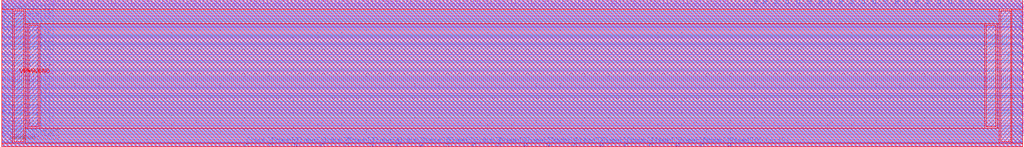
<source format=lef>
##
## LEF for PtnCells ;
## created by Innovus v15.20-p005_1 on Fri Jun 18 01:18:08 2021
##

VERSION 5.7 ;

BUSBITCHARS "[]" ;
DIVIDERCHAR "/" ;

MACRO S_term_single
  CLASS BLOCK ;
  SIZE 210.2200 BY 30.2600 ;
  FOREIGN S_term_single 0.0000 0.0000 ;
  ORIGIN 0 0 ;
  SYMMETRY X Y R90 ;
  PIN N1BEG[3]
    DIRECTION OUTPUT ;
    USE SIGNAL ;
    ANTENNAPARTIALMETALAREA 0.49895 LAYER li1  ;
    ANTENNAPARTIALMETALSIDEAREA 0.587 LAYER li1  ;
    ANTENNAPARTIALCUTAREA 0.0289 LAYER mcon  ;
    ANTENNAPARTIALMETALAREA 1.3952 LAYER met1  ;
    ANTENNAPARTIALMETALSIDEAREA 6.8985 LAYER met1  ;
    ANTENNAPARTIALCUTAREA 0.0225 LAYER via  ;
    ANTENNAPARTIALMETALAREA 3.7911 LAYER met2  ;
    ANTENNAPARTIALMETALSIDEAREA 18.7845 LAYER met2  ;
    ANTENNAPARTIALCUTAREA 0.04 LAYER via2  ;
    ANTENNADIFFAREA 0.4455 LAYER met3  ;
    ANTENNAPARTIALMETALAREA 17.0928 LAYER met3  ;
    ANTENNAPARTIALMETALSIDEAREA 91.632 LAYER met3  ;
    PORT
      LAYER li1 ;
        RECT 13.8400 29.5400 14.2200 30.2600 ;
    END
  END N1BEG[3]
  PIN N1BEG[2]
    DIRECTION OUTPUT ;
    USE SIGNAL ;
    ANTENNAPARTIALMETALAREA 1.21295 LAYER li1  ;
    ANTENNAPARTIALMETALSIDEAREA 1.427 LAYER li1  ;
    ANTENNAPARTIALCUTAREA 0.0289 LAYER mcon  ;
    ANTENNAPARTIALMETALAREA 9.1708 LAYER met1  ;
    ANTENNAPARTIALMETALSIDEAREA 45.7765 LAYER met1  ;
    ANTENNAPARTIALCUTAREA 0.0225 LAYER via  ;
    ANTENNADIFFAREA 0.4455 LAYER met2  ;
    ANTENNAPARTIALMETALAREA 0.5024 LAYER met2  ;
    ANTENNAPARTIALMETALSIDEAREA 2.394 LAYER met2  ;
    PORT
      LAYER li1 ;
        RECT 12.4600 29.5400 12.8400 30.2600 ;
    END
  END N1BEG[2]
  PIN N1BEG[1]
    DIRECTION OUTPUT ;
    USE SIGNAL ;
    ANTENNAPARTIALCUTAREA 0.0289 LAYER mcon  ;
    ANTENNAPARTIALMETALAREA 3.134 LAYER met1  ;
    ANTENNAPARTIALMETALSIDEAREA 15.5925 LAYER met1  ;
    ANTENNAPARTIALCUTAREA 0.0225 LAYER via  ;
    ANTENNADIFFAREA 0.4455 LAYER met2  ;
    ANTENNAPARTIALMETALAREA 1.74 LAYER met2  ;
    ANTENNAPARTIALMETALSIDEAREA 8.582 LAYER met2  ;
    PORT
      LAYER li1 ;
        RECT 11.0800 29.5400 11.4600 30.2600 ;
    END
  END N1BEG[1]
  PIN N1BEG[0]
    DIRECTION OUTPUT ;
    USE SIGNAL ;
    ANTENNAPARTIALMETALAREA 1.92695 LAYER li1  ;
    ANTENNAPARTIALMETALSIDEAREA 2.267 LAYER li1  ;
    ANTENNAPARTIALCUTAREA 0.0289 LAYER mcon  ;
    ANTENNADIFFAREA 0.4455 LAYER met1  ;
    ANTENNAPARTIALMETALAREA 9.1606 LAYER met1  ;
    ANTENNAPARTIALMETALSIDEAREA 45.766 LAYER met1  ;
    PORT
      LAYER li1 ;
        RECT 10.1600 29.5400 10.5400 30.2600 ;
    END
  END N1BEG[0]
  PIN N2BEG[7]
    DIRECTION OUTPUT ;
    USE SIGNAL ;
    ANTENNAPARTIALMETALAREA 0.61455 LAYER li1  ;
    ANTENNAPARTIALMETALSIDEAREA 0.723 LAYER li1  ;
    ANTENNAPARTIALCUTAREA 0.0289 LAYER mcon  ;
    ANTENNAPARTIALMETALAREA 0.0832 LAYER met1  ;
    ANTENNAPARTIALMETALSIDEAREA 0.406 LAYER met1  ;
    ANTENNAPARTIALCUTAREA 0.0225 LAYER via  ;
    ANTENNADIFFAREA 0.4455 LAYER met2  ;
    ANTENNAPARTIALMETALAREA 2.1948 LAYER met2  ;
    ANTENNAPARTIALMETALSIDEAREA 10.738 LAYER met2  ;
    PORT
      LAYER li1 ;
        RECT 24.8800 29.5400 25.2600 30.2600 ;
    END
  END N2BEG[7]
  PIN N2BEG[6]
    DIRECTION OUTPUT ;
    USE SIGNAL ;
    ANTENNAPARTIALMETALAREA 0.49895 LAYER li1  ;
    ANTENNAPARTIALMETALSIDEAREA 0.587 LAYER li1  ;
    ANTENNAPARTIALCUTAREA 0.0289 LAYER mcon  ;
    ANTENNAPARTIALMETALAREA 1.1684 LAYER met1  ;
    ANTENNAPARTIALMETALSIDEAREA 5.7645 LAYER met1  ;
    ANTENNAPARTIALCUTAREA 0.0225 LAYER via  ;
    ANTENNADIFFAREA 0.4455 LAYER met2  ;
    ANTENNAPARTIALMETALAREA 3.6704 LAYER met2  ;
    ANTENNAPARTIALMETALSIDEAREA 18.116 LAYER met2  ;
    PORT
      LAYER li1 ;
        RECT 23.5000 29.5400 23.8800 30.2600 ;
    END
  END N2BEG[6]
  PIN N2BEG[5]
    DIRECTION OUTPUT ;
    USE SIGNAL ;
    ANTENNAPARTIALMETALAREA 0.26775 LAYER li1  ;
    ANTENNAPARTIALMETALSIDEAREA 0.315 LAYER li1  ;
    ANTENNAPARTIALCUTAREA 0.0289 LAYER mcon  ;
    ANTENNAPARTIALMETALAREA 2.1036 LAYER met1  ;
    ANTENNAPARTIALMETALSIDEAREA 10.4405 LAYER met1  ;
    ANTENNAPARTIALCUTAREA 0.0225 LAYER via  ;
    ANTENNADIFFAREA 0.4455 LAYER met2  ;
    ANTENNAPARTIALMETALAREA 2.7184 LAYER met2  ;
    ANTENNAPARTIALMETALSIDEAREA 13.356 LAYER met2  ;
    PORT
      LAYER li1 ;
        RECT 22.1200 29.5400 22.5000 30.2600 ;
    END
  END N2BEG[5]
  PIN N2BEG[4]
    DIRECTION OUTPUT ;
    USE SIGNAL ;
    ANTENNAPARTIALMETALAREA 0.61455 LAYER li1  ;
    ANTENNAPARTIALMETALSIDEAREA 0.723 LAYER li1  ;
    ANTENNAPARTIALCUTAREA 0.0289 LAYER mcon  ;
    ANTENNAPARTIALMETALAREA 0.0832 LAYER met1  ;
    ANTENNAPARTIALMETALSIDEAREA 0.406 LAYER met1  ;
    ANTENNAPARTIALCUTAREA 0.0225 LAYER via  ;
    ANTENNAPARTIALMETALAREA 2.1587 LAYER met2  ;
    ANTENNAPARTIALMETALSIDEAREA 10.6225 LAYER met2  ;
    ANTENNAPARTIALCUTAREA 0.04 LAYER via2  ;
    ANTENNAPARTIALMETALAREA 17.992 LAYER met3  ;
    ANTENNAPARTIALMETALSIDEAREA 96.424 LAYER met3  ;
    ANTENNAPARTIALCUTAREA 0.04 LAYER via3  ;
    ANTENNADIFFAREA 0.4455 LAYER met4  ;
    ANTENNAPARTIALMETALAREA 8.841 LAYER met4  ;
    ANTENNAPARTIALMETALSIDEAREA 49.504 LAYER met4  ;
    PORT
      LAYER li1 ;
        RECT 20.7400 29.5400 21.1200 30.2600 ;
    END
  END N2BEG[4]
  PIN N2BEG[3]
    DIRECTION OUTPUT ;
    USE SIGNAL ;
    ANTENNAPARTIALMETALAREA 1.36595 LAYER li1  ;
    ANTENNAPARTIALMETALSIDEAREA 1.607 LAYER li1  ;
    ANTENNAPARTIALCUTAREA 0.0289 LAYER mcon  ;
    ANTENNAPARTIALMETALAREA 1.7816 LAYER met1  ;
    ANTENNAPARTIALMETALSIDEAREA 8.8305 LAYER met1  ;
    ANTENNAPARTIALCUTAREA 0.0225 LAYER via  ;
    ANTENNADIFFAREA 0.4455 LAYER met2  ;
    ANTENNAPARTIALMETALAREA 0.8144 LAYER met2  ;
    ANTENNAPARTIALMETALSIDEAREA 3.836 LAYER met2  ;
    PORT
      LAYER li1 ;
        RECT 19.3600 29.5400 19.7400 30.2600 ;
    END
  END N2BEG[3]
  PIN N2BEG[2]
    DIRECTION OUTPUT ;
    USE SIGNAL ;
    ANTENNAPARTIALMETALAREA 0.09435 LAYER li1  ;
    ANTENNAPARTIALMETALSIDEAREA 0.111 LAYER li1  ;
    ANTENNAPARTIALCUTAREA 0.0289 LAYER mcon  ;
    ANTENNAPARTIALMETALAREA 1.7172 LAYER met1  ;
    ANTENNAPARTIALMETALSIDEAREA 8.5085 LAYER met1  ;
    ANTENNAPARTIALCUTAREA 0.0225 LAYER via  ;
    ANTENNADIFFAREA 0.4455 LAYER met2  ;
    ANTENNAPARTIALMETALAREA 3.154 LAYER met2  ;
    ANTENNAPARTIALMETALSIDEAREA 15.652 LAYER met2  ;
    PORT
      LAYER li1 ;
        RECT 17.9800 29.5400 18.3600 30.2600 ;
    END
  END N2BEG[2]
  PIN N2BEG[1]
    DIRECTION OUTPUT ;
    USE SIGNAL ;
    ANTENNAPARTIALMETALAREA 0.38335 LAYER li1  ;
    ANTENNAPARTIALMETALSIDEAREA 0.451 LAYER li1  ;
    ANTENNAPARTIALCUTAREA 0.0289 LAYER mcon  ;
    ANTENNAPARTIALMETALAREA 2.938 LAYER met1  ;
    ANTENNAPARTIALMETALSIDEAREA 14.6125 LAYER met1  ;
    ANTENNAPARTIALCUTAREA 0.0225 LAYER via  ;
    ANTENNADIFFAREA 0.4455 LAYER met2  ;
    ANTENNAPARTIALMETALAREA 3.088 LAYER met2  ;
    ANTENNAPARTIALMETALSIDEAREA 15.204 LAYER met2  ;
    PORT
      LAYER li1 ;
        RECT 16.6000 29.5400 16.9800 30.2600 ;
    END
  END N2BEG[1]
  PIN N2BEG[0]
    DIRECTION OUTPUT ;
    USE SIGNAL ;
    ANTENNAPARTIALMETALAREA 1.09735 LAYER li1  ;
    ANTENNAPARTIALMETALSIDEAREA 1.291 LAYER li1  ;
    ANTENNAPARTIALCUTAREA 0.0289 LAYER mcon  ;
    ANTENNAPARTIALMETALAREA 15.8684 LAYER met1  ;
    ANTENNAPARTIALMETALSIDEAREA 79.2645 LAYER met1  ;
    ANTENNAPARTIALCUTAREA 0.0225 LAYER via  ;
    ANTENNADIFFAREA 0.4455 LAYER met2  ;
    ANTENNAPARTIALMETALAREA 1.4332 LAYER met2  ;
    ANTENNAPARTIALMETALSIDEAREA 6.93 LAYER met2  ;
    PORT
      LAYER li1 ;
        RECT 15.2200 29.5400 15.6000 30.2600 ;
    END
  END N2BEG[0]
  PIN N2BEGb[7]
    DIRECTION OUTPUT ;
    USE SIGNAL ;
    ANTENNAPARTIALMETALAREA 0.49895 LAYER li1  ;
    ANTENNAPARTIALMETALSIDEAREA 0.587 LAYER li1  ;
    ANTENNAPARTIALCUTAREA 0.0289 LAYER mcon  ;
    ANTENNAPARTIALMETALAREA 2.49 LAYER met1  ;
    ANTENNAPARTIALMETALSIDEAREA 12.3725 LAYER met1  ;
    ANTENNAPARTIALCUTAREA 0.0225 LAYER via  ;
    ANTENNADIFFAREA 0.4455 LAYER met2  ;
    ANTENNAPARTIALMETALAREA 2.7872 LAYER met2  ;
    ANTENNAPARTIALMETALSIDEAREA 13.818 LAYER met2  ;
    PORT
      LAYER li1 ;
        RECT 35.4600 29.5400 35.8400 30.2600 ;
    END
  END N2BEGb[7]
  PIN N2BEGb[6]
    DIRECTION OUTPUT ;
    USE SIGNAL ;
    ANTENNAPARTIALMETALAREA 1.46455 LAYER li1  ;
    ANTENNAPARTIALMETALSIDEAREA 1.723 LAYER li1  ;
    ANTENNAPARTIALCUTAREA 0.0289 LAYER mcon  ;
    ANTENNAPARTIALMETALAREA 3.4224 LAYER met1  ;
    ANTENNAPARTIALMETALSIDEAREA 17.0345 LAYER met1  ;
    ANTENNAPARTIALCUTAREA 0.0225 LAYER via  ;
    ANTENNADIFFAREA 0.4455 LAYER met2  ;
    ANTENNAPARTIALMETALAREA 1.8352 LAYER met2  ;
    ANTENNAPARTIALMETALSIDEAREA 9.058 LAYER met2  ;
    PORT
      LAYER li1 ;
        RECT 34.0800 29.5400 34.4600 30.2600 ;
    END
  END N2BEGb[6]
  PIN N2BEGb[5]
    DIRECTION OUTPUT ;
    USE SIGNAL ;
    ANTENNAPARTIALMETALAREA 1.42375 LAYER li1  ;
    ANTENNAPARTIALMETALSIDEAREA 1.675 LAYER li1  ;
    ANTENNAPARTIALCUTAREA 0.0289 LAYER mcon  ;
    ANTENNAPARTIALMETALAREA 0.3648 LAYER met1  ;
    ANTENNAPARTIALMETALSIDEAREA 1.7465 LAYER met1  ;
    ANTENNAPARTIALCUTAREA 0.0225 LAYER via  ;
    ANTENNAPARTIALMETALAREA 1.7485 LAYER met2  ;
    ANTENNAPARTIALMETALSIDEAREA 8.5715 LAYER met2  ;
    ANTENNAPARTIALCUTAREA 0.04 LAYER via2  ;
    ANTENNAPARTIALMETALAREA 9.646 LAYER met3  ;
    ANTENNAPARTIALMETALSIDEAREA 51.912 LAYER met3  ;
    ANTENNAPARTIALCUTAREA 0.04 LAYER via3  ;
    ANTENNADIFFAREA 0.4455 LAYER met4  ;
    ANTENNAPARTIALMETALAREA 3.3324 LAYER met4  ;
    ANTENNAPARTIALMETALSIDEAREA 19.184 LAYER met4  ;
    PORT
      LAYER li1 ;
        RECT 33.1600 29.5400 33.5400 30.2600 ;
    END
  END N2BEGb[5]
  PIN N2BEGb[4]
    DIRECTION OUTPUT ;
    USE SIGNAL ;
    ANTENNAPARTIALMETALAREA 0.61455 LAYER li1  ;
    ANTENNAPARTIALMETALSIDEAREA 0.723 LAYER li1  ;
    ANTENNAPARTIALCUTAREA 0.0289 LAYER mcon  ;
    ANTENNAPARTIALMETALAREA 2.8764 LAYER met1  ;
    ANTENNAPARTIALMETALSIDEAREA 14.3045 LAYER met1  ;
    ANTENNAPARTIALCUTAREA 0.0225 LAYER via  ;
    ANTENNADIFFAREA 0.4455 LAYER met2  ;
    ANTENNAPARTIALMETALAREA 2.626 LAYER met2  ;
    ANTENNAPARTIALMETALSIDEAREA 12.894 LAYER met2  ;
    PORT
      LAYER li1 ;
        RECT 31.7800 29.5400 32.1600 30.2600 ;
    END
  END N2BEGb[4]
  PIN N2BEGb[3]
    DIRECTION OUTPUT ;
    USE SIGNAL ;
    ANTENNAPARTIALCUTAREA 0.0289 LAYER mcon  ;
    ANTENNAPARTIALMETALAREA 2.5208 LAYER met1  ;
    ANTENNAPARTIALMETALSIDEAREA 12.5265 LAYER met1  ;
    ANTENNAPARTIALCUTAREA 0.0225 LAYER via  ;
    ANTENNAPARTIALMETALAREA 1.4391 LAYER met2  ;
    ANTENNAPARTIALMETALSIDEAREA 7.0245 LAYER met2  ;
    ANTENNAPARTIALCUTAREA 0.04 LAYER via2  ;
    ANTENNADIFFAREA 0.4455 LAYER met3  ;
    ANTENNAPARTIALMETALAREA 5.5008 LAYER met3  ;
    ANTENNAPARTIALMETALSIDEAREA 29.808 LAYER met3  ;
    PORT
      LAYER li1 ;
        RECT 30.4000 29.5400 30.7800 30.2600 ;
    END
  END N2BEGb[3]
  PIN N2BEGb[2]
    DIRECTION OUTPUT ;
    USE SIGNAL ;
    ANTENNAPARTIALMETALAREA 1.07695 LAYER li1  ;
    ANTENNAPARTIALMETALSIDEAREA 1.267 LAYER li1  ;
    ANTENNAPARTIALCUTAREA 0.0289 LAYER mcon  ;
    ANTENNAPARTIALMETALAREA 7.642 LAYER met1  ;
    ANTENNAPARTIALMETALSIDEAREA 38.1325 LAYER met1  ;
    ANTENNAPARTIALCUTAREA 0.0225 LAYER via  ;
    ANTENNADIFFAREA 0.4455 LAYER met2  ;
    ANTENNAPARTIALMETALAREA 3.816 LAYER met2  ;
    ANTENNAPARTIALMETALSIDEAREA 18.844 LAYER met2  ;
    PORT
      LAYER li1 ;
        RECT 29.0200 29.5400 29.4000 30.2600 ;
    END
  END N2BEGb[2]
  PIN N2BEGb[1]
    DIRECTION OUTPUT ;
    USE SIGNAL ;
    ANTENNAPARTIALMETALAREA 0.15215 LAYER li1  ;
    ANTENNAPARTIALMETALSIDEAREA 0.179 LAYER li1  ;
    ANTENNAPARTIALCUTAREA 0.0289 LAYER mcon  ;
    ANTENNAPARTIALMETALAREA 5.6596 LAYER met1  ;
    ANTENNAPARTIALMETALSIDEAREA 28.2205 LAYER met1  ;
    ANTENNAPARTIALCUTAREA 0.0225 LAYER via  ;
    ANTENNADIFFAREA 0.4455 LAYER met2  ;
    ANTENNAPARTIALMETALAREA 2.8544 LAYER met2  ;
    ANTENNAPARTIALMETALSIDEAREA 14.154 LAYER met2  ;
    PORT
      LAYER li1 ;
        RECT 27.6400 29.5400 28.0200 30.2600 ;
    END
  END N2BEGb[1]
  PIN N2BEGb[0]
    DIRECTION OUTPUT ;
    USE SIGNAL ;
    ANTENNAPARTIALMETALAREA 0.61455 LAYER li1  ;
    ANTENNAPARTIALMETALSIDEAREA 0.723 LAYER li1  ;
    ANTENNAPARTIALCUTAREA 0.0289 LAYER mcon  ;
    ANTENNAPARTIALMETALAREA 0.0832 LAYER met1  ;
    ANTENNAPARTIALMETALSIDEAREA 0.406 LAYER met1  ;
    ANTENNAPARTIALCUTAREA 0.0225 LAYER via  ;
    ANTENNAPARTIALMETALAREA 2.3295 LAYER met2  ;
    ANTENNAPARTIALMETALSIDEAREA 11.4765 LAYER met2  ;
    ANTENNAPARTIALCUTAREA 0.04 LAYER via2  ;
    ANTENNADIFFAREA 0.4455 LAYER met3  ;
    ANTENNAPARTIALMETALAREA 15.1128 LAYER met3  ;
    ANTENNAPARTIALMETALSIDEAREA 81.072 LAYER met3  ;
    PORT
      LAYER li1 ;
        RECT 26.2600 29.5400 26.6400 30.2600 ;
    END
  END N2BEGb[0]
  PIN N4BEG[15]
    DIRECTION OUTPUT ;
    USE SIGNAL ;
    ANTENNAPARTIALMETALAREA 0.20995 LAYER li1  ;
    ANTENNAPARTIALMETALSIDEAREA 0.247 LAYER li1  ;
    ANTENNAPARTIALCUTAREA 0.0289 LAYER mcon  ;
    ANTENNAPARTIALMETALAREA 3.6492 LAYER met1  ;
    ANTENNAPARTIALMETALSIDEAREA 18.1685 LAYER met1  ;
    ANTENNAPARTIALCUTAREA 0.0225 LAYER via  ;
    ANTENNADIFFAREA 0.4455 LAYER met2  ;
    ANTENNAPARTIALMETALAREA 1.264 LAYER met2  ;
    ANTENNAPARTIALMETALSIDEAREA 6.202 LAYER met2  ;
    PORT
      LAYER li1 ;
        RECT 57.0800 29.5400 57.4600 30.2600 ;
    END
  END N4BEG[15]
  PIN N4BEG[14]
    DIRECTION OUTPUT ;
    USE SIGNAL ;
    ANTENNAPARTIALMETALAREA 0.84575 LAYER li1  ;
    ANTENNAPARTIALMETALSIDEAREA 0.995 LAYER li1  ;
    ANTENNAPARTIALCUTAREA 0.0289 LAYER mcon  ;
    ANTENNAPARTIALMETALAREA 0.0832 LAYER met1  ;
    ANTENNAPARTIALMETALSIDEAREA 0.406 LAYER met1  ;
    ANTENNAPARTIALCUTAREA 0.0225 LAYER via  ;
    ANTENNADIFFAREA 0.4455 LAYER met2  ;
    ANTENNAPARTIALMETALAREA 4.3368 LAYER met2  ;
    ANTENNAPARTIALMETALSIDEAREA 21.448 LAYER met2  ;
    PORT
      LAYER li1 ;
        RECT 56.1600 29.5400 56.5400 30.2600 ;
    END
  END N4BEG[14]
  PIN N4BEG[13]
    DIRECTION OUTPUT ;
    USE SIGNAL ;
    ANTENNAPARTIALMETALAREA 1.42375 LAYER li1  ;
    ANTENNAPARTIALMETALSIDEAREA 1.675 LAYER li1  ;
    ANTENNAPARTIALCUTAREA 0.0289 LAYER mcon  ;
    ANTENNAPARTIALMETALAREA 6.2728 LAYER met1  ;
    ANTENNAPARTIALMETALSIDEAREA 31.2865 LAYER met1  ;
    ANTENNAPARTIALCUTAREA 0.0225 LAYER via  ;
    ANTENNADIFFAREA 0.4455 LAYER met2  ;
    ANTENNAPARTIALMETALAREA 0.333 LAYER met2  ;
    ANTENNAPARTIALMETALSIDEAREA 1.547 LAYER met2  ;
    PORT
      LAYER li1 ;
        RECT 54.7800 29.5400 55.1600 30.2600 ;
    END
  END N4BEG[13]
  PIN N4BEG[12]
    DIRECTION OUTPUT ;
    USE SIGNAL ;
    ANTENNAPARTIALMETALAREA 0.49895 LAYER li1  ;
    ANTENNAPARTIALMETALSIDEAREA 0.587 LAYER li1  ;
    ANTENNAPARTIALCUTAREA 0.0289 LAYER mcon  ;
    ANTENNAPARTIALMETALAREA 1.8936 LAYER met1  ;
    ANTENNAPARTIALMETALSIDEAREA 9.3905 LAYER met1  ;
    ANTENNAPARTIALCUTAREA 0.0225 LAYER via  ;
    ANTENNAPARTIALMETALAREA 2.9329 LAYER met2  ;
    ANTENNAPARTIALMETALSIDEAREA 14.4935 LAYER met2  ;
    ANTENNAPARTIALCUTAREA 0.04 LAYER via2  ;
    ANTENNADIFFAREA 0.4455 LAYER met3  ;
    ANTENNAPARTIALMETALAREA 16.8168 LAYER met3  ;
    ANTENNAPARTIALMETALSIDEAREA 90.16 LAYER met3  ;
    PORT
      LAYER li1 ;
        RECT 53.4000 29.5400 53.7800 30.2600 ;
    END
  END N4BEG[12]
  PIN N4BEG[11]
    DIRECTION OUTPUT ;
    USE SIGNAL ;
    ANTENNAPARTIALMETALAREA 0.61455 LAYER li1  ;
    ANTENNAPARTIALMETALSIDEAREA 0.723 LAYER li1  ;
    ANTENNAPARTIALCUTAREA 0.0289 LAYER mcon  ;
    ANTENNAPARTIALMETALAREA 12.6292 LAYER met1  ;
    ANTENNAPARTIALMETALSIDEAREA 63.0315 LAYER met1  ;
    ANTENNAPARTIALCUTAREA 0.0225 LAYER via  ;
    ANTENNADIFFAREA 0.4455 LAYER met2  ;
    ANTENNAPARTIALMETALAREA 1.5832 LAYER met2  ;
    ANTENNAPARTIALMETALSIDEAREA 7.798 LAYER met2  ;
    PORT
      LAYER li1 ;
        RECT 52.0200 29.5400 52.4000 30.2600 ;
    END
  END N4BEG[11]
  PIN N4BEG[10]
    DIRECTION OUTPUT ;
    USE SIGNAL ;
    ANTENNAPARTIALMETALAREA 0.44115 LAYER li1  ;
    ANTENNAPARTIALMETALSIDEAREA 0.519 LAYER li1  ;
    ANTENNAPARTIALCUTAREA 0.0289 LAYER mcon  ;
    ANTENNAPARTIALMETALAREA 3.358 LAYER met1  ;
    ANTENNAPARTIALMETALSIDEAREA 16.7125 LAYER met1  ;
    ANTENNAPARTIALCUTAREA 0.0225 LAYER via  ;
    ANTENNADIFFAREA 0.4455 LAYER met2  ;
    ANTENNAPARTIALMETALAREA 2.9116 LAYER met2  ;
    ANTENNAPARTIALMETALSIDEAREA 14.322 LAYER met2  ;
    PORT
      LAYER li1 ;
        RECT 50.6400 29.5400 51.0200 30.2600 ;
    END
  END N4BEG[10]
  PIN N4BEG[9]
    DIRECTION OUTPUT ;
    USE SIGNAL ;
    ANTENNAPARTIALMETALAREA 1.30815 LAYER li1  ;
    ANTENNAPARTIALMETALSIDEAREA 1.539 LAYER li1  ;
    ANTENNAPARTIALCUTAREA 0.0289 LAYER mcon  ;
    ANTENNAPARTIALMETALAREA 6.9336 LAYER met1  ;
    ANTENNAPARTIALMETALSIDEAREA 34.5905 LAYER met1  ;
    ANTENNAPARTIALCUTAREA 0.0225 LAYER via  ;
    ANTENNADIFFAREA 0.4455 LAYER met2  ;
    ANTENNAPARTIALMETALAREA 0.3596 LAYER met2  ;
    ANTENNAPARTIALMETALSIDEAREA 1.68 LAYER met2  ;
    PORT
      LAYER li1 ;
        RECT 49.2600 29.5400 49.6400 30.2600 ;
    END
  END N4BEG[9]
  PIN N4BEG[8]
    DIRECTION OUTPUT ;
    USE SIGNAL ;
    ANTENNAPARTIALMETALAREA 0.84575 LAYER li1  ;
    ANTENNAPARTIALMETALSIDEAREA 0.995 LAYER li1  ;
    ANTENNAPARTIALCUTAREA 0.0289 LAYER mcon  ;
    ANTENNAPARTIALMETALAREA 1.1852 LAYER met1  ;
    ANTENNAPARTIALMETALSIDEAREA 5.8485 LAYER met1  ;
    ANTENNAPARTIALCUTAREA 0.0225 LAYER via  ;
    ANTENNADIFFAREA 0.4455 LAYER met2  ;
    ANTENNAPARTIALMETALAREA 3.0376 LAYER met2  ;
    ANTENNAPARTIALMETALSIDEAREA 14.952 LAYER met2  ;
    PORT
      LAYER li1 ;
        RECT 47.8800 29.5400 48.2600 30.2600 ;
    END
  END N4BEG[8]
  PIN N4BEG[7]
    DIRECTION OUTPUT ;
    USE SIGNAL ;
    ANTENNAPARTIALMETALAREA 0.20995 LAYER li1  ;
    ANTENNAPARTIALMETALSIDEAREA 0.247 LAYER li1  ;
    ANTENNAPARTIALCUTAREA 0.0289 LAYER mcon  ;
    ANTENNAPARTIALMETALAREA 13.8384 LAYER met1  ;
    ANTENNAPARTIALMETALSIDEAREA 69.1145 LAYER met1  ;
    ANTENNAPARTIALCUTAREA 0.0225 LAYER via  ;
    ANTENNADIFFAREA 0.4455 LAYER met2  ;
    ANTENNAPARTIALMETALAREA 1.4404 LAYER met2  ;
    ANTENNAPARTIALMETALSIDEAREA 7.084 LAYER met2  ;
    PORT
      LAYER li1 ;
        RECT 46.5000 29.5400 46.8800 30.2600 ;
    END
  END N4BEG[7]
  PIN N4BEG[6]
    DIRECTION OUTPUT ;
    USE SIGNAL ;
    ANTENNAPARTIALMETALAREA 0.09435 LAYER li1  ;
    ANTENNAPARTIALMETALSIDEAREA 0.111 LAYER li1  ;
    ANTENNAPARTIALCUTAREA 0.0289 LAYER mcon  ;
    ANTENNAPARTIALMETALAREA 0.0832 LAYER met1  ;
    ANTENNAPARTIALMETALSIDEAREA 0.406 LAYER met1  ;
    ANTENNAPARTIALCUTAREA 0.0225 LAYER via  ;
    ANTENNAPARTIALMETALAREA 0.1959 LAYER met2  ;
    ANTENNAPARTIALMETALSIDEAREA 0.8085 LAYER met2  ;
    ANTENNAPARTIALCUTAREA 0.04 LAYER via2  ;
    ANTENNAPARTIALMETALAREA 7.414 LAYER met3  ;
    ANTENNAPARTIALMETALSIDEAREA 40.008 LAYER met3  ;
    ANTENNAPARTIALCUTAREA 0.04 LAYER via3  ;
    ANTENNADIFFAREA 0.4455 LAYER met4  ;
    ANTENNAPARTIALMETALAREA 4.5264 LAYER met4  ;
    ANTENNAPARTIALMETALSIDEAREA 25.552 LAYER met4  ;
    PORT
      LAYER li1 ;
        RECT 45.1200 29.5400 45.5000 30.2600 ;
    END
  END N4BEG[6]
  PIN N4BEG[5]
    DIRECTION OUTPUT ;
    USE SIGNAL ;
    ANTENNAPARTIALMETALAREA 0.84575 LAYER li1  ;
    ANTENNAPARTIALMETALSIDEAREA 0.995 LAYER li1  ;
    ANTENNAPARTIALCUTAREA 0.0289 LAYER mcon  ;
    ANTENNAPARTIALMETALAREA 0.3648 LAYER met1  ;
    ANTENNAPARTIALMETALSIDEAREA 1.7465 LAYER met1  ;
    ANTENNAPARTIALCUTAREA 0.0225 LAYER via  ;
    ANTENNAPARTIALMETALAREA 1.7975 LAYER met2  ;
    ANTENNAPARTIALMETALSIDEAREA 8.8165 LAYER met2  ;
    ANTENNAPARTIALCUTAREA 0.04 LAYER via2  ;
    ANTENNAPARTIALMETALAREA 5.827 LAYER met3  ;
    ANTENNAPARTIALMETALSIDEAREA 31.544 LAYER met3  ;
    ANTENNAPARTIALCUTAREA 0.04 LAYER via3  ;
    ANTENNADIFFAREA 0.4455 LAYER met4  ;
    ANTENNAPARTIALMETALAREA 1.5828 LAYER met4  ;
    ANTENNAPARTIALMETALSIDEAREA 8.912 LAYER met4  ;
    PORT
      LAYER li1 ;
        RECT 43.7400 29.5400 44.1200 30.2600 ;
    END
  END N4BEG[5]
  PIN N4BEG[4]
    DIRECTION OUTPUT ;
    USE SIGNAL ;
    ANTENNAPARTIALMETALAREA 0.09435 LAYER li1  ;
    ANTENNAPARTIALMETALSIDEAREA 0.111 LAYER li1  ;
    ANTENNAPARTIALCUTAREA 0.0289 LAYER mcon  ;
    ANTENNAPARTIALMETALAREA 0.3004 LAYER met1  ;
    ANTENNAPARTIALMETALSIDEAREA 1.4245 LAYER met1  ;
    ANTENNAPARTIALCUTAREA 0.0225 LAYER via  ;
    ANTENNAPARTIALMETALAREA 0.1959 LAYER met2  ;
    ANTENNAPARTIALMETALSIDEAREA 0.8085 LAYER met2  ;
    ANTENNAPARTIALCUTAREA 0.04 LAYER via2  ;
    ANTENNAPARTIALMETALAREA 0.1905 LAYER met3  ;
    ANTENNAPARTIALMETALSIDEAREA 1.464 LAYER met3  ;
    ANTENNAPARTIALCUTAREA 0.04 LAYER via3  ;
    ANTENNADIFFAREA 0.4455 LAYER met4  ;
    ANTENNAPARTIALMETALAREA 4.4784 LAYER met4  ;
    ANTENNAPARTIALMETALSIDEAREA 25.296 LAYER met4  ;
    PORT
      LAYER li1 ;
        RECT 42.3600 29.5400 42.7400 30.2600 ;
    END
  END N4BEG[4]
  PIN N4BEG[3]
    DIRECTION OUTPUT ;
    USE SIGNAL ;
    ANTENNAPARTIALMETALAREA 0.84575 LAYER li1  ;
    ANTENNAPARTIALMETALSIDEAREA 0.995 LAYER li1  ;
    ANTENNAPARTIALCUTAREA 0.0289 LAYER mcon  ;
    ANTENNAPARTIALMETALAREA 0.0832 LAYER met1  ;
    ANTENNAPARTIALMETALSIDEAREA 0.406 LAYER met1  ;
    ANTENNAPARTIALCUTAREA 0.0225 LAYER via  ;
    ANTENNAPARTIALMETALAREA 1.0289 LAYER met2  ;
    ANTENNAPARTIALMETALSIDEAREA 4.9735 LAYER met2  ;
    ANTENNAPARTIALCUTAREA 0.04 LAYER via2  ;
    ANTENNADIFFAREA 0.4455 LAYER met3  ;
    ANTENNAPARTIALMETALAREA 20.5428 LAYER met3  ;
    ANTENNAPARTIALMETALSIDEAREA 110.032 LAYER met3  ;
    PORT
      LAYER li1 ;
        RECT 40.9800 29.5400 41.3600 30.2600 ;
    END
  END N4BEG[3]
  PIN N4BEG[2]
    DIRECTION OUTPUT ;
    USE SIGNAL ;
    ANTENNAPARTIALMETALAREA 0.26775 LAYER li1  ;
    ANTENNAPARTIALMETALSIDEAREA 0.315 LAYER li1  ;
    ANTENNAPARTIALCUTAREA 0.0289 LAYER mcon  ;
    ANTENNAPARTIALMETALAREA 6.0628 LAYER met1  ;
    ANTENNAPARTIALMETALSIDEAREA 30.2365 LAYER met1  ;
    ANTENNAPARTIALCUTAREA 0.0225 LAYER via  ;
    ANTENNADIFFAREA 0.4455 LAYER met2  ;
    ANTENNAPARTIALMETALAREA 2.552 LAYER met2  ;
    ANTENNAPARTIALMETALSIDEAREA 12.642 LAYER met2  ;
    PORT
      LAYER li1 ;
        RECT 39.6000 29.5400 39.9800 30.2600 ;
    END
  END N4BEG[2]
  PIN N4BEG[1]
    DIRECTION OUTPUT ;
    USE SIGNAL ;
    ANTENNAPARTIALMETALAREA 0.32555 LAYER li1  ;
    ANTENNAPARTIALMETALSIDEAREA 0.383 LAYER li1  ;
    ANTENNAPARTIALCUTAREA 0.0289 LAYER mcon  ;
    ANTENNAPARTIALMETALAREA 12.2116 LAYER met1  ;
    ANTENNAPARTIALMETALSIDEAREA 60.9805 LAYER met1  ;
    ANTENNAPARTIALCUTAREA 0.0225 LAYER via  ;
    ANTENNADIFFAREA 0.4455 LAYER met2  ;
    ANTENNAPARTIALMETALAREA 2.8164 LAYER met2  ;
    ANTENNAPARTIALMETALSIDEAREA 13.846 LAYER met2  ;
    PORT
      LAYER li1 ;
        RECT 38.2200 29.5400 38.6000 30.2600 ;
    END
  END N4BEG[1]
  PIN N4BEG[0]
    DIRECTION OUTPUT ;
    USE SIGNAL ;
    ANTENNAPARTIALCUTAREA 0.0289 LAYER mcon  ;
    ANTENNAPARTIALMETALAREA 11.4056 LAYER met1  ;
    ANTENNAPARTIALMETALSIDEAREA 56.9135 LAYER met1  ;
    ANTENNAPARTIALCUTAREA 0.0225 LAYER via  ;
    ANTENNADIFFAREA 0.4455 LAYER met2  ;
    ANTENNAPARTIALMETALAREA 2.5378 LAYER met2  ;
    ANTENNAPARTIALMETALSIDEAREA 12.453 LAYER met2  ;
    PORT
      LAYER li1 ;
        RECT 36.8400 29.5400 37.2200 30.2600 ;
    END
  END N4BEG[0]
  PIN NN4BEG[15]
    DIRECTION OUTPUT ;
    USE SIGNAL ;
    ANTENNAPARTIALMETALAREA 0.11815 LAYER li1  ;
    ANTENNAPARTIALMETALSIDEAREA 0.139 LAYER li1  ;
    ANTENNAPARTIALCUTAREA 0.0289 LAYER mcon  ;
    ANTENNAPARTIALMETALAREA 1.1376 LAYER met1  ;
    ANTENNAPARTIALMETALSIDEAREA 5.6105 LAYER met1  ;
    ANTENNAPARTIALCUTAREA 0.0225 LAYER via  ;
    ANTENNAPARTIALMETALAREA 0.2435 LAYER met2  ;
    ANTENNAPARTIALMETALSIDEAREA 1.0465 LAYER met2  ;
    ANTENNAPARTIALCUTAREA 0.04 LAYER via2  ;
    ANTENNADIFFAREA 0.4455 LAYER met3  ;
    ANTENNAPARTIALMETALAREA 11.1588 LAYER met3  ;
    ANTENNAPARTIALMETALSIDEAREA 59.984 LAYER met3  ;
    PORT
      LAYER li1 ;
        RECT 79.1600 29.5400 79.5400 30.2600 ;
    END
  END NN4BEG[15]
  PIN NN4BEG[14]
    DIRECTION OUTPUT ;
    USE SIGNAL ;
    ANTENNAPARTIALMETALAREA 2.26695 LAYER li1  ;
    ANTENNAPARTIALMETALSIDEAREA 2.667 LAYER li1  ;
    ANTENNAPARTIALCUTAREA 0.0289 LAYER mcon  ;
    ANTENNAPARTIALMETALAREA 1.0088 LAYER met1  ;
    ANTENNAPARTIALMETALSIDEAREA 4.9665 LAYER met1  ;
    ANTENNAPARTIALCUTAREA 0.0225 LAYER via  ;
    ANTENNADIFFAREA 0.4455 LAYER met2  ;
    ANTENNAPARTIALMETALAREA 2.4168 LAYER met2  ;
    ANTENNAPARTIALMETALSIDEAREA 11.494 LAYER met2  ;
    PORT
      LAYER li1 ;
        RECT 77.7800 29.5400 78.1600 30.2600 ;
    END
  END NN4BEG[14]
  PIN NN4BEG[13]
    DIRECTION OUTPUT ;
    USE SIGNAL ;
    ANTENNAPARTIALMETALAREA 0.11815 LAYER li1  ;
    ANTENNAPARTIALMETALSIDEAREA 0.139 LAYER li1  ;
    ANTENNAPARTIALCUTAREA 0.0289 LAYER mcon  ;
    ANTENNAPARTIALMETALAREA 0.3004 LAYER met1  ;
    ANTENNAPARTIALMETALSIDEAREA 1.4245 LAYER met1  ;
    ANTENNAPARTIALCUTAREA 0.0225 LAYER via  ;
    ANTENNAPARTIALMETALAREA 2.1657 LAYER met2  ;
    ANTENNAPARTIALMETALSIDEAREA 10.6575 LAYER met2  ;
    ANTENNAPARTIALCUTAREA 0.04 LAYER via2  ;
    ANTENNAPARTIALMETALAREA 4.723 LAYER met3  ;
    ANTENNAPARTIALMETALSIDEAREA 25.656 LAYER met3  ;
    ANTENNAPARTIALCUTAREA 0.04 LAYER via3  ;
    ANTENNADIFFAREA 0.4455 LAYER met4  ;
    ANTENNAPARTIALMETALAREA 0.5328 LAYER met4  ;
    ANTENNAPARTIALMETALSIDEAREA 3.312 LAYER met4  ;
    PORT
      LAYER li1 ;
        RECT 76.4000 29.5400 76.7800 30.2600 ;
    END
  END NN4BEG[13]
  PIN NN4BEG[12]
    DIRECTION OUTPUT ;
    USE SIGNAL ;
    ANTENNAPARTIALMETALAREA 0.49895 LAYER li1  ;
    ANTENNAPARTIALMETALSIDEAREA 0.587 LAYER li1  ;
    ANTENNAPARTIALCUTAREA 0.0289 LAYER mcon  ;
    ANTENNAPARTIALMETALAREA 8.1572 LAYER met1  ;
    ANTENNAPARTIALMETALSIDEAREA 40.7085 LAYER met1  ;
    ANTENNAPARTIALCUTAREA 0.0225 LAYER via  ;
    ANTENNADIFFAREA 0.4455 LAYER met2  ;
    ANTENNAPARTIALMETALAREA 2.2804 LAYER met2  ;
    ANTENNAPARTIALMETALSIDEAREA 11.284 LAYER met2  ;
    PORT
      LAYER li1 ;
        RECT 75.0200 29.5400 75.4000 30.2600 ;
    END
  END NN4BEG[12]
  PIN NN4BEG[11]
    DIRECTION OUTPUT ;
    USE SIGNAL ;
    ANTENNAPARTIALMETALAREA 0.84575 LAYER li1  ;
    ANTENNAPARTIALMETALSIDEAREA 0.995 LAYER li1  ;
    ANTENNAPARTIALCUTAREA 0.0289 LAYER mcon  ;
    ANTENNAPARTIALMETALAREA 0.0832 LAYER met1  ;
    ANTENNAPARTIALMETALSIDEAREA 0.406 LAYER met1  ;
    ANTENNAPARTIALCUTAREA 0.0225 LAYER via  ;
    ANTENNAPARTIALMETALAREA 0.5165 LAYER met2  ;
    ANTENNAPARTIALMETALSIDEAREA 2.4115 LAYER met2  ;
    ANTENNAPARTIALCUTAREA 0.04 LAYER via2  ;
    ANTENNAPARTIALMETALAREA 0.331 LAYER met3  ;
    ANTENNAPARTIALMETALSIDEAREA 2.232 LAYER met3  ;
    ANTENNAPARTIALCUTAREA 0.04 LAYER via3  ;
    ANTENNADIFFAREA 0.4455 LAYER met4  ;
    ANTENNAPARTIALMETALAREA 12.8136 LAYER met4  ;
    ANTENNAPARTIALMETALSIDEAREA 69.28 LAYER met4  ;
    PORT
      LAYER li1 ;
        RECT 73.6400 29.5400 74.0200 30.2600 ;
    END
  END NN4BEG[11]
  PIN NN4BEG[10]
    DIRECTION OUTPUT ;
    USE SIGNAL ;
    ANTENNAPARTIALCUTAREA 0.0289 LAYER mcon  ;
    ANTENNAPARTIALMETALAREA 3.1816 LAYER met1  ;
    ANTENNAPARTIALMETALSIDEAREA 15.8305 LAYER met1  ;
    ANTENNAPARTIALCUTAREA 0.0225 LAYER via  ;
    ANTENNADIFFAREA 0.4455 LAYER met2  ;
    ANTENNAPARTIALMETALAREA 3.1064 LAYER met2  ;
    ANTENNAPARTIALMETALSIDEAREA 15.414 LAYER met2  ;
    PORT
      LAYER li1 ;
        RECT 72.2600 29.5400 72.6400 30.2600 ;
    END
  END NN4BEG[10]
  PIN NN4BEG[9]
    DIRECTION OUTPUT ;
    USE SIGNAL ;
    ANTENNAPARTIALMETALAREA 0.11815 LAYER li1  ;
    ANTENNAPARTIALMETALSIDEAREA 0.139 LAYER li1  ;
    ANTENNAPARTIALCUTAREA 0.0289 LAYER mcon  ;
    ANTENNAPARTIALMETALAREA 0.0832 LAYER met1  ;
    ANTENNAPARTIALMETALSIDEAREA 0.406 LAYER met1  ;
    ANTENNAPARTIALCUTAREA 0.0225 LAYER via  ;
    ANTENNAPARTIALMETALAREA 0.2435 LAYER met2  ;
    ANTENNAPARTIALMETALSIDEAREA 1.0465 LAYER met2  ;
    ANTENNAPARTIALCUTAREA 0.04 LAYER via2  ;
    ANTENNADIFFAREA 0.4455 LAYER met3  ;
    ANTENNAPARTIALMETALAREA 4.7178 LAYER met3  ;
    ANTENNAPARTIALMETALSIDEAREA 25.632 LAYER met3  ;
    PORT
      LAYER li1 ;
        RECT 70.8800 29.5400 71.2600 30.2600 ;
    END
  END NN4BEG[9]
  PIN NN4BEG[8]
    DIRECTION OUTPUT ;
    USE SIGNAL ;
    ANTENNAPARTIALMETALAREA 0.96135 LAYER li1  ;
    ANTENNAPARTIALMETALSIDEAREA 1.131 LAYER li1  ;
    ANTENNAPARTIALCUTAREA 0.0289 LAYER mcon  ;
    ANTENNAPARTIALMETALAREA 0.0832 LAYER met1  ;
    ANTENNAPARTIALMETALSIDEAREA 0.406 LAYER met1  ;
    ANTENNAPARTIALCUTAREA 0.0225 LAYER via  ;
    ANTENNADIFFAREA 0.4455 LAYER met2  ;
    ANTENNAPARTIALMETALAREA 2.328 LAYER met2  ;
    ANTENNAPARTIALMETALSIDEAREA 11.522 LAYER met2  ;
    PORT
      LAYER li1 ;
        RECT 69.5000 29.5400 69.8800 30.2600 ;
    END
  END NN4BEG[8]
  PIN NN4BEG[7]
    DIRECTION OUTPUT ;
    USE SIGNAL ;
    ANTENNAPARTIALMETALAREA 0.78795 LAYER li1  ;
    ANTENNAPARTIALMETALSIDEAREA 0.927 LAYER li1  ;
    ANTENNAPARTIALCUTAREA 0.0289 LAYER mcon  ;
    ANTENNAPARTIALMETALAREA 0.6224 LAYER met1  ;
    ANTENNAPARTIALMETALSIDEAREA 3.0345 LAYER met1  ;
    ANTENNAPARTIALCUTAREA 0.0225 LAYER via  ;
    ANTENNADIFFAREA 0.4455 LAYER met2  ;
    ANTENNAPARTIALMETALAREA 2.3112 LAYER met2  ;
    ANTENNAPARTIALMETALSIDEAREA 11.438 LAYER met2  ;
    PORT
      LAYER li1 ;
        RECT 68.1200 29.5400 68.5000 30.2600 ;
    END
  END NN4BEG[7]
  PIN NN4BEG[6]
    DIRECTION OUTPUT ;
    USE SIGNAL ;
    ANTENNAPARTIALCUTAREA 0.0289 LAYER mcon  ;
    ANTENNAPARTIALMETALAREA 1.5072 LAYER met1  ;
    ANTENNAPARTIALMETALSIDEAREA 7.4585 LAYER met1  ;
    ANTENNAPARTIALCUTAREA 0.0225 LAYER via  ;
    ANTENNADIFFAREA 0.4455 LAYER met2  ;
    ANTENNAPARTIALMETALAREA 3.2448 LAYER met2  ;
    ANTENNAPARTIALMETALSIDEAREA 15.988 LAYER met2  ;
    PORT
      LAYER li1 ;
        RECT 66.7400 29.5400 67.1200 30.2600 ;
    END
  END NN4BEG[6]
  PIN NN4BEG[5]
    DIRECTION OUTPUT ;
    USE SIGNAL ;
    ANTENNAPARTIALMETALAREA 0.09435 LAYER li1  ;
    ANTENNAPARTIALMETALSIDEAREA 0.111 LAYER li1  ;
    ANTENNAPARTIALCUTAREA 0.0289 LAYER mcon  ;
    ANTENNAPARTIALMETALAREA 0.6868 LAYER met1  ;
    ANTENNAPARTIALMETALSIDEAREA 3.3565 LAYER met1  ;
    ANTENNAPARTIALCUTAREA 0.0225 LAYER via  ;
    ANTENNAPARTIALMETALAREA 0.1959 LAYER met2  ;
    ANTENNAPARTIALMETALSIDEAREA 0.8085 LAYER met2  ;
    ANTENNAPARTIALCUTAREA 0.04 LAYER via2  ;
    ANTENNAPARTIALMETALAREA 0.331 LAYER met3  ;
    ANTENNAPARTIALMETALSIDEAREA 2.232 LAYER met3  ;
    ANTENNAPARTIALCUTAREA 0.04 LAYER via3  ;
    ANTENNADIFFAREA 0.4455 LAYER met4  ;
    ANTENNAPARTIALMETALAREA 2.4978 LAYER met4  ;
    ANTENNAPARTIALMETALSIDEAREA 13.792 LAYER met4  ;
    PORT
      LAYER li1 ;
        RECT 65.3600 29.5400 65.7400 30.2600 ;
    END
  END NN4BEG[5]
  PIN NN4BEG[4]
    DIRECTION OUTPUT ;
    USE SIGNAL ;
    ANTENNAPARTIALMETALAREA 0.44115 LAYER li1  ;
    ANTENNAPARTIALMETALSIDEAREA 0.519 LAYER li1  ;
    ANTENNAPARTIALCUTAREA 0.0289 LAYER mcon  ;
    ANTENNAPARTIALMETALAREA 3.456 LAYER met1  ;
    ANTENNAPARTIALMETALSIDEAREA 17.2025 LAYER met1  ;
    ANTENNAPARTIALCUTAREA 0.0225 LAYER via  ;
    ANTENNADIFFAREA 0.4455 LAYER met2  ;
    ANTENNAPARTIALMETALAREA 1.0736 LAYER met2  ;
    ANTENNAPARTIALMETALSIDEAREA 5.25 LAYER met2  ;
    PORT
      LAYER li1 ;
        RECT 63.9800 29.5400 64.3600 30.2600 ;
    END
  END NN4BEG[4]
  PIN NN4BEG[3]
    DIRECTION OUTPUT ;
    USE SIGNAL ;
    ANTENNAPARTIALMETALAREA 0.38335 LAYER li1  ;
    ANTENNAPARTIALMETALSIDEAREA 0.451 LAYER li1  ;
    ANTENNAPARTIALCUTAREA 0.0289 LAYER mcon  ;
    ANTENNAPARTIALMETALAREA 2.49 LAYER met1  ;
    ANTENNAPARTIALMETALSIDEAREA 12.3725 LAYER met1  ;
    ANTENNAPARTIALCUTAREA 0.0225 LAYER via  ;
    ANTENNADIFFAREA 0.4455 LAYER met2  ;
    ANTENNAPARTIALMETALAREA 2.6444 LAYER met2  ;
    ANTENNAPARTIALMETALSIDEAREA 13.104 LAYER met2  ;
    PORT
      LAYER li1 ;
        RECT 62.6000 29.5400 62.9800 30.2600 ;
    END
  END NN4BEG[3]
  PIN NN4BEG[2]
    DIRECTION OUTPUT ;
    USE SIGNAL ;
    ANTENNAPARTIALMETALAREA 1.36595 LAYER li1  ;
    ANTENNAPARTIALMETALSIDEAREA 1.607 LAYER li1  ;
    ANTENNAPARTIALCUTAREA 0.0289 LAYER mcon  ;
    ANTENNAPARTIALMETALAREA 0.4936 LAYER met1  ;
    ANTENNAPARTIALMETALSIDEAREA 2.3905 LAYER met1  ;
    ANTENNAPARTIALCUTAREA 0.0225 LAYER via  ;
    ANTENNADIFFAREA 0.4455 LAYER met2  ;
    ANTENNAPARTIALMETALAREA 3.466 LAYER met2  ;
    ANTENNAPARTIALMETALSIDEAREA 17.094 LAYER met2  ;
    PORT
      LAYER li1 ;
        RECT 61.2200 29.5400 61.6000 30.2600 ;
    END
  END NN4BEG[2]
  PIN NN4BEG[1]
    DIRECTION OUTPUT ;
    USE SIGNAL ;
    ANTENNAPARTIALMETALAREA 1.36595 LAYER li1  ;
    ANTENNAPARTIALMETALSIDEAREA 1.607 LAYER li1  ;
    ANTENNAPARTIALCUTAREA 0.0289 LAYER mcon  ;
    ANTENNAPARTIALMETALAREA 0.0832 LAYER met1  ;
    ANTENNAPARTIALMETALSIDEAREA 0.406 LAYER met1  ;
    ANTENNAPARTIALCUTAREA 0.0225 LAYER via  ;
    ANTENNADIFFAREA 0.4455 LAYER met2  ;
    ANTENNAPARTIALMETALAREA 2.0784 LAYER met2  ;
    ANTENNAPARTIALMETALSIDEAREA 10.038 LAYER met2  ;
    PORT
      LAYER li1 ;
        RECT 59.8400 29.5400 60.2200 30.2600 ;
    END
  END NN4BEG[1]
  PIN NN4BEG[0]
    DIRECTION OUTPUT ;
    USE SIGNAL ;
    ANTENNAPARTIALMETALAREA 1.36595 LAYER li1  ;
    ANTENNAPARTIALMETALSIDEAREA 1.607 LAYER li1  ;
    ANTENNAPARTIALCUTAREA 0.0289 LAYER mcon  ;
    ANTENNAPARTIALMETALAREA 0.0832 LAYER met1  ;
    ANTENNAPARTIALMETALSIDEAREA 0.406 LAYER met1  ;
    ANTENNAPARTIALCUTAREA 0.0225 LAYER via  ;
    ANTENNAPARTIALMETALAREA 4.6265 LAYER met2  ;
    ANTENNAPARTIALMETALSIDEAREA 22.7255 LAYER met2  ;
    ANTENNAPARTIALCUTAREA 0.04 LAYER via2  ;
    ANTENNAPARTIALMETALAREA 1.435 LAYER met3  ;
    ANTENNAPARTIALMETALSIDEAREA 8.12 LAYER met3  ;
    ANTENNAPARTIALCUTAREA 0.04 LAYER via3  ;
    ANTENNADIFFAREA 0.4455 LAYER met4  ;
    ANTENNAPARTIALMETALAREA 2.9676 LAYER met4  ;
    ANTENNAPARTIALMETALSIDEAREA 16.768 LAYER met4  ;
    PORT
      LAYER li1 ;
        RECT 58.4600 29.5400 58.8400 30.2600 ;
    END
  END NN4BEG[0]
  PIN Co
    DIRECTION OUTPUT ;
    USE SIGNAL ;
    ANTENNAPARTIALMETALAREA 0.2895 LAYER met2  ;
    ANTENNAPARTIALMETALSIDEAREA 1.2495 LAYER met2  ;
    ANTENNAPARTIALCUTAREA 0.04 LAYER via2  ;
    ANTENNAPARTIALMETALAREA 5.6388 LAYER met3  ;
    ANTENNAPARTIALMETALSIDEAREA 30.544 LAYER met3  ;
    PORT
      LAYER met2 ;
        RECT 177.1400 29.5400 177.5200 30.2600 ;
    END
  END Co
  PIN S1END[3]
    DIRECTION INPUT ;
    USE SIGNAL ;
    ANTENNAPARTIALMETALAREA 0.78795 LAYER li1  ;
    ANTENNAPARTIALMETALSIDEAREA 0.927 LAYER li1  ;
    ANTENNAPARTIALCUTAREA 0.0289 LAYER mcon  ;
    ANTENNAPARTIALMETALAREA 1.524 LAYER met1  ;
    ANTENNAPARTIALMETALSIDEAREA 7.5425 LAYER met1  ;
    ANTENNAPARTIALCUTAREA 0.0225 LAYER via  ;
    ANTENNAPARTIALMETALAREA 0.9476 LAYER met2  ;
    ANTENNAPARTIALMETALSIDEAREA 4.62 LAYER met2  ;
    ANTENNAMODEL OXIDE1 ;
    ANTENNAGATEAREA 0.159 LAYER met2  ;
    ANTENNAMAXAREACAR 8.67516 LAYER met2  ;
    ANTENNAMAXSIDEAREACAR 38.9277 LAYER met2  ;
    ANTENNAMAXCUTCAR 0.32327 LAYER via2  ;
    PORT
      LAYER li1 ;
        RECT 84.2200 29.5400 84.6000 30.2600 ;
    END
  END S1END[3]
  PIN S1END[2]
    DIRECTION INPUT ;
    USE SIGNAL ;
    ANTENNAPARTIALMETALAREA 0.84575 LAYER li1  ;
    ANTENNAPARTIALMETALSIDEAREA 0.995 LAYER li1  ;
    ANTENNAPARTIALCUTAREA 0.0289 LAYER mcon  ;
    ANTENNAPARTIALMETALAREA 1.0732 LAYER met1  ;
    ANTENNAPARTIALMETALSIDEAREA 5.2885 LAYER met1  ;
    ANTENNAPARTIALCUTAREA 0.0225 LAYER via  ;
    ANTENNAPARTIALMETALAREA 0.8356 LAYER met2  ;
    ANTENNAPARTIALMETALSIDEAREA 4.06 LAYER met2  ;
    ANTENNAMODEL OXIDE1 ;
    ANTENNAGATEAREA 0.159 LAYER met2  ;
    ANTENNAMAXAREACAR 7.97075 LAYER met2  ;
    ANTENNAMAXSIDEAREACAR 35.4057 LAYER met2  ;
    ANTENNAMAXCUTCAR 0.32327 LAYER via2  ;
    PORT
      LAYER li1 ;
        RECT 82.8400 29.5400 83.2200 30.2600 ;
    END
  END S1END[2]
  PIN S1END[1]
    DIRECTION INPUT ;
    USE SIGNAL ;
    ANTENNAPARTIALMETALAREA 1.13475 LAYER li1  ;
    ANTENNAPARTIALMETALSIDEAREA 1.335 LAYER li1  ;
    ANTENNAPARTIALCUTAREA 0.0289 LAYER mcon  ;
    ANTENNAPARTIALMETALAREA 0.6224 LAYER met1  ;
    ANTENNAPARTIALMETALSIDEAREA 3.0345 LAYER met1  ;
    ANTENNAPARTIALCUTAREA 0.0225 LAYER via  ;
    ANTENNAPARTIALMETALAREA 0.5976 LAYER met2  ;
    ANTENNAPARTIALMETALSIDEAREA 2.87 LAYER met2  ;
    ANTENNAMODEL OXIDE1 ;
    ANTENNAGATEAREA 0.159 LAYER met2  ;
    ANTENNAMAXAREACAR 6.4739 LAYER met2  ;
    ANTENNAMAXSIDEAREACAR 27.9214 LAYER met2  ;
    ANTENNAMAXCUTCAR 0.32327 LAYER via2  ;
    PORT
      LAYER li1 ;
        RECT 81.4600 29.5400 81.8400 30.2600 ;
    END
  END S1END[1]
  PIN S1END[0]
    DIRECTION INPUT ;
    USE SIGNAL ;
    ANTENNAPARTIALMETALAREA 0.38335 LAYER li1  ;
    ANTENNAPARTIALMETALSIDEAREA 0.451 LAYER li1  ;
    ANTENNAPARTIALCUTAREA 0.0289 LAYER mcon  ;
    ANTENNAPARTIALMETALAREA 0.88 LAYER met1  ;
    ANTENNAPARTIALMETALSIDEAREA 4.3225 LAYER met1  ;
    ANTENNAPARTIALCUTAREA 0.0225 LAYER via  ;
    ANTENNAPARTIALMETALAREA 3.6088 LAYER met2  ;
    ANTENNAPARTIALMETALSIDEAREA 17.808 LAYER met2  ;
    ANTENNAMODEL OXIDE1 ;
    ANTENNAGATEAREA 0.159 LAYER met2  ;
    ANTENNAMAXAREACAR 32.2186 LAYER met2  ;
    ANTENNAMAXSIDEAREACAR 155.903 LAYER met2  ;
    ANTENNAMAXCUTCAR 0.32327 LAYER via2  ;
    PORT
      LAYER li1 ;
        RECT 80.0800 29.5400 80.4600 30.2600 ;
    END
  END S1END[0]
  PIN S2MID[7]
    DIRECTION INPUT ;
    USE SIGNAL ;
    ANTENNAPARTIALMETALAREA 0.61455 LAYER li1  ;
    ANTENNAPARTIALMETALSIDEAREA 0.723 LAYER li1  ;
    ANTENNAPARTIALCUTAREA 0.0289 LAYER mcon  ;
    ANTENNAPARTIALMETALAREA 3.8348 LAYER met1  ;
    ANTENNAPARTIALMETALSIDEAREA 19.0225 LAYER met1  ;
    ANTENNAPARTIALCUTAREA 0.0225 LAYER via  ;
    ANTENNAPARTIALMETALAREA 1.6572 LAYER met2  ;
    ANTENNAPARTIALMETALSIDEAREA 8.05 LAYER met2  ;
    ANTENNAMODEL OXIDE1 ;
    ANTENNAGATEAREA 0.159 LAYER met2  ;
    ANTENNAMAXAREACAR 11.772 LAYER met2  ;
    ANTENNAMAXSIDEAREACAR 54.0943 LAYER met2  ;
    ANTENNAMAXCUTCAR 0.32327 LAYER via2  ;
    PORT
      LAYER li1 ;
        RECT 105.8400 29.5400 106.2200 30.2600 ;
    END
  END S2MID[7]
  PIN S2MID[6]
    DIRECTION INPUT ;
    USE SIGNAL ;
    ANTENNAPARTIALMETALAREA 1.42375 LAYER li1  ;
    ANTENNAPARTIALMETALSIDEAREA 1.675 LAYER li1  ;
    ANTENNAPARTIALCUTAREA 0.0289 LAYER mcon  ;
    ANTENNAPARTIALMETALAREA 0.0832 LAYER met1  ;
    ANTENNAPARTIALMETALSIDEAREA 0.406 LAYER met1  ;
    ANTENNAPARTIALCUTAREA 0.0225 LAYER via  ;
    ANTENNAPARTIALMETALAREA 2.1404 LAYER met2  ;
    ANTENNAPARTIALMETALSIDEAREA 10.584 LAYER met2  ;
    ANTENNAMODEL OXIDE1 ;
    ANTENNAGATEAREA 0.159 LAYER met2  ;
    ANTENNAMAXAREACAR 15.367 LAYER met2  ;
    ANTENNAMAXSIDEAREACAR 72.3868 LAYER met2  ;
    ANTENNAMAXCUTCAR 0.32327 LAYER via2  ;
    PORT
      LAYER li1 ;
        RECT 104.4600 29.5400 104.8400 30.2600 ;
    END
  END S2MID[6]
  PIN S2MID[5]
    DIRECTION INPUT ;
    USE SIGNAL ;
    ANTENNAPARTIALMETALAREA 0.55675 LAYER li1  ;
    ANTENNAPARTIALMETALSIDEAREA 0.655 LAYER li1  ;
    ANTENNAPARTIALCUTAREA 0.0289 LAYER mcon  ;
    ANTENNAPARTIALMETALAREA 3.134 LAYER met1  ;
    ANTENNAPARTIALMETALSIDEAREA 15.5925 LAYER met1  ;
    ANTENNAPARTIALCUTAREA 0.0225 LAYER via  ;
    ANTENNAPARTIALMETALAREA 0.4619 LAYER met2  ;
    ANTENNAPARTIALMETALSIDEAREA 2.1385 LAYER met2  ;
    ANTENNAPARTIALCUTAREA 0.04 LAYER via2  ;
    ANTENNAPARTIALMETALAREA 0.331 LAYER met3  ;
    ANTENNAPARTIALMETALSIDEAREA 2.232 LAYER met3  ;
    ANTENNAPARTIALCUTAREA 0.04 LAYER via3  ;
    ANTENNAPARTIALMETALAREA 5.5446 LAYER met4  ;
    ANTENNAPARTIALMETALSIDEAREA 30.512 LAYER met4  ;
    ANTENNAMODEL OXIDE1 ;
    ANTENNAGATEAREA 0.159 LAYER met4  ;
    ANTENNAMAXAREACAR 40.8714 LAYER met4  ;
    ANTENNAMAXSIDEAREACAR 220.333 LAYER met4  ;
    ANTENNAMAXCUTCAR 0.826415 LAYER via4  ;
    PORT
      LAYER li1 ;
        RECT 103.0800 29.5400 103.4600 30.2600 ;
    END
  END S2MID[5]
  PIN S2MID[4]
    DIRECTION INPUT ;
    USE SIGNAL ;
    ANTENNAPARTIALMETALAREA 0.44115 LAYER li1  ;
    ANTENNAPARTIALMETALSIDEAREA 0.519 LAYER li1  ;
    ANTENNAPARTIALCUTAREA 0.0289 LAYER mcon  ;
    ANTENNAPARTIALMETALAREA 2.3444 LAYER met1  ;
    ANTENNAPARTIALMETALSIDEAREA 11.6445 LAYER met1  ;
    ANTENNAPARTIALCUTAREA 0.0225 LAYER via  ;
    ANTENNAPARTIALMETALAREA 1.502 LAYER met2  ;
    ANTENNAPARTIALMETALSIDEAREA 7.392 LAYER met2  ;
    ANTENNAMODEL OXIDE1 ;
    ANTENNAGATEAREA 0.159 LAYER met2  ;
    ANTENNAMAXAREACAR 28.1632 LAYER met2  ;
    ANTENNAMAXSIDEAREACAR 129.84 LAYER met2  ;
    ANTENNAMAXCUTCAR 0.32327 LAYER via2  ;
    PORT
      LAYER li1 ;
        RECT 102.1600 29.5400 102.5400 30.2600 ;
    END
  END S2MID[4]
  PIN S2MID[3]
    DIRECTION INPUT ;
    USE SIGNAL ;
    ANTENNAPARTIALMETALAREA 0.61455 LAYER li1  ;
    ANTENNAPARTIALMETALSIDEAREA 0.723 LAYER li1  ;
    ANTENNAPARTIALCUTAREA 0.0289 LAYER mcon  ;
    ANTENNAPARTIALMETALAREA 0.7512 LAYER met1  ;
    ANTENNAPARTIALMETALSIDEAREA 3.6785 LAYER met1  ;
    ANTENNAPARTIALCUTAREA 0.0225 LAYER via  ;
    ANTENNAPARTIALMETALAREA 2.9784 LAYER met2  ;
    ANTENNAPARTIALMETALSIDEAREA 14.42 LAYER met2  ;
    ANTENNAMODEL OXIDE1 ;
    ANTENNAGATEAREA 0.159 LAYER met2  ;
    ANTENNAMAXAREACAR 23.0676 LAYER met2  ;
    ANTENNAMAXSIDEAREACAR 108.664 LAYER met2  ;
    ANTENNAMAXCUTCAR 0.32327 LAYER via2  ;
    PORT
      LAYER li1 ;
        RECT 100.7800 29.5400 101.1600 30.2600 ;
    END
  END S2MID[3]
  PIN S2MID[2]
    DIRECTION INPUT ;
    USE SIGNAL ;
    ANTENNAPARTIALMETALAREA 0.55675 LAYER li1  ;
    ANTENNAPARTIALMETALSIDEAREA 0.655 LAYER li1  ;
    ANTENNAPARTIALCUTAREA 0.0289 LAYER mcon  ;
    ANTENNAPARTIALMETALAREA 1.2948 LAYER met1  ;
    ANTENNAPARTIALMETALSIDEAREA 6.3595 LAYER met1  ;
    ANTENNAPARTIALCUTAREA 0.0225 LAYER via  ;
    ANTENNAPARTIALMETALAREA 1.9051 LAYER met2  ;
    ANTENNAPARTIALMETALSIDEAREA 9.2365 LAYER met2  ;
    ANTENNAPARTIALCUTAREA 0.04 LAYER via2  ;
    ANTENNAPARTIALMETALAREA 3.1548 LAYER met3  ;
    ANTENNAPARTIALMETALSIDEAREA 17.296 LAYER met3  ;
    ANTENNAMODEL OXIDE1 ;
    ANTENNAGATEAREA 0.159 LAYER met3  ;
    ANTENNAMAXAREACAR 24.35 LAYER met3  ;
    ANTENNAMAXSIDEAREACAR 120.415 LAYER met3  ;
    ANTENNAMAXCUTCAR 0.574843 LAYER via3  ;
    PORT
      LAYER li1 ;
        RECT 99.4000 29.5400 99.7800 30.2600 ;
    END
  END S2MID[2]
  PIN S2MID[1]
    DIRECTION INPUT ;
    USE SIGNAL ;
    ANTENNAPARTIALMETALAREA 0.90355 LAYER li1  ;
    ANTENNAPARTIALMETALSIDEAREA 1.063 LAYER li1  ;
    ANTENNAPARTIALCUTAREA 0.0289 LAYER mcon  ;
    ANTENNAPARTIALMETALAREA 0.236 LAYER met1  ;
    ANTENNAPARTIALMETALSIDEAREA 1.1025 LAYER met1  ;
    ANTENNAPARTIALCUTAREA 0.0225 LAYER via  ;
    ANTENNAPARTIALMETALAREA 2.44 LAYER met2  ;
    ANTENNAPARTIALMETALSIDEAREA 12.082 LAYER met2  ;
    ANTENNAMODEL OXIDE1 ;
    ANTENNAGATEAREA 0.159 LAYER met2  ;
    ANTENNAMAXAREACAR 17.6563 LAYER met2  ;
    ANTENNAMAXSIDEAREACAR 83.8333 LAYER met2  ;
    ANTENNAMAXCUTCAR 0.32327 LAYER via2  ;
    PORT
      LAYER li1 ;
        RECT 98.0200 29.5400 98.4000 30.2600 ;
    END
  END S2MID[1]
  PIN S2MID[0]
    DIRECTION INPUT ;
    USE SIGNAL ;
    ANTENNAPARTIALMETALAREA 0.61455 LAYER li1  ;
    ANTENNAPARTIALMETALSIDEAREA 0.723 LAYER li1  ;
    ANTENNAPARTIALCUTAREA 0.0289 LAYER mcon  ;
    ANTENNAPARTIALMETALAREA 1.2664 LAYER met1  ;
    ANTENNAPARTIALMETALSIDEAREA 6.2545 LAYER met1  ;
    ANTENNAPARTIALCUTAREA 0.0225 LAYER via  ;
    ANTENNAPARTIALMETALAREA 2.4664 LAYER met2  ;
    ANTENNAPARTIALMETALSIDEAREA 12.096 LAYER met2  ;
    ANTENNAMODEL OXIDE1 ;
    ANTENNAGATEAREA 0.159 LAYER met2  ;
    ANTENNAMAXAREACAR 17.4173 LAYER met2  ;
    ANTENNAMAXSIDEAREACAR 81.8962 LAYER met2  ;
    ANTENNAMAXCUTCAR 0.32327 LAYER via2  ;
    PORT
      LAYER li1 ;
        RECT 96.6400 29.5400 97.0200 30.2600 ;
    END
  END S2MID[0]
  PIN S2END[7]
    DIRECTION INPUT ;
    USE SIGNAL ;
    ANTENNAPARTIALMETALAREA 0.38335 LAYER li1  ;
    ANTENNAPARTIALMETALSIDEAREA 0.451 LAYER li1  ;
    ANTENNAPARTIALCUTAREA 0.0289 LAYER mcon  ;
    ANTENNAPARTIALMETALAREA 2.1036 LAYER met1  ;
    ANTENNAPARTIALMETALSIDEAREA 10.4405 LAYER met1  ;
    ANTENNAPARTIALCUTAREA 0.0225 LAYER via  ;
    ANTENNAPARTIALMETALAREA 2.9256 LAYER met2  ;
    ANTENNAPARTIALMETALSIDEAREA 14.392 LAYER met2  ;
    ANTENNAMODEL OXIDE1 ;
    ANTENNAGATEAREA 0.159 LAYER met2  ;
    ANTENNAMAXAREACAR 19.7494 LAYER met2  ;
    ANTENNAMAXSIDEAREACAR 93.9811 LAYER met2  ;
    ANTENNAMAXCUTCAR 0.32327 LAYER via2  ;
    PORT
      LAYER li1 ;
        RECT 95.2600 29.5400 95.6400 30.2600 ;
    END
  END S2END[7]
  PIN S2END[6]
    DIRECTION INPUT ;
    USE SIGNAL ;
    ANTENNAPARTIALMETALAREA 0.55675 LAYER li1  ;
    ANTENNAPARTIALMETALSIDEAREA 0.655 LAYER li1  ;
    ANTENNAPARTIALCUTAREA 0.0289 LAYER mcon  ;
    ANTENNAPARTIALMETALAREA 3.3916 LAYER met1  ;
    ANTENNAPARTIALMETALSIDEAREA 16.8805 LAYER met1  ;
    ANTENNAPARTIALCUTAREA 0.0225 LAYER via  ;
    ANTENNAPARTIALMETALAREA 2.3924 LAYER met2  ;
    ANTENNAPARTIALMETALSIDEAREA 11.844 LAYER met2  ;
    ANTENNAMODEL OXIDE1 ;
    ANTENNAGATEAREA 0.159 LAYER met2  ;
    ANTENNAMAXAREACAR 16.3959 LAYER met2  ;
    ANTENNAMAXSIDEAREACAR 77.956 LAYER met2  ;
    ANTENNAMAXCUTCAR 0.32327 LAYER via2  ;
    PORT
      LAYER li1 ;
        RECT 93.8800 29.5400 94.2600 30.2600 ;
    END
  END S2END[6]
  PIN S2END[5]
    DIRECTION INPUT ;
    USE SIGNAL ;
    ANTENNAPARTIALMETALAREA 0.09435 LAYER li1  ;
    ANTENNAPARTIALMETALSIDEAREA 0.111 LAYER li1  ;
    ANTENNAPARTIALCUTAREA 0.0289 LAYER mcon  ;
    ANTENNAPARTIALMETALAREA 3.7136 LAYER met1  ;
    ANTENNAPARTIALMETALSIDEAREA 18.4905 LAYER met1  ;
    ANTENNAPARTIALCUTAREA 0.0225 LAYER via  ;
    ANTENNAPARTIALMETALAREA 1.2641 LAYER met2  ;
    ANTENNAPARTIALMETALSIDEAREA 6.1495 LAYER met2  ;
    ANTENNAPARTIALCUTAREA 0.04 LAYER via2  ;
    ANTENNAPARTIALMETALAREA 0.1249 LAYER met3  ;
    ANTENNAPARTIALMETALSIDEAREA 1.136 LAYER met3  ;
    ANTENNAPARTIALCUTAREA 0.04 LAYER via3  ;
    ANTENNAPARTIALMETALAREA 2.0448 LAYER met4  ;
    ANTENNAPARTIALMETALSIDEAREA 11.376 LAYER met4  ;
    ANTENNAMODEL OXIDE1 ;
    ANTENNAGATEAREA 0.159 LAYER met4  ;
    ANTENNAMAXAREACAR 57.0984 LAYER met4  ;
    ANTENNAMAXSIDEAREACAR 300.409 LAYER met4  ;
    ANTENNAMAXCUTCAR 0.826415 LAYER via4  ;
    PORT
      LAYER li1 ;
        RECT 92.5000 29.5400 92.8800 30.2600 ;
    END
  END S2END[5]
  PIN S2END[4]
    DIRECTION INPUT ;
    USE SIGNAL ;
    ANTENNAPARTIALMETALAREA 1.13475 LAYER li1  ;
    ANTENNAPARTIALMETALSIDEAREA 1.335 LAYER li1  ;
    ANTENNAPARTIALCUTAREA 0.0289 LAYER mcon  ;
    ANTENNAPARTIALMETALAREA 1.2664 LAYER met1  ;
    ANTENNAPARTIALMETALSIDEAREA 6.2545 LAYER met1  ;
    ANTENNAPARTIALCUTAREA 0.0225 LAYER via  ;
    ANTENNAPARTIALMETALAREA 0.5976 LAYER met2  ;
    ANTENNAPARTIALMETALSIDEAREA 2.87 LAYER met2  ;
    ANTENNAMODEL OXIDE1 ;
    ANTENNAGATEAREA 0.159 LAYER met2  ;
    ANTENNAMAXAREACAR 6.4739 LAYER met2  ;
    ANTENNAMAXSIDEAREACAR 27.9214 LAYER met2  ;
    ANTENNAMAXCUTCAR 0.32327 LAYER via2  ;
    PORT
      LAYER li1 ;
        RECT 91.1200 29.5400 91.5000 30.2600 ;
    END
  END S2END[4]
  PIN S2END[3]
    DIRECTION INPUT ;
    USE SIGNAL ;
    ANTENNAPARTIALMETALAREA 0.09435 LAYER li1  ;
    ANTENNAPARTIALMETALSIDEAREA 0.111 LAYER li1  ;
    ANTENNAPARTIALCUTAREA 0.0289 LAYER mcon  ;
    ANTENNAPARTIALMETALAREA 2.7476 LAYER met1  ;
    ANTENNAPARTIALMETALSIDEAREA 13.6605 LAYER met1  ;
    ANTENNAPARTIALCUTAREA 0.0225 LAYER via  ;
    ANTENNAPARTIALMETALAREA 2.5016 LAYER met2  ;
    ANTENNAPARTIALMETALSIDEAREA 12.39 LAYER met2  ;
    ANTENNAMODEL OXIDE1 ;
    ANTENNAGATEAREA 0.159 LAYER met2  ;
    ANTENNAMAXAREACAR 23.6123 LAYER met2  ;
    ANTENNAMAXSIDEAREACAR 107.808 LAYER met2  ;
    ANTENNAMAXCUTCAR 0.32327 LAYER via2  ;
    PORT
      LAYER li1 ;
        RECT 89.7400 29.5400 90.1200 30.2600 ;
    END
  END S2END[3]
  PIN S2END[2]
    DIRECTION INPUT ;
    USE SIGNAL ;
    ANTENNAPARTIALMETALAREA 0.84575 LAYER li1  ;
    ANTENNAPARTIALMETALSIDEAREA 0.995 LAYER li1  ;
    ANTENNAPARTIALCUTAREA 0.0289 LAYER mcon  ;
    ANTENNAPARTIALMETALAREA 1.314 LAYER met1  ;
    ANTENNAPARTIALMETALSIDEAREA 6.4925 LAYER met1  ;
    ANTENNAPARTIALCUTAREA 0.0225 LAYER via  ;
    ANTENNAPARTIALMETALAREA 2.4972 LAYER met2  ;
    ANTENNAPARTIALMETALSIDEAREA 12.25 LAYER met2  ;
    ANTENNAMODEL OXIDE1 ;
    ANTENNAGATEAREA 0.159 LAYER met2  ;
    ANTENNAMAXAREACAR 17.055 LAYER met2  ;
    ANTENNAMAXSIDEAREACAR 80.5094 LAYER met2  ;
    ANTENNAMAXCUTCAR 0.32327 LAYER via2  ;
    PORT
      LAYER li1 ;
        RECT 88.3600 29.5400 88.7400 30.2600 ;
    END
  END S2END[2]
  PIN S2END[1]
    DIRECTION INPUT ;
    USE SIGNAL ;
    ANTENNAPARTIALMETALAREA 0.61455 LAYER li1  ;
    ANTENNAPARTIALMETALSIDEAREA 0.723 LAYER li1  ;
    ANTENNAPARTIALCUTAREA 0.0289 LAYER mcon  ;
    ANTENNAPARTIALMETALAREA 2.168 LAYER met1  ;
    ANTENNAPARTIALMETALSIDEAREA 10.7625 LAYER met1  ;
    ANTENNAPARTIALCUTAREA 0.0225 LAYER via  ;
    ANTENNAPARTIALMETALAREA 2.6136 LAYER met2  ;
    ANTENNAPARTIALMETALSIDEAREA 12.95 LAYER met2  ;
    ANTENNAMODEL OXIDE1 ;
    ANTENNAGATEAREA 0.159 LAYER met2  ;
    ANTENNAMAXAREACAR 19.5582 LAYER met2  ;
    ANTENNAMAXSIDEAREACAR 93.3428 LAYER met2  ;
    ANTENNAMAXCUTCAR 0.32327 LAYER via2  ;
    PORT
      LAYER li1 ;
        RECT 86.9800 29.5400 87.3600 30.2600 ;
    END
  END S2END[1]
  PIN S2END[0]
    DIRECTION INPUT ;
    USE SIGNAL ;
    ANTENNAPARTIALMETALAREA 0.67235 LAYER li1  ;
    ANTENNAPARTIALMETALSIDEAREA 0.791 LAYER li1  ;
    ANTENNAPARTIALCUTAREA 0.0289 LAYER mcon  ;
    ANTENNAPARTIALMETALAREA 1.524 LAYER met1  ;
    ANTENNAPARTIALMETALSIDEAREA 7.5425 LAYER met1  ;
    ANTENNAPARTIALCUTAREA 0.0225 LAYER via  ;
    ANTENNAPARTIALMETALAREA 2.5184 LAYER met2  ;
    ANTENNAPARTIALMETALSIDEAREA 12.474 LAYER met2  ;
    ANTENNAMODEL OXIDE1 ;
    ANTENNAGATEAREA 0.159 LAYER met2  ;
    ANTENNAMAXAREACAR 18.4752 LAYER met2  ;
    ANTENNAMAXSIDEAREACAR 87.9277 LAYER met2  ;
    ANTENNAMAXCUTCAR 0.32327 LAYER via2  ;
    PORT
      LAYER li1 ;
        RECT 85.6000 29.5400 85.9800 30.2600 ;
    END
  END S2END[0]
  PIN S4END[15]
    DIRECTION INPUT ;
    USE SIGNAL ;
    ANTENNAPARTIALMETALAREA 0.48195 LAYER li1  ;
    ANTENNAPARTIALMETALSIDEAREA 0.567 LAYER li1  ;
    ANTENNAPARTIALCUTAREA 0.0289 LAYER mcon  ;
    ANTENNAPARTIALMETALAREA 2.096 LAYER met1  ;
    ANTENNAPARTIALMETALSIDEAREA 10.3285 LAYER met1  ;
    ANTENNAPARTIALCUTAREA 0.0225 LAYER via  ;
    ANTENNAPARTIALMETALAREA 1.7428 LAYER met2  ;
    ANTENNAPARTIALMETALSIDEAREA 8.596 LAYER met2  ;
    ANTENNAMODEL OXIDE1 ;
    ANTENNAGATEAREA 0.159 LAYER met2  ;
    ANTENNAMAXAREACAR 12.8664 LAYER met2  ;
    ANTENNAMAXSIDEAREACAR 59.8836 LAYER met2  ;
    ANTENNAMAXCUTCAR 0.32327 LAYER via2  ;
    PORT
      LAYER li1 ;
        RECT 127.4600 29.5400 127.8400 30.2600 ;
    END
  END S4END[15]
  PIN S4END[14]
    DIRECTION INPUT ;
    USE SIGNAL ;
    ANTENNAPARTIALMETALAREA 3.14755 LAYER li1  ;
    ANTENNAPARTIALMETALSIDEAREA 3.703 LAYER li1  ;
    ANTENNAPARTIALCUTAREA 0.0289 LAYER mcon  ;
    ANTENNAPARTIALMETALAREA 0.236 LAYER met1  ;
    ANTENNAPARTIALMETALSIDEAREA 1.1025 LAYER met1  ;
    ANTENNAPARTIALCUTAREA 0.0225 LAYER via  ;
    ANTENNAPARTIALMETALAREA 1.5188 LAYER met2  ;
    ANTENNAPARTIALMETALSIDEAREA 7.476 LAYER met2  ;
    ANTENNAMODEL OXIDE1 ;
    ANTENNAGATEAREA 0.159 LAYER met2  ;
    ANTENNAMAXAREACAR 15.0915 LAYER met2  ;
    ANTENNAMAXSIDEAREACAR 66.1038 LAYER met2  ;
    ANTENNAMAXCUTCAR 0.32327 LAYER via2  ;
    PORT
      LAYER li1 ;
        RECT 126.0800 29.5400 126.4600 30.2600 ;
    END
  END S4END[14]
  PIN S4END[13]
    DIRECTION INPUT ;
    USE SIGNAL ;
    ANTENNAPARTIALMETALAREA 0.61455 LAYER li1  ;
    ANTENNAPARTIALMETALSIDEAREA 0.723 LAYER li1  ;
    ANTENNAPARTIALCUTAREA 0.0289 LAYER mcon  ;
    ANTENNAPARTIALMETALAREA 1.3308 LAYER met1  ;
    ANTENNAPARTIALMETALSIDEAREA 6.5765 LAYER met1  ;
    ANTENNAPARTIALCUTAREA 0.0225 LAYER via  ;
    ANTENNAPARTIALMETALAREA 0.7069 LAYER met2  ;
    ANTENNAPARTIALMETALSIDEAREA 3.3635 LAYER met2  ;
    ANTENNAPARTIALCUTAREA 0.04 LAYER via2  ;
    ANTENNAPARTIALMETALAREA 1.573 LAYER met3  ;
    ANTENNAPARTIALMETALSIDEAREA 8.856 LAYER met3  ;
    ANTENNAPARTIALCUTAREA 0.04 LAYER via3  ;
    ANTENNAPARTIALMETALAREA 7.0896 LAYER met4  ;
    ANTENNAPARTIALMETALSIDEAREA 38.752 LAYER met4  ;
    ANTENNAMODEL OXIDE1 ;
    ANTENNAGATEAREA 0.159 LAYER met4  ;
    ANTENNAMAXAREACAR 52.1085 LAYER met4  ;
    ANTENNAMAXSIDEAREACAR 280.314 LAYER met4  ;
    ANTENNAMAXCUTCAR 0.826415 LAYER via4  ;
    PORT
      LAYER li1 ;
        RECT 125.1600 29.5400 125.5400 30.2600 ;
    END
  END S4END[13]
  PIN S4END[12]
    DIRECTION INPUT ;
    USE SIGNAL ;
    ANTENNAPARTIALMETALAREA 1.42375 LAYER li1  ;
    ANTENNAPARTIALMETALSIDEAREA 1.675 LAYER li1  ;
    ANTENNAPARTIALCUTAREA 0.0289 LAYER mcon  ;
    ANTENNAPARTIALMETALAREA 0.236 LAYER met1  ;
    ANTENNAPARTIALMETALSIDEAREA 1.1025 LAYER met1  ;
    ANTENNAPARTIALCUTAREA 0.0225 LAYER via  ;
    ANTENNAPARTIALMETALAREA 1.4544 LAYER met2  ;
    ANTENNAPARTIALMETALSIDEAREA 7.154 LAYER met2  ;
    ANTENNAMODEL OXIDE1 ;
    ANTENNAGATEAREA 0.159 LAYER met2  ;
    ANTENNAMAXAREACAR 21.8223 LAYER met2  ;
    ANTENNAMAXSIDEAREACAR 100.248 LAYER met2  ;
    ANTENNAMAXCUTCAR 0.32327 LAYER via2  ;
    PORT
      LAYER li1 ;
        RECT 123.7800 29.5400 124.1600 30.2600 ;
    END
  END S4END[12]
  PIN S4END[11]
    DIRECTION INPUT ;
    USE SIGNAL ;
    ANTENNAPARTIALMETALAREA 1.42375 LAYER li1  ;
    ANTENNAPARTIALMETALSIDEAREA 1.675 LAYER li1  ;
    ANTENNAPARTIALCUTAREA 0.0289 LAYER mcon  ;
    ANTENNAPARTIALMETALAREA 0.8156 LAYER met1  ;
    ANTENNAPARTIALMETALSIDEAREA 4.0005 LAYER met1  ;
    ANTENNAPARTIALCUTAREA 0.0225 LAYER via  ;
    ANTENNAPARTIALMETALAREA 0.3596 LAYER met2  ;
    ANTENNAPARTIALMETALSIDEAREA 1.68 LAYER met2  ;
    ANTENNAMODEL OXIDE1 ;
    ANTENNAGATEAREA 0.159 LAYER met2  ;
    ANTENNAMAXAREACAR 7.40723 LAYER met2  ;
    ANTENNAMAXSIDEAREACAR 32.5881 LAYER met2  ;
    ANTENNAMAXCUTCAR 0.32327 LAYER via2  ;
    PORT
      LAYER li1 ;
        RECT 122.4000 29.5400 122.7800 30.2600 ;
    END
  END S4END[11]
  PIN S4END[10]
    DIRECTION INPUT ;
    USE SIGNAL ;
    ANTENNAPARTIALMETALAREA 1.42715 LAYER li1  ;
    ANTENNAPARTIALMETALSIDEAREA 1.679 LAYER li1  ;
    ANTENNAPARTIALCUTAREA 0.0289 LAYER mcon  ;
    ANTENNAPARTIALMETALAREA 1.9104 LAYER met1  ;
    ANTENNAPARTIALMETALSIDEAREA 9.4745 LAYER met1  ;
    ANTENNAPARTIALCUTAREA 0.0225 LAYER via  ;
    ANTENNAPARTIALMETALAREA 2.3908 LAYER met2  ;
    ANTENNAPARTIALMETALSIDEAREA 11.718 LAYER met2  ;
    ANTENNAMODEL OXIDE1 ;
    ANTENNAGATEAREA 0.159 LAYER met2  ;
    ANTENNAMAXAREACAR 25.6072 LAYER met2  ;
    ANTENNAMAXSIDEAREACAR 119.588 LAYER met2  ;
    ANTENNAMAXCUTCAR 0.32327 LAYER via2  ;
    PORT
      LAYER li1 ;
        RECT 121.0200 29.5400 121.4000 30.2600 ;
    END
  END S4END[10]
  PIN S4END[9]
    DIRECTION INPUT ;
    USE SIGNAL ;
    ANTENNAPARTIALMETALAREA 1.29115 LAYER li1  ;
    ANTENNAPARTIALMETALSIDEAREA 1.519 LAYER li1  ;
    ANTENNAPARTIALCUTAREA 0.0289 LAYER mcon  ;
    ANTENNAPARTIALMETALAREA 2.7308 LAYER met1  ;
    ANTENNAPARTIALMETALSIDEAREA 13.5765 LAYER met1  ;
    ANTENNAPARTIALCUTAREA 0.0225 LAYER via  ;
    ANTENNAPARTIALMETALAREA 0.4548 LAYER met2  ;
    ANTENNAPARTIALMETALSIDEAREA 2.156 LAYER met2  ;
    ANTENNAMODEL OXIDE1 ;
    ANTENNAGATEAREA 0.159 LAYER met2  ;
    ANTENNAMAXAREACAR 6.7305 LAYER met2  ;
    ANTENNAMAXSIDEAREACAR 24.7893 LAYER met2  ;
    ANTENNAMAXCUTCAR 0.32327 LAYER via2  ;
    PORT
      LAYER li1 ;
        RECT 119.6400 29.5400 120.0200 30.2600 ;
    END
  END S4END[9]
  PIN S4END[8]
    DIRECTION INPUT ;
    USE SIGNAL ;
    ANTENNAPARTIALMETALAREA 0.17255 LAYER li1  ;
    ANTENNAPARTIALMETALSIDEAREA 0.203 LAYER li1  ;
    ANTENNAPARTIALCUTAREA 0.0289 LAYER mcon  ;
    ANTENNAPARTIALMETALAREA 1.8744 LAYER met1  ;
    ANTENNAPARTIALMETALSIDEAREA 9.2575 LAYER met1  ;
    ANTENNAPARTIALCUTAREA 0.0225 LAYER via  ;
    ANTENNAPARTIALMETALAREA 0.3596 LAYER met2  ;
    ANTENNAPARTIALMETALSIDEAREA 1.68 LAYER met2  ;
    ANTENNAMODEL OXIDE1 ;
    ANTENNAGATEAREA 0.159 LAYER met2  ;
    ANTENNAMAXAREACAR 5.78711 LAYER met2  ;
    ANTENNAMAXSIDEAREACAR 24.4874 LAYER met2  ;
    ANTENNAMAXCUTCAR 0.32327 LAYER via2  ;
    PORT
      LAYER li1 ;
        RECT 118.2600 29.5400 118.6400 30.2600 ;
    END
  END S4END[8]
  PIN S4END[7]
    DIRECTION INPUT ;
    USE SIGNAL ;
    ANTENNAPARTIALMETALAREA 1.58015 LAYER li1  ;
    ANTENNAPARTIALMETALSIDEAREA 1.859 LAYER li1  ;
    ANTENNAPARTIALCUTAREA 0.0289 LAYER mcon  ;
    ANTENNAPARTIALMETALAREA 0.4936 LAYER met1  ;
    ANTENNAPARTIALMETALSIDEAREA 2.3905 LAYER met1  ;
    ANTENNAPARTIALCUTAREA 0.0225 LAYER via  ;
    ANTENNAPARTIALMETALAREA 1.7485 LAYER met2  ;
    ANTENNAPARTIALMETALSIDEAREA 8.5715 LAYER met2  ;
    ANTENNAPARTIALCUTAREA 0.04 LAYER via2  ;
    ANTENNAPARTIALMETALAREA 2.101 LAYER met3  ;
    ANTENNAPARTIALMETALSIDEAREA 11.672 LAYER met3  ;
    ANTENNAPARTIALCUTAREA 0.04 LAYER via3  ;
    ANTENNAPARTIALMETALAREA 2.1006 LAYER met4  ;
    ANTENNAPARTIALMETALSIDEAREA 12.144 LAYER met4  ;
    ANTENNAMODEL OXIDE1 ;
    ANTENNAGATEAREA 0.159 LAYER met4  ;
    ANTENNAMAXAREACAR 57.6142 LAYER met4  ;
    ANTENNAMAXSIDEAREACAR 310.013 LAYER met4  ;
    ANTENNAMAXCUTCAR 0.826415 LAYER via4  ;
    PORT
      LAYER li1 ;
        RECT 116.8800 29.5400 117.2600 30.2600 ;
    END
  END S4END[7]
  PIN S4END[6]
    DIRECTION INPUT ;
    USE SIGNAL ;
    ANTENNAPARTIALMETALAREA 0.90355 LAYER li1  ;
    ANTENNAPARTIALMETALSIDEAREA 1.063 LAYER li1  ;
    ANTENNAPARTIALCUTAREA 0.0289 LAYER mcon  ;
    ANTENNAPARTIALMETALAREA 2.49 LAYER met1  ;
    ANTENNAPARTIALMETALSIDEAREA 12.3725 LAYER met1  ;
    ANTENNAPARTIALCUTAREA 0.0225 LAYER via  ;
    ANTENNAPARTIALMETALAREA 0.9168 LAYER met2  ;
    ANTENNAPARTIALMETALSIDEAREA 4.466 LAYER met2  ;
    ANTENNAMODEL OXIDE1 ;
    ANTENNAGATEAREA 0.159 LAYER met2  ;
    ANTENNAMAXAREACAR 7.67138 LAYER met2  ;
    ANTENNAMAXSIDEAREACAR 33.9088 LAYER met2  ;
    ANTENNAMAXCUTCAR 0.32327 LAYER via2  ;
    PORT
      LAYER li1 ;
        RECT 115.5000 29.5400 115.8800 30.2600 ;
    END
  END S4END[6]
  PIN S4END[5]
    DIRECTION INPUT ;
    USE SIGNAL ;
    ANTENNAPARTIALMETALAREA 1.13475 LAYER li1  ;
    ANTENNAPARTIALMETALSIDEAREA 1.335 LAYER li1  ;
    ANTENNAPARTIALCUTAREA 0.0289 LAYER mcon  ;
    ANTENNAPARTIALMETALAREA 2.0392 LAYER met1  ;
    ANTENNAPARTIALMETALSIDEAREA 10.1185 LAYER met1  ;
    ANTENNAPARTIALCUTAREA 0.0225 LAYER via  ;
    ANTENNAPARTIALMETALAREA 2.2424 LAYER met2  ;
    ANTENNAPARTIALMETALSIDEAREA 10.976 LAYER met2  ;
    ANTENNAMODEL OXIDE1 ;
    ANTENNAGATEAREA 0.159 LAYER met2  ;
    ANTENNAMAXAREACAR 16.8186 LAYER met2  ;
    ANTENNAMAXSIDEAREACAR 78.9025 LAYER met2  ;
    ANTENNAMAXCUTCAR 0.32327 LAYER via2  ;
    PORT
      LAYER li1 ;
        RECT 114.1200 29.5400 114.5000 30.2600 ;
    END
  END S4END[5]
  PIN S4END[4]
    DIRECTION INPUT ;
    USE SIGNAL ;
    ANTENNAPARTIALMETALAREA 0.38335 LAYER li1  ;
    ANTENNAPARTIALMETALSIDEAREA 0.451 LAYER li1  ;
    ANTENNAPARTIALCUTAREA 0.0289 LAYER mcon  ;
    ANTENNAPARTIALMETALAREA 2.1036 LAYER met1  ;
    ANTENNAPARTIALMETALSIDEAREA 10.4405 LAYER met1  ;
    ANTENNAPARTIALCUTAREA 0.0225 LAYER via  ;
    ANTENNAPARTIALMETALAREA 0.4899 LAYER met2  ;
    ANTENNAPARTIALMETALSIDEAREA 2.2785 LAYER met2  ;
    ANTENNAPARTIALCUTAREA 0.04 LAYER via2  ;
    ANTENNAPARTIALMETALAREA 4.816 LAYER met3  ;
    ANTENNAPARTIALMETALSIDEAREA 26.152 LAYER met3  ;
    ANTENNAPARTIALCUTAREA 0.04 LAYER via3  ;
    ANTENNAPARTIALMETALAREA 6.2058 LAYER met4  ;
    ANTENNAPARTIALMETALSIDEAREA 33.568 LAYER met4  ;
    ANTENNAMODEL OXIDE1 ;
    ANTENNAGATEAREA 0.159 LAYER met4  ;
    ANTENNAMAXAREACAR 42.9921 LAYER met4  ;
    ANTENNAMAXSIDEAREACAR 226.557 LAYER met4  ;
    ANTENNAMAXCUTCAR 0.826415 LAYER via4  ;
    PORT
      LAYER li1 ;
        RECT 112.7400 29.5400 113.1200 30.2600 ;
    END
  END S4END[4]
  PIN S4END[3]
    DIRECTION INPUT ;
    USE SIGNAL ;
    ANTENNAPARTIALMETALAREA 1.42375 LAYER li1  ;
    ANTENNAPARTIALMETALSIDEAREA 1.675 LAYER li1  ;
    ANTENNAPARTIALCUTAREA 0.0289 LAYER mcon  ;
    ANTENNAPARTIALMETALAREA 0.1716 LAYER met1  ;
    ANTENNAPARTIALMETALSIDEAREA 0.7805 LAYER met1  ;
    ANTENNAPARTIALCUTAREA 0.0225 LAYER via  ;
    ANTENNAPARTIALMETALAREA 2.7352 LAYER met2  ;
    ANTENNAPARTIALMETALSIDEAREA 13.44 LAYER met2  ;
    ANTENNAMODEL OXIDE1 ;
    ANTENNAGATEAREA 0.159 LAYER met2  ;
    ANTENNAMAXAREACAR 19.5129 LAYER met2  ;
    ANTENNAMAXSIDEAREACAR 92.3742 LAYER met2  ;
    ANTENNAMAXCUTCAR 0.32327 LAYER via2  ;
    PORT
      LAYER li1 ;
        RECT 111.3600 29.5400 111.7400 30.2600 ;
    END
  END S4END[3]
  PIN S4END[2]
    DIRECTION INPUT ;
    USE SIGNAL ;
    ANTENNAPARTIALMETALAREA 1.42375 LAYER li1  ;
    ANTENNAPARTIALMETALSIDEAREA 1.675 LAYER li1  ;
    ANTENNAPARTIALCUTAREA 0.0289 LAYER mcon  ;
    ANTENNAPARTIALMETALAREA 0.6868 LAYER met1  ;
    ANTENNAPARTIALMETALSIDEAREA 3.3565 LAYER met1  ;
    ANTENNAPARTIALCUTAREA 0.0225 LAYER via  ;
    ANTENNAPARTIALMETALAREA 0.3596 LAYER met2  ;
    ANTENNAPARTIALMETALSIDEAREA 1.68 LAYER met2  ;
    ANTENNAMODEL OXIDE1 ;
    ANTENNAGATEAREA 0.159 LAYER met2  ;
    ANTENNAMAXAREACAR 6.19214 LAYER met2  ;
    ANTENNAMAXSIDEAREACAR 26.5126 LAYER met2  ;
    ANTENNAMAXCUTCAR 0.32327 LAYER via2  ;
    PORT
      LAYER li1 ;
        RECT 109.9800 29.5400 110.3600 30.2600 ;
    END
  END S4END[2]
  PIN S4END[1]
    DIRECTION INPUT ;
    USE SIGNAL ;
    ANTENNAPARTIALMETALAREA 0.44115 LAYER li1  ;
    ANTENNAPARTIALMETALSIDEAREA 0.519 LAYER li1  ;
    ANTENNAPARTIALCUTAREA 0.0289 LAYER mcon  ;
    ANTENNAPARTIALMETALAREA 2.7476 LAYER met1  ;
    ANTENNAPARTIALMETALSIDEAREA 13.6605 LAYER met1  ;
    ANTENNAPARTIALCUTAREA 0.0225 LAYER via  ;
    ANTENNAPARTIALMETALAREA 2.5616 LAYER met2  ;
    ANTENNAPARTIALMETALSIDEAREA 12.572 LAYER met2  ;
    ANTENNAMODEL OXIDE1 ;
    ANTENNAGATEAREA 0.159 LAYER met2  ;
    ANTENNAMAXAREACAR 21.5821 LAYER met2  ;
    ANTENNAMAXSIDEAREACAR 102.72 LAYER met2  ;
    ANTENNAMAXCUTCAR 0.32327 LAYER via2  ;
    PORT
      LAYER li1 ;
        RECT 108.6000 29.5400 108.9800 30.2600 ;
    END
  END S4END[1]
  PIN S4END[0]
    DIRECTION INPUT ;
    USE SIGNAL ;
    ANTENNAPARTIALMETALAREA 0.67235 LAYER li1  ;
    ANTENNAPARTIALMETALSIDEAREA 0.791 LAYER li1  ;
    ANTENNAPARTIALCUTAREA 0.0289 LAYER mcon  ;
    ANTENNAPARTIALMETALAREA 2.8764 LAYER met1  ;
    ANTENNAPARTIALMETALSIDEAREA 14.3045 LAYER met1  ;
    ANTENNAPARTIALCUTAREA 0.0225 LAYER via  ;
    ANTENNAPARTIALMETALAREA 1.0428 LAYER met2  ;
    ANTENNAPARTIALMETALSIDEAREA 5.096 LAYER met2  ;
    ANTENNAMODEL OXIDE1 ;
    ANTENNAGATEAREA 0.159 LAYER met2  ;
    ANTENNAMAXAREACAR 12.9192 LAYER met2  ;
    ANTENNAMAXSIDEAREACAR 60.1478 LAYER met2  ;
    ANTENNAMAXCUTCAR 0.32327 LAYER via2  ;
    PORT
      LAYER li1 ;
        RECT 107.2200 29.5400 107.6000 30.2600 ;
    END
  END S4END[0]
  PIN SS4END[15]
    DIRECTION INPUT ;
    USE SIGNAL ;
    ANTENNAPARTIALMETALAREA 0.09435 LAYER li1  ;
    ANTENNAPARTIALMETALSIDEAREA 0.111 LAYER li1  ;
    ANTENNAPARTIALCUTAREA 0.0289 LAYER mcon  ;
    ANTENNAPARTIALMETALAREA 2.2156 LAYER met1  ;
    ANTENNAPARTIALMETALSIDEAREA 11.0005 LAYER met1  ;
    ANTENNAPARTIALCUTAREA 0.0225 LAYER via  ;
    ANTENNAPARTIALMETALAREA 1.5832 LAYER met2  ;
    ANTENNAPARTIALMETALSIDEAREA 7.798 LAYER met2  ;
    ANTENNAMODEL OXIDE1 ;
    ANTENNAGATEAREA 0.159 LAYER met2  ;
    ANTENNAMAXAREACAR 11.3066 LAYER met2  ;
    ANTENNAMAXSIDEAREACAR 52.5094 LAYER met2  ;
    ANTENNAMAXCUTCAR 0.32327 LAYER via2  ;
    PORT
      LAYER li1 ;
        RECT 149.0800 29.5400 149.4600 30.2600 ;
    END
  END SS4END[15]
  PIN SS4END[14]
    DIRECTION INPUT ;
    USE SIGNAL ;
    ANTENNAPARTIALMETALAREA 0.96135 LAYER li1  ;
    ANTENNAPARTIALMETALSIDEAREA 1.131 LAYER li1  ;
    ANTENNAPARTIALCUTAREA 0.0289 LAYER mcon  ;
    ANTENNAPARTIALMETALAREA 10.862 LAYER met1  ;
    ANTENNAPARTIALMETALSIDEAREA 54.2325 LAYER met1  ;
    ANTENNAPARTIALCUTAREA 0.0225 LAYER via  ;
    ANTENNAPARTIALMETALAREA 0.6452 LAYER met2  ;
    ANTENNAPARTIALMETALSIDEAREA 3.108 LAYER met2  ;
    ANTENNAMODEL OXIDE1 ;
    ANTENNAGATEAREA 0.159 LAYER met2  ;
    ANTENNAMAXAREACAR 7.52296 LAYER met2  ;
    ANTENNAMAXSIDEAREACAR 28.7516 LAYER met2  ;
    ANTENNAMAXCUTCAR 0.32327 LAYER via2  ;
    PORT
      LAYER li1 ;
        RECT 148.1600 29.5400 148.5400 30.2600 ;
    END
  END SS4END[14]
  PIN SS4END[13]
    DIRECTION INPUT ;
    USE SIGNAL ;
    ANTENNAPARTIALMETALAREA 0.61455 LAYER li1  ;
    ANTENNAPARTIALMETALSIDEAREA 0.723 LAYER li1  ;
    ANTENNAPARTIALCUTAREA 0.0289 LAYER mcon  ;
    ANTENNAPARTIALMETALAREA 1.5884 LAYER met1  ;
    ANTENNAPARTIALMETALSIDEAREA 7.8645 LAYER met1  ;
    ANTENNAPARTIALCUTAREA 0.0225 LAYER via  ;
    ANTENNAPARTIALMETALAREA 2.5184 LAYER met2  ;
    ANTENNAPARTIALMETALSIDEAREA 12.474 LAYER met2  ;
    ANTENNAMODEL OXIDE1 ;
    ANTENNAGATEAREA 0.159 LAYER met2  ;
    ANTENNAMAXAREACAR 18.3431 LAYER met2  ;
    ANTENNAMAXSIDEAREACAR 83.2767 LAYER met2  ;
    ANTENNAMAXCUTCAR 0.32327 LAYER via2  ;
    PORT
      LAYER li1 ;
        RECT 146.7800 29.5400 147.1600 30.2600 ;
    END
  END SS4END[13]
  PIN SS4END[12]
    DIRECTION INPUT ;
    USE SIGNAL ;
    ANTENNAPARTIALMETALAREA 1.42375 LAYER li1  ;
    ANTENNAPARTIALMETALSIDEAREA 1.675 LAYER li1  ;
    ANTENNAPARTIALCUTAREA 0.0289 LAYER mcon  ;
    ANTENNAPARTIALMETALAREA 0.0832 LAYER met1  ;
    ANTENNAPARTIALMETALSIDEAREA 0.406 LAYER met1  ;
    ANTENNAPARTIALCUTAREA 0.0225 LAYER via  ;
    ANTENNAPARTIALMETALAREA 3.2871 LAYER met2  ;
    ANTENNAPARTIALMETALSIDEAREA 16.2645 LAYER met2  ;
    ANTENNAPARTIALCUTAREA 0.04 LAYER via2  ;
    ANTENNAPARTIALMETALAREA 16.27 LAYER met3  ;
    ANTENNAPARTIALMETALSIDEAREA 87.24 LAYER met3  ;
    ANTENNAPARTIALCUTAREA 0.04 LAYER via3  ;
    ANTENNAPARTIALMETALAREA 0.6516 LAYER met4  ;
    ANTENNAPARTIALMETALSIDEAREA 4.416 LAYER met4  ;
    ANTENNAMODEL OXIDE1 ;
    ANTENNAGATEAREA 0.159 LAYER met4  ;
    ANTENNAMAXAREACAR 16.8079 LAYER met4  ;
    ANTENNAMAXSIDEAREACAR 91.0283 LAYER met4  ;
    ANTENNAMAXCUTCAR 0.826415 LAYER via4  ;
    PORT
      LAYER li1 ;
        RECT 145.4000 29.5400 145.7800 30.2600 ;
    END
  END SS4END[12]
  PIN SS4END[11]
    DIRECTION INPUT ;
    USE SIGNAL ;
    ANTENNAPARTIALMETALAREA 0.78795 LAYER li1  ;
    ANTENNAPARTIALMETALSIDEAREA 0.927 LAYER li1  ;
    ANTENNAPARTIALCUTAREA 0.0289 LAYER mcon  ;
    ANTENNAPARTIALMETALAREA 7.7708 LAYER met1  ;
    ANTENNAPARTIALMETALSIDEAREA 38.7765 LAYER met1  ;
    ANTENNAPARTIALCUTAREA 0.0225 LAYER via  ;
    ANTENNAPARTIALMETALAREA 0.9476 LAYER met2  ;
    ANTENNAPARTIALMETALSIDEAREA 4.62 LAYER met2  ;
    ANTENNAMODEL OXIDE1 ;
    ANTENNAGATEAREA 0.159 LAYER met2  ;
    ANTENNAMAXAREACAR 8.67516 LAYER met2  ;
    ANTENNAMAXSIDEAREACAR 38.9277 LAYER met2  ;
    ANTENNAMAXCUTCAR 0.32327 LAYER via2  ;
    PORT
      LAYER li1 ;
        RECT 144.0200 29.5400 144.4000 30.2600 ;
    END
  END SS4END[11]
  PIN SS4END[10]
    DIRECTION INPUT ;
    USE SIGNAL ;
    ANTENNAPARTIALMETALAREA 1.01915 LAYER li1  ;
    ANTENNAPARTIALMETALSIDEAREA 1.199 LAYER li1  ;
    ANTENNAPARTIALCUTAREA 0.0289 LAYER mcon  ;
    ANTENNAPARTIALMETALAREA 1.9748 LAYER met1  ;
    ANTENNAPARTIALMETALSIDEAREA 9.7965 LAYER met1  ;
    ANTENNAPARTIALCUTAREA 0.0225 LAYER via  ;
    ANTENNAPARTIALMETALAREA 0.6452 LAYER met2  ;
    ANTENNAPARTIALMETALSIDEAREA 3.108 LAYER met2  ;
    ANTENNAMODEL OXIDE1 ;
    ANTENNAGATEAREA 0.159 LAYER met2  ;
    ANTENNAMAXAREACAR 9.0978 LAYER met2  ;
    ANTENNAMAXSIDEAREACAR 41.0409 LAYER met2  ;
    ANTENNAMAXCUTCAR 0.32327 LAYER via2  ;
    PORT
      LAYER li1 ;
        RECT 142.6400 29.5400 143.0200 30.2600 ;
    END
  END SS4END[10]
  PIN SS4END[9]
    DIRECTION INPUT ;
    USE SIGNAL ;
    ANTENNAPARTIALCUTAREA 0.0289 LAYER mcon  ;
    ANTENNAPARTIALMETALAREA 2.2324 LAYER met1  ;
    ANTENNAPARTIALMETALSIDEAREA 11.0845 LAYER met1  ;
    ANTENNAPARTIALCUTAREA 0.0225 LAYER via  ;
    ANTENNAPARTIALMETALAREA 0.1517 LAYER met2  ;
    ANTENNAPARTIALMETALSIDEAREA 0.5845 LAYER met2  ;
    ANTENNAPARTIALCUTAREA 0.04 LAYER via2  ;
    ANTENNAPARTIALMETALAREA 3.643 LAYER met3  ;
    ANTENNAPARTIALMETALSIDEAREA 19.896 LAYER met3  ;
    ANTENNAPARTIALCUTAREA 0.04 LAYER via3  ;
    ANTENNAPARTIALMETALAREA 5.8638 LAYER met4  ;
    ANTENNAPARTIALMETALSIDEAREA 31.744 LAYER met4  ;
    ANTENNAMODEL OXIDE1 ;
    ANTENNAGATEAREA 0.159 LAYER met4  ;
    ANTENNAMAXAREACAR 70.2959 LAYER met4  ;
    ANTENNAMAXSIDEAREACAR 372.214 LAYER met4  ;
    ANTENNAMAXCUTCAR 0.826415 LAYER via4  ;
    PORT
      LAYER li1 ;
        RECT 141.2600 29.5400 141.6400 30.2600 ;
    END
  END SS4END[9]
  PIN SS4END[8]
    DIRECTION INPUT ;
    USE SIGNAL ;
    ANTENNAPARTIALMETALAREA 0.38335 LAYER li1  ;
    ANTENNAPARTIALMETALSIDEAREA 0.451 LAYER li1  ;
    ANTENNAPARTIALCUTAREA 0.0289 LAYER mcon  ;
    ANTENNAPARTIALMETALAREA 0.0832 LAYER met1  ;
    ANTENNAPARTIALMETALSIDEAREA 0.406 LAYER met1  ;
    ANTENNAPARTIALCUTAREA 0.0225 LAYER via  ;
    ANTENNAPARTIALMETALAREA 2.766 LAYER met2  ;
    ANTENNAPARTIALMETALSIDEAREA 13.594 LAYER met2  ;
    ANTENNAMODEL OXIDE1 ;
    ANTENNAGATEAREA 0.159 LAYER met2  ;
    ANTENNAMAXAREACAR 24.7607 LAYER met2  ;
    ANTENNAMAXSIDEAREACAR 118.613 LAYER met2  ;
    ANTENNAMAXCUTCAR 0.32327 LAYER via2  ;
    PORT
      LAYER li1 ;
        RECT 139.8800 29.5400 140.2600 30.2600 ;
    END
  END SS4END[8]
  PIN SS4END[7]
    DIRECTION INPUT ;
    USE SIGNAL ;
    ANTENNAPARTIALMETALAREA 0.19635 LAYER li1  ;
    ANTENNAPARTIALMETALSIDEAREA 0.231 LAYER li1  ;
    ANTENNAPARTIALCUTAREA 0.0289 LAYER mcon  ;
    ANTENNAPARTIALMETALAREA 6.4828 LAYER met1  ;
    ANTENNAPARTIALMETALSIDEAREA 32.3365 LAYER met1  ;
    ANTENNAPARTIALCUTAREA 0.0225 LAYER via  ;
    ANTENNAPARTIALMETALAREA 4.0328 LAYER met2  ;
    ANTENNAPARTIALMETALSIDEAREA 19.81 LAYER met2  ;
    ANTENNAMODEL OXIDE1 ;
    ANTENNAGATEAREA 0.159 LAYER met2  ;
    ANTENNAMAXAREACAR 27.2689 LAYER met2  ;
    ANTENNAMAXSIDEAREACAR 130.412 LAYER met2  ;
    ANTENNAMAXCUTCAR 0.32327 LAYER via2  ;
    PORT
      LAYER li1 ;
        RECT 138.5000 29.5400 138.8800 30.2600 ;
    END
  END SS4END[7]
  PIN SS4END[6]
    DIRECTION INPUT ;
    USE SIGNAL ;
    ANTENNAPARTIALMETALAREA 0.67235 LAYER li1  ;
    ANTENNAPARTIALMETALSIDEAREA 0.791 LAYER li1  ;
    ANTENNAPARTIALCUTAREA 0.0289 LAYER mcon  ;
    ANTENNAPARTIALMETALAREA 3.5204 LAYER met1  ;
    ANTENNAPARTIALMETALSIDEAREA 17.5245 LAYER met1  ;
    ANTENNAPARTIALCUTAREA 0.0225 LAYER via  ;
    ANTENNAPARTIALMETALAREA 0.9784 LAYER met2  ;
    ANTENNAPARTIALMETALSIDEAREA 4.774 LAYER met2  ;
    ANTENNAMODEL OXIDE1 ;
    ANTENNAGATEAREA 0.159 LAYER met2  ;
    ANTENNAMAXAREACAR 8.86887 LAYER met2  ;
    ANTENNAMAXSIDEAREACAR 39.8962 LAYER met2  ;
    ANTENNAMAXCUTCAR 0.32327 LAYER via2  ;
    PORT
      LAYER li1 ;
        RECT 137.1200 29.5400 137.5000 30.2600 ;
    END
  END SS4END[6]
  PIN SS4END[5]
    DIRECTION INPUT ;
    USE SIGNAL ;
    ANTENNAPARTIALMETALAREA 0.44115 LAYER li1  ;
    ANTENNAPARTIALMETALSIDEAREA 0.519 LAYER li1  ;
    ANTENNAPARTIALCUTAREA 0.0289 LAYER mcon  ;
    ANTENNAPARTIALMETALAREA 1.5524 LAYER met1  ;
    ANTENNAPARTIALMETALSIDEAREA 7.6475 LAYER met1  ;
    ANTENNAPARTIALCUTAREA 0.0225 LAYER via  ;
    ANTENNAPARTIALMETALAREA 2.126 LAYER met2  ;
    ANTENNAPARTIALMETALSIDEAREA 10.276 LAYER met2  ;
    ANTENNAMODEL OXIDE1 ;
    ANTENNAGATEAREA 0.159 LAYER met2  ;
    ANTENNAMAXAREACAR 19.7318 LAYER met2  ;
    ANTENNAMAXSIDEAREACAR 92.7264 LAYER met2  ;
    ANTENNAMAXCUTCAR 0.32327 LAYER via2  ;
    PORT
      LAYER li1 ;
        RECT 135.7400 29.5400 136.1200 30.2600 ;
    END
  END SS4END[5]
  PIN SS4END[4]
    DIRECTION INPUT ;
    USE SIGNAL ;
    ANTENNAPARTIALMETALAREA 1.05995 LAYER li1  ;
    ANTENNAPARTIALMETALSIDEAREA 1.247 LAYER li1  ;
    ANTENNAPARTIALCUTAREA 0.0289 LAYER mcon  ;
    ANTENNAPARTIALMETALAREA 0.558 LAYER met1  ;
    ANTENNAPARTIALMETALSIDEAREA 2.7125 LAYER met1  ;
    ANTENNAPARTIALCUTAREA 0.0225 LAYER via  ;
    ANTENNAPARTIALMETALAREA 2.3112 LAYER met2  ;
    ANTENNAPARTIALMETALSIDEAREA 11.438 LAYER met2  ;
    ANTENNAMODEL OXIDE1 ;
    ANTENNAGATEAREA 0.159 LAYER met2  ;
    ANTENNAMAXAREACAR 15.8852 LAYER met2  ;
    ANTENNAMAXSIDEAREACAR 75.4025 LAYER met2  ;
    ANTENNAMAXCUTCAR 0.32327 LAYER via2  ;
    PORT
      LAYER li1 ;
        RECT 134.3600 29.5400 134.7400 30.2600 ;
    END
  END SS4END[4]
  PIN SS4END[3]
    DIRECTION INPUT ;
    USE SIGNAL ;
    ANTENNAPARTIALMETALAREA 1.27075 LAYER li1  ;
    ANTENNAPARTIALMETALSIDEAREA 1.495 LAYER li1  ;
    ANTENNAPARTIALCUTAREA 0.0289 LAYER mcon  ;
    ANTENNAPARTIALMETALAREA 0.1716 LAYER met1  ;
    ANTENNAPARTIALMETALSIDEAREA 0.7805 LAYER met1  ;
    ANTENNAPARTIALCUTAREA 0.0225 LAYER via  ;
    ANTENNAPARTIALMETALAREA 1.8616 LAYER met2  ;
    ANTENNAPARTIALMETALSIDEAREA 9.072 LAYER met2  ;
    ANTENNAMODEL OXIDE1 ;
    ANTENNAGATEAREA 0.159 LAYER met2  ;
    ANTENNAMAXAREACAR 13.0575 LAYER met2  ;
    ANTENNAMAXSIDEAREACAR 60.522 LAYER met2  ;
    ANTENNAMAXCUTCAR 0.32327 LAYER via2  ;
    PORT
      LAYER li1 ;
        RECT 132.9800 29.5400 133.3600 30.2600 ;
    END
  END SS4END[3]
  PIN SS4END[2]
    DIRECTION INPUT ;
    USE SIGNAL ;
    ANTENNAPARTIALMETALAREA 0.32555 LAYER li1  ;
    ANTENNAPARTIALMETALSIDEAREA 0.383 LAYER li1  ;
    ANTENNAPARTIALCUTAREA 0.0289 LAYER mcon  ;
    ANTENNAPARTIALMETALAREA 1.202 LAYER met1  ;
    ANTENNAPARTIALMETALSIDEAREA 5.9325 LAYER met1  ;
    ANTENNAPARTIALCUTAREA 0.0225 LAYER via  ;
    ANTENNAPARTIALMETALAREA 2.2188 LAYER met2  ;
    ANTENNAPARTIALMETALSIDEAREA 10.976 LAYER met2  ;
    ANTENNAMODEL OXIDE1 ;
    ANTENNAGATEAREA 0.159 LAYER met2  ;
    ANTENNAMAXAREACAR 16.2651 LAYER met2  ;
    ANTENNAMAXSIDEAREACAR 76.8774 LAYER met2  ;
    ANTENNAMAXCUTCAR 0.32327 LAYER via2  ;
    PORT
      LAYER li1 ;
        RECT 131.6000 29.5400 131.9800 30.2600 ;
    END
  END SS4END[2]
  PIN SS4END[1]
    DIRECTION INPUT ;
    USE SIGNAL ;
    ANTENNAPARTIALMETALAREA 1.27075 LAYER li1  ;
    ANTENNAPARTIALMETALSIDEAREA 1.495 LAYER li1  ;
    ANTENNAPARTIALCUTAREA 0.0289 LAYER mcon  ;
    ANTENNAPARTIALMETALAREA 0.3004 LAYER met1  ;
    ANTENNAPARTIALMETALSIDEAREA 1.4245 LAYER met1  ;
    ANTENNAPARTIALCUTAREA 0.0225 LAYER via  ;
    ANTENNAPARTIALMETALAREA 3.0236 LAYER met2  ;
    ANTENNAPARTIALMETALSIDEAREA 14.882 LAYER met2  ;
    ANTENNAMODEL OXIDE1 ;
    ANTENNAGATEAREA 0.159 LAYER met2  ;
    ANTENNAMAXAREACAR 20.3657 LAYER met2  ;
    ANTENNAMAXSIDEAREACAR 97.0629 LAYER met2  ;
    ANTENNAMAXCUTCAR 0.32327 LAYER via2  ;
    PORT
      LAYER li1 ;
        RECT 130.2200 29.5400 130.6000 30.2600 ;
    END
  END SS4END[1]
  PIN SS4END[0]
    DIRECTION INPUT ;
    USE SIGNAL ;
    ANTENNAPARTIALMETALAREA 0.09435 LAYER li1  ;
    ANTENNAPARTIALMETALSIDEAREA 0.111 LAYER li1  ;
    ANTENNAPARTIALCUTAREA 0.0289 LAYER mcon  ;
    ANTENNAPARTIALMETALAREA 0.236 LAYER met1  ;
    ANTENNAPARTIALMETALSIDEAREA 1.1025 LAYER met1  ;
    ANTENNAPARTIALCUTAREA 0.0225 LAYER via  ;
    ANTENNAPARTIALMETALAREA 1.5356 LAYER met2  ;
    ANTENNAPARTIALMETALSIDEAREA 7.56 LAYER met2  ;
    ANTENNAMODEL OXIDE1 ;
    ANTENNAGATEAREA 0.159 LAYER met2  ;
    ANTENNAMAXAREACAR 17.128 LAYER met2  ;
    ANTENNAMAXSIDEAREACAR 81.1918 LAYER met2  ;
    ANTENNAMAXCUTCAR 0.32327 LAYER via2  ;
    PORT
      LAYER li1 ;
        RECT 128.8400 29.5400 129.2200 30.2600 ;
    END
  END SS4END[0]
  PIN FrameData[31]
    DIRECTION INPUT ;
    USE SIGNAL ;
    ANTENNAPARTIALMETALAREA 5.2496 LAYER li1  ;
    ANTENNAPARTIALMETALSIDEAREA 6.176 LAYER li1  ;
    ANTENNAPARTIALCUTAREA 0.0289 LAYER mcon  ;
    ANTENNAPARTIALMETALAREA 14.9024 LAYER met1  ;
    ANTENNAPARTIALMETALSIDEAREA 74.4345 LAYER met1  ;
    ANTENNAPARTIALCUTAREA 0.0225 LAYER via  ;
    ANTENNAPARTIALMETALAREA 2.6066 LAYER met2  ;
    ANTENNAPARTIALMETALSIDEAREA 12.915 LAYER met2  ;
    ANTENNAMODEL OXIDE1 ;
    ANTENNAGATEAREA 0.159 LAYER met2  ;
    ANTENNAMAXAREACAR 18.1708 LAYER met2  ;
    ANTENNAMAXSIDEAREACAR 85.195 LAYER met2  ;
    ANTENNAMAXCUTCAR 0.32327 LAYER via2  ;
    PORT
      LAYER li1 ;
        RECT 0.0000 28.6450 0.3300 28.8150 ;
    END
  END FrameData[31]
  PIN FrameData[30]
    DIRECTION INPUT ;
    USE SIGNAL ;
    ANTENNAPARTIALMETALAREA 0.1156 LAYER li1  ;
    ANTENNAPARTIALMETALSIDEAREA 0.136 LAYER li1  ;
    ANTENNAPARTIALCUTAREA 0.0289 LAYER mcon  ;
    ANTENNAPARTIALMETALAREA 2.392 LAYER met1  ;
    ANTENNAPARTIALMETALSIDEAREA 11.8825 LAYER met1  ;
    ANTENNAPARTIALCUTAREA 0.0225 LAYER via  ;
    ANTENNAPARTIALMETALAREA 1.4068 LAYER met2  ;
    ANTENNAPARTIALMETALSIDEAREA 6.916 LAYER met2  ;
    ANTENNAMODEL OXIDE1 ;
    ANTENNAGATEAREA 0.159 LAYER met2  ;
    ANTENNAMAXAREACAR 57.1016 LAYER met2  ;
    ANTENNAMAXSIDEAREACAR 278.035 LAYER met2  ;
    ANTENNAMAXCUTCAR 0.32327 LAYER via2  ;
    PORT
      LAYER li1 ;
        RECT 0.0000 26.6050 0.3300 26.7750 ;
    END
  END FrameData[30]
  PIN FrameData[29]
    DIRECTION INPUT ;
    USE SIGNAL ;
    ANTENNAPARTIALMETALAREA 0.2312 LAYER li1  ;
    ANTENNAPARTIALMETALSIDEAREA 0.272 LAYER li1  ;
    ANTENNAPARTIALCUTAREA 0.0289 LAYER mcon  ;
    ANTENNAPARTIALMETALAREA 2.2632 LAYER met1  ;
    ANTENNAPARTIALMETALSIDEAREA 11.2385 LAYER met1  ;
    ANTENNAPARTIALCUTAREA 0.0225 LAYER via  ;
    ANTENNAPARTIALMETALAREA 1.1857 LAYER met2  ;
    ANTENNAPARTIALMETALSIDEAREA 5.7575 LAYER met2  ;
    ANTENNAPARTIALCUTAREA 0.04 LAYER via2  ;
    ANTENNAPARTIALMETALAREA 23.377 LAYER met3  ;
    ANTENNAPARTIALMETALSIDEAREA 125.144 LAYER met3  ;
    ANTENNAPARTIALCUTAREA 0.04 LAYER via3  ;
    ANTENNAPARTIALMETALAREA 9.7086 LAYER met4  ;
    ANTENNAPARTIALMETALSIDEAREA 52.72 LAYER met4  ;
    ANTENNAMODEL OXIDE1 ;
    ANTENNAGATEAREA 0.159 LAYER met4  ;
    ANTENNAMAXAREACAR 90.2467 LAYER met4  ;
    ANTENNAMAXSIDEAREACAR 474.157 LAYER met4  ;
    ANTENNAMAXCUTCAR 0.826415 LAYER via4  ;
    PORT
      LAYER li1 ;
        RECT 0.0000 24.9050 0.3300 25.0750 ;
    END
  END FrameData[29]
  PIN FrameData[28]
    DIRECTION INPUT ;
    USE SIGNAL ;
    ANTENNAPARTIALMETALAREA 0.1156 LAYER li1  ;
    ANTENNAPARTIALMETALSIDEAREA 0.136 LAYER li1  ;
    ANTENNAPARTIALCUTAREA 0.0289 LAYER mcon  ;
    ANTENNAPARTIALMETALAREA 17.96 LAYER met1  ;
    ANTENNAPARTIALMETALSIDEAREA 89.7225 LAYER met1  ;
    ANTENNAPARTIALCUTAREA 0.0225 LAYER via  ;
    ANTENNAPARTIALMETALAREA 0.6312 LAYER met2  ;
    ANTENNAPARTIALMETALSIDEAREA 3.038 LAYER met2  ;
    ANTENNAMODEL OXIDE1 ;
    ANTENNAGATEAREA 0.159 LAYER met2  ;
    ANTENNAMAXAREACAR 5.31918 LAYER met2  ;
    ANTENNAMAXSIDEAREACAR 22.5723 LAYER met2  ;
    ANTENNAMAXCUTCAR 0.32327 LAYER via2  ;
    PORT
      LAYER li1 ;
        RECT 0.0000 22.8650 0.3300 23.0350 ;
    END
  END FrameData[28]
  PIN FrameData[27]
    DIRECTION INPUT ;
    USE SIGNAL ;
    ANTENNAPARTIALMETALAREA 0.7548 LAYER li1  ;
    ANTENNAPARTIALMETALSIDEAREA 0.888 LAYER li1  ;
    ANTENNAPARTIALCUTAREA 0.0289 LAYER mcon  ;
    ANTENNAPARTIALMETALAREA 12.696 LAYER met1  ;
    ANTENNAPARTIALMETALSIDEAREA 63.4025 LAYER met1  ;
    ANTENNAPARTIALCUTAREA 0.0225 LAYER via  ;
    ANTENNAPARTIALMETALAREA 1.1688 LAYER met2  ;
    ANTENNAPARTIALMETALSIDEAREA 5.726 LAYER met2  ;
    ANTENNAMODEL OXIDE1 ;
    ANTENNAGATEAREA 0.159 LAYER met2  ;
    ANTENNAMAXAREACAR 12.0123 LAYER met2  ;
    ANTENNAMAXSIDEAREACAR 55.6132 LAYER met2  ;
    ANTENNAMAXCUTCAR 0.32327 LAYER via2  ;
    PORT
      LAYER li1 ;
        RECT 0.0000 21.1650 0.3300 21.3350 ;
    END
  END FrameData[27]
  PIN FrameData[26]
    DIRECTION INPUT ;
    USE SIGNAL ;
    ANTENNAPARTIALMETALAREA 0.0578 LAYER li1  ;
    ANTENNAPARTIALMETALSIDEAREA 0.068 LAYER li1  ;
    ANTENNAPARTIALCUTAREA 0.0289 LAYER mcon  ;
    ANTENNAPARTIALMETALAREA 5.6932 LAYER met1  ;
    ANTENNAPARTIALMETALSIDEAREA 28.3885 LAYER met1  ;
    ANTENNAPARTIALCUTAREA 0.0225 LAYER via  ;
    ANTENNAPARTIALMETALAREA 0.3149 LAYER met2  ;
    ANTENNAPARTIALMETALSIDEAREA 1.4035 LAYER met2  ;
    ANTENNAPARTIALCUTAREA 0.04 LAYER via2  ;
    ANTENNAPARTIALMETALAREA 0.1905 LAYER met3  ;
    ANTENNAPARTIALMETALSIDEAREA 1.464 LAYER met3  ;
    ANTENNAPARTIALCUTAREA 0.04 LAYER via3  ;
    ANTENNAPARTIALMETALAREA 1.7016 LAYER met4  ;
    ANTENNAPARTIALMETALSIDEAREA 10.016 LAYER met4  ;
    ANTENNAMODEL OXIDE1 ;
    ANTENNAGATEAREA 0.159 LAYER met4  ;
    ANTENNAMAXAREACAR 59.0393 LAYER met4  ;
    ANTENNAMAXSIDEAREACAR 315.516 LAYER met4  ;
    ANTENNAMAXCUTCAR 0.826415 LAYER via4  ;
    PORT
      LAYER li1 ;
        RECT 0.0000 19.1250 0.3300 19.2950 ;
    END
  END FrameData[26]
  PIN FrameData[25]
    DIRECTION INPUT ;
    USE SIGNAL ;
    ANTENNAPARTIALMETALAREA 0.1734 LAYER li1  ;
    ANTENNAPARTIALMETALSIDEAREA 0.204 LAYER li1  ;
    ANTENNAPARTIALCUTAREA 0.0289 LAYER mcon  ;
    ANTENNAPARTIALMETALAREA 11.7608 LAYER met1  ;
    ANTENNAPARTIALMETALSIDEAREA 58.7265 LAYER met1  ;
    ANTENNAPARTIALCUTAREA 0.0225 LAYER via  ;
    ANTENNAPARTIALMETALAREA 1.4283 LAYER met2  ;
    ANTENNAPARTIALMETALSIDEAREA 6.6535 LAYER met2  ;
    ANTENNAPARTIALCUTAREA 0.04 LAYER via2  ;
    ANTENNAPARTIALMETALAREA 2.55317 LAYER met3  ;
    ANTENNAPARTIALMETALSIDEAREA 14.08 LAYER met3  ;
    ANTENNAPARTIALCUTAREA 0.04 LAYER via3  ;
    ANTENNAPARTIALMETALAREA 3.1908 LAYER met4  ;
    ANTENNAPARTIALMETALSIDEAREA 17.488 LAYER met4  ;
    ANTENNAMODEL OXIDE1 ;
    ANTENNAGATEAREA 0.159 LAYER met4  ;
    ANTENNAMAXAREACAR 71.7035 LAYER met4  ;
    ANTENNAMAXSIDEAREACAR 375.403 LAYER met4  ;
    ANTENNAMAXCUTCAR 0.826415 LAYER via4  ;
    PORT
      LAYER li1 ;
        RECT 0.0000 17.4250 0.3300 17.5950 ;
    END
  END FrameData[25]
  PIN FrameData[24]
    DIRECTION INPUT ;
    USE SIGNAL ;
    ANTENNAPARTIALMETALAREA 2.96905 LAYER li1  ;
    ANTENNAPARTIALMETALSIDEAREA 3.493 LAYER li1  ;
    ANTENNAPARTIALCUTAREA 0.0289 LAYER mcon  ;
    ANTENNAPARTIALMETALAREA 16.8512 LAYER met1  ;
    ANTENNAPARTIALMETALSIDEAREA 84.1785 LAYER met1  ;
    ANTENNAPARTIALCUTAREA 0.0225 LAYER via  ;
    ANTENNAPARTIALMETALAREA 1.4922 LAYER met2  ;
    ANTENNAPARTIALMETALSIDEAREA 7.343 LAYER met2  ;
    ANTENNAMODEL OXIDE1 ;
    ANTENNAGATEAREA 0.159 LAYER met2  ;
    ANTENNAMAXAREACAR 11.616 LAYER met2  ;
    ANTENNAMAXSIDEAREACAR 53.6321 LAYER met2  ;
    ANTENNAMAXCUTCAR 0.32327 LAYER via2  ;
    PORT
      LAYER li1 ;
        RECT 0.0000 15.7250 0.3300 15.8950 ;
    END
  END FrameData[24]
  PIN FrameData[23]
    DIRECTION INPUT ;
    USE SIGNAL ;
    ANTENNAPARTIALMETALAREA 0.289 LAYER li1  ;
    ANTENNAPARTIALMETALSIDEAREA 0.34 LAYER li1  ;
    ANTENNAPARTIALCUTAREA 0.0289 LAYER mcon  ;
    ANTENNAPARTIALMETALAREA 1.3784 LAYER met1  ;
    ANTENNAPARTIALMETALSIDEAREA 6.8145 LAYER met1  ;
    ANTENNAPARTIALCUTAREA 0.0225 LAYER via  ;
    ANTENNAPARTIALMETALAREA 0.9561 LAYER met2  ;
    ANTENNAPARTIALMETALSIDEAREA 4.6095 LAYER met2  ;
    ANTENNAPARTIALCUTAREA 0.04 LAYER via2  ;
    ANTENNAPARTIALMETALAREA 18.889 LAYER met3  ;
    ANTENNAPARTIALMETALSIDEAREA 101.208 LAYER met3  ;
    ANTENNAPARTIALCUTAREA 0.04 LAYER via3  ;
    ANTENNAPARTIALMETALAREA 5.0526 LAYER met4  ;
    ANTENNAPARTIALMETALSIDEAREA 27.888 LAYER met4  ;
    ANTENNAMODEL OXIDE1 ;
    ANTENNAGATEAREA 0.159 LAYER met4  ;
    ANTENNAMAXAREACAR 58.1425 LAYER met4  ;
    ANTENNAMAXSIDEAREACAR 313.349 LAYER met4  ;
    ANTENNAMAXCUTCAR 0.826415 LAYER via4  ;
    PORT
      LAYER li1 ;
        RECT 0.0000 13.6850 0.3300 13.8550 ;
    END
  END FrameData[23]
  PIN FrameData[22]
    DIRECTION INPUT ;
    USE SIGNAL ;
    ANTENNAPARTIALMETALAREA 0.5406 LAYER li1  ;
    ANTENNAPARTIALMETALSIDEAREA 0.636 LAYER li1  ;
    ANTENNAPARTIALCUTAREA 0.0289 LAYER mcon  ;
    ANTENNAPARTIALMETALAREA 5.3544 LAYER met1  ;
    ANTENNAPARTIALMETALSIDEAREA 26.6945 LAYER met1  ;
    ANTENNAPARTIALCUTAREA 0.0225 LAYER via  ;
    ANTENNAPARTIALMETALAREA 0.2015 LAYER met2  ;
    ANTENNAPARTIALMETALSIDEAREA 0.8365 LAYER met2  ;
    ANTENNAPARTIALCUTAREA 0.04 LAYER via2  ;
    ANTENNAPARTIALMETALAREA 12.268 LAYER met3  ;
    ANTENNAPARTIALMETALSIDEAREA 65.896 LAYER met3  ;
    ANTENNAPARTIALCUTAREA 0.04 LAYER via3  ;
    ANTENNAPARTIALMETALAREA 5.7444 LAYER met4  ;
    ANTENNAPARTIALMETALSIDEAREA 32.048 LAYER met4  ;
    ANTENNAMODEL OXIDE1 ;
    ANTENNAGATEAREA 0.159 LAYER met4  ;
    ANTENNAMAXAREACAR 50.8456 LAYER met4  ;
    ANTENNAMAXSIDEAREACAR 274.698 LAYER met4  ;
    ANTENNAMAXCUTCAR 0.826415 LAYER via4  ;
    PORT
      LAYER li1 ;
        RECT 0.0000 11.9850 0.3300 12.1550 ;
    END
  END FrameData[22]
  PIN FrameData[21]
    DIRECTION INPUT ;
    USE SIGNAL ;
    ANTENNAPARTIALMETALAREA 0.1734 LAYER li1  ;
    ANTENNAPARTIALMETALSIDEAREA 0.204 LAYER li1  ;
    ANTENNAPARTIALCUTAREA 0.0289 LAYER mcon  ;
    ANTENNAPARTIALMETALAREA 13.4996 LAYER met1  ;
    ANTENNAPARTIALMETALSIDEAREA 67.4205 LAYER met1  ;
    ANTENNAPARTIALCUTAREA 0.0225 LAYER via  ;
    ANTENNAPARTIALMETALAREA 0.9042 LAYER met2  ;
    ANTENNAPARTIALMETALSIDEAREA 4.403 LAYER met2  ;
    ANTENNAMODEL OXIDE1 ;
    ANTENNAGATEAREA 0.159 LAYER met2  ;
    ANTENNAMAXAREACAR 8.72799 LAYER met2  ;
    ANTENNAMAXSIDEAREACAR 39.1918 LAYER met2  ;
    ANTENNAMAXCUTCAR 0.32327 LAYER via2  ;
    PORT
      LAYER li1 ;
        RECT 0.0000 10.2850 0.3300 10.4550 ;
    END
  END FrameData[21]
  PIN FrameData[20]
    DIRECTION INPUT ;
    USE SIGNAL ;
    ANTENNAPARTIALMETALAREA 0.0578 LAYER li1  ;
    ANTENNAPARTIALMETALSIDEAREA 0.068 LAYER li1  ;
    ANTENNAPARTIALCUTAREA 0.0289 LAYER mcon  ;
    ANTENNAPARTIALMETALAREA 5.1612 LAYER met1  ;
    ANTENNAPARTIALMETALSIDEAREA 25.7285 LAYER met1  ;
    ANTENNAPARTIALCUTAREA 0.0225 LAYER via  ;
    ANTENNAPARTIALMETALAREA 0.4143 LAYER met2  ;
    ANTENNAPARTIALMETALSIDEAREA 1.9005 LAYER met2  ;
    ANTENNAPARTIALCUTAREA 0.04 LAYER via2  ;
    ANTENNAPARTIALMETALAREA 9.277 LAYER met3  ;
    ANTENNAPARTIALMETALSIDEAREA 49.944 LAYER met3  ;
    ANTENNAPARTIALCUTAREA 0.04 LAYER via3  ;
    ANTENNAPARTIALMETALAREA 2.5146 LAYER met4  ;
    ANTENNAPARTIALMETALSIDEAREA 14.352 LAYER met4  ;
    ANTENNAMODEL OXIDE1 ;
    ANTENNAGATEAREA 0.159 LAYER met4  ;
    ANTENNAMAXAREACAR 54.0909 LAYER met4  ;
    ANTENNAMAXSIDEAREACAR 287.723 LAYER met4  ;
    ANTENNAMAXCUTCAR 0.826415 LAYER via4  ;
    PORT
      LAYER li1 ;
        RECT 0.0000 8.2450 0.3300 8.4150 ;
    END
  END FrameData[20]
  PIN FrameData[19]
    DIRECTION INPUT ;
    USE SIGNAL ;
    ANTENNAPARTIALCUTAREA 0.0289 LAYER mcon  ;
    ANTENNAPARTIALMETALAREA 0.8632 LAYER met1  ;
    ANTENNAPARTIALMETALSIDEAREA 4.2385 LAYER met1  ;
    ANTENNAPARTIALCUTAREA 0.0225 LAYER via  ;
    ANTENNAPARTIALMETALAREA 0.2337 LAYER met2  ;
    ANTENNAPARTIALMETALSIDEAREA 0.9975 LAYER met2  ;
    ANTENNAPARTIALCUTAREA 0.04 LAYER via2  ;
    ANTENNAPARTIALMETALAREA 14.038 LAYER met3  ;
    ANTENNAPARTIALMETALSIDEAREA 75.336 LAYER met3  ;
    ANTENNAPARTIALCUTAREA 0.04 LAYER via3  ;
    ANTENNAPARTIALMETALAREA 0.6516 LAYER met4  ;
    ANTENNAPARTIALMETALSIDEAREA 4.416 LAYER met4  ;
    ANTENNAMODEL OXIDE1 ;
    ANTENNAGATEAREA 0.159 LAYER met4  ;
    ANTENNAMAXAREACAR 49.3525 LAYER met4  ;
    ANTENNAMAXSIDEAREACAR 249.346 LAYER met4  ;
    ANTENNAMAXCUTCAR 0.826415 LAYER via4  ;
    PORT
      LAYER li1 ;
        RECT 0.0000 6.5450 0.3300 6.7150 ;
    END
  END FrameData[19]
  PIN FrameData[18]
    DIRECTION INPUT ;
    USE SIGNAL ;
    ANTENNAPARTIALMETALAREA 0.1156 LAYER li1  ;
    ANTENNAPARTIALMETALSIDEAREA 0.136 LAYER li1  ;
    ANTENNAPARTIALCUTAREA 0.0289 LAYER mcon  ;
    ANTENNAPARTIALMETALAREA 1.202 LAYER met1  ;
    ANTENNAPARTIALMETALSIDEAREA 5.9325 LAYER met1  ;
    ANTENNAPARTIALCUTAREA 0.0225 LAYER via  ;
    ANTENNAPARTIALMETALAREA 2.2609 LAYER met2  ;
    ANTENNAPARTIALMETALSIDEAREA 11.1335 LAYER met2  ;
    ANTENNAPARTIALCUTAREA 0.04 LAYER via2  ;
    ANTENNAPARTIALMETALAREA 18.703 LAYER met3  ;
    ANTENNAPARTIALMETALSIDEAREA 100.216 LAYER met3  ;
    ANTENNAPARTIALCUTAREA 0.04 LAYER via3  ;
    ANTENNAPARTIALMETALAREA 1.4478 LAYER met4  ;
    ANTENNAPARTIALMETALSIDEAREA 8.192 LAYER met4  ;
    ANTENNAMODEL OXIDE1 ;
    ANTENNAGATEAREA 0.159 LAYER met4  ;
    ANTENNAMAXAREACAR 84.2456 LAYER met4  ;
    ANTENNAMAXSIDEAREACAR 439.629 LAYER met4  ;
    ANTENNAMAXCUTCAR 0.826415 LAYER via4  ;
    PORT
      LAYER li1 ;
        RECT 0.0000 4.5050 0.3300 4.6750 ;
    END
  END FrameData[18]
  PIN FrameData[17]
    DIRECTION INPUT ;
    USE SIGNAL ;
    ANTENNAPARTIALMETALAREA 0.18445 LAYER li1  ;
    ANTENNAPARTIALMETALSIDEAREA 0.217 LAYER li1  ;
    ANTENNAPARTIALCUTAREA 0.0289 LAYER mcon  ;
    ANTENNAPARTIALMETALAREA 10.4756 LAYER met1  ;
    ANTENNAPARTIALMETALSIDEAREA 52.3005 LAYER met1  ;
    ANTENNAPARTIALCUTAREA 0.0225 LAYER via  ;
    ANTENNAPARTIALMETALAREA 1.9164 LAYER met2  ;
    ANTENNAPARTIALMETALSIDEAREA 9.464 LAYER met2  ;
    ANTENNAMODEL OXIDE1 ;
    ANTENNAGATEAREA 0.159 LAYER met2  ;
    ANTENNAMAXAREACAR 14.5569 LAYER met2  ;
    ANTENNAMAXSIDEAREACAR 64.3459 LAYER met2  ;
    ANTENNAMAXCUTCAR 0.32327 LAYER via2  ;
    PORT
      LAYER li1 ;
        RECT 0.0000 2.8050 0.3300 2.9750 ;
    END
  END FrameData[17]
  PIN FrameData[16]
    DIRECTION INPUT ;
    USE SIGNAL ;
    ANTENNAPARTIALMETALAREA 1.2342 LAYER li1  ;
    ANTENNAPARTIALMETALSIDEAREA 1.452 LAYER li1  ;
    ANTENNAPARTIALCUTAREA 0.0289 LAYER mcon  ;
    ANTENNAPARTIALMETALAREA 3.9068 LAYER met1  ;
    ANTENNAPARTIALMETALSIDEAREA 19.4565 LAYER met1  ;
    ANTENNAPARTIALCUTAREA 0.0225 LAYER via  ;
    ANTENNAPARTIALMETALAREA 1.7876 LAYER met2  ;
    ANTENNAPARTIALMETALSIDEAREA 8.82 LAYER met2  ;
    ANTENNAMODEL OXIDE1 ;
    ANTENNAGATEAREA 0.159 LAYER met2  ;
    ANTENNAMAXAREACAR 47.3645 LAYER met2  ;
    ANTENNAMAXSIDEAREACAR 232.374 LAYER met2  ;
    ANTENNAMAXCUTCAR 0.32327 LAYER via2  ;
    PORT
      LAYER li1 ;
        RECT 0.0000 1.1050 0.3300 1.2750 ;
    END
  END FrameData[16]
  PIN FrameData[15]
    DIRECTION INPUT ;
    USE SIGNAL ;
    ANTENNAPARTIALMETALAREA 0.2009 LAYER met2  ;
    ANTENNAPARTIALMETALSIDEAREA 0.8435 LAYER met2  ;
    ANTENNAPARTIALCUTAREA 0.04 LAYER via2  ;
    ANTENNAPARTIALMETALAREA 8.104 LAYER met3  ;
    ANTENNAPARTIALMETALSIDEAREA 43.688 LAYER met3  ;
    ANTENNAPARTIALCUTAREA 0.04 LAYER via3  ;
    ANTENNAPARTIALMETALAREA 0.6516 LAYER met4  ;
    ANTENNAPARTIALMETALSIDEAREA 4.416 LAYER met4  ;
    ANTENNAMODEL OXIDE1 ;
    ANTENNAGATEAREA 0.159 LAYER met4  ;
    ANTENNAMAXAREACAR 55.394 LAYER met4  ;
    ANTENNAMAXSIDEAREACAR 276.843 LAYER met4  ;
    ANTENNAMAXCUTCAR 0.826415 LAYER via4  ;
    PORT
      LAYER met2 ;
        RECT 0.0000 27.6400 0.4850 27.7800 ;
    END
  END FrameData[15]
  PIN FrameData[14]
    DIRECTION INPUT ;
    USE SIGNAL ;
    ANTENNAPARTIALMETALAREA 0.8036 LAYER met2  ;
    ANTENNAPARTIALMETALSIDEAREA 3.857 LAYER met2  ;
    ANTENNAPARTIALCUTAREA 0.04 LAYER via2  ;
    ANTENNAPARTIALMETALAREA 16.615 LAYER met3  ;
    ANTENNAPARTIALMETALSIDEAREA 89.08 LAYER met3  ;
    ANTENNAPARTIALCUTAREA 0.04 LAYER via3  ;
    ANTENNAPARTIALMETALAREA 0.6516 LAYER met4  ;
    ANTENNAPARTIALMETALSIDEAREA 4.416 LAYER met4  ;
    ANTENNAMODEL OXIDE1 ;
    ANTENNAGATEAREA 0.159 LAYER met4  ;
    ANTENNAMAXAREACAR 27.994 LAYER met4  ;
    ANTENNAMAXSIDEAREACAR 144.233 LAYER met4  ;
    ANTENNAMAXCUTCAR 0.826415 LAYER via4  ;
    PORT
      LAYER met2 ;
        RECT 0.0000 25.9400 0.4850 26.0800 ;
    END
  END FrameData[14]
  PIN FrameData[13]
    DIRECTION INPUT ;
    USE SIGNAL ;
    ANTENNAPARTIALMETALAREA 0.1645 LAYER met2  ;
    ANTENNAPARTIALMETALSIDEAREA 0.6615 LAYER met2  ;
    ANTENNAPARTIALCUTAREA 0.04 LAYER via2  ;
    ANTENNAPARTIALMETALAREA 11.5588 LAYER met3  ;
    ANTENNAPARTIALMETALSIDEAREA 62.584 LAYER met3  ;
    ANTENNAPARTIALCUTAREA 0.04 LAYER via3  ;
    ANTENNAPARTIALMETALAREA 1.3914 LAYER met4  ;
    ANTENNAPARTIALMETALSIDEAREA 8.832 LAYER met4  ;
    ANTENNAMODEL OXIDE1 ;
    ANTENNAGATEAREA 0.159 LAYER met4  ;
    ANTENNAMAXAREACAR 36.2494 LAYER met4  ;
    ANTENNAMAXSIDEAREACAR 188.05 LAYER met4  ;
    ANTENNAMAXCUTCAR 0.826415 LAYER via4  ;
    PORT
      LAYER met2 ;
        RECT 0.0000 24.2400 0.4850 24.3800 ;
    END
  END FrameData[13]
  PIN FrameData[12]
    DIRECTION INPUT ;
    USE SIGNAL ;
    ANTENNAPARTIALMETALAREA 1.791 LAYER met2  ;
    ANTENNAPARTIALMETALSIDEAREA 8.729 LAYER met2  ;
    ANTENNAMODEL OXIDE1 ;
    ANTENNAGATEAREA 0.159 LAYER met2  ;
    ANTENNAMAXAREACAR 64.6777 LAYER met2  ;
    ANTENNAMAXSIDEAREACAR 315.236 LAYER met2  ;
    ANTENNAMAXCUTCAR 0.32327 LAYER via2  ;
    PORT
      LAYER met2 ;
        RECT 0.0000 22.5400 0.4850 22.6800 ;
    END
  END FrameData[12]
  PIN FrameData[11]
    DIRECTION INPUT ;
    USE SIGNAL ;
    ANTENNAPARTIALMETALAREA 0.1785 LAYER met2  ;
    ANTENNAPARTIALMETALSIDEAREA 0.7315 LAYER met2  ;
    ANTENNAPARTIALCUTAREA 0.04 LAYER via2  ;
    ANTENNAPARTIALMETALAREA 14.7298 LAYER met3  ;
    ANTENNAPARTIALMETALSIDEAREA 79.496 LAYER met3  ;
    ANTENNAPARTIALCUTAREA 0.04 LAYER via3  ;
    ANTENNAPARTIALMETALAREA 4.7724 LAYER met4  ;
    ANTENNAPARTIALMETALSIDEAREA 26.864 LAYER met4  ;
    ANTENNAMODEL OXIDE1 ;
    ANTENNAGATEAREA 0.159 LAYER met4  ;
    ANTENNAMAXAREACAR 36.9009 LAYER met4  ;
    ANTENNAMAXSIDEAREACAR 202.204 LAYER met4  ;
    ANTENNAMAXCUTCAR 0.826415 LAYER via4  ;
    PORT
      LAYER met2 ;
        RECT 0.0000 20.8400 0.4850 20.9800 ;
    END
  END FrameData[11]
  PIN FrameData[10]
    DIRECTION INPUT ;
    USE SIGNAL ;
    ANTENNAPARTIALMETALAREA 2.7367 LAYER met2  ;
    ANTENNAPARTIALMETALSIDEAREA 13.4575 LAYER met2  ;
    ANTENNAMODEL OXIDE1 ;
    ANTENNAGATEAREA 0.159 LAYER met2  ;
    ANTENNAMAXAREACAR 23.9588 LAYER met2  ;
    ANTENNAMAXSIDEAREACAR 111.642 LAYER met2  ;
    ANTENNAMAXCUTCAR 0.32327 LAYER via2  ;
    PORT
      LAYER met2 ;
        RECT 0.0000 19.1400 0.4850 19.2800 ;
    END
  END FrameData[10]
  PIN FrameData[9]
    DIRECTION INPUT ;
    USE SIGNAL ;
    ANTENNAPARTIALMETALAREA 1.5908 LAYER met2  ;
    ANTENNAPARTIALMETALSIDEAREA 7.728 LAYER met2  ;
    ANTENNAMODEL OXIDE1 ;
    ANTENNAGATEAREA 0.159 LAYER met2  ;
    ANTENNAMAXAREACAR 16.7104 LAYER met2  ;
    ANTENNAMAXSIDEAREACAR 74.0094 LAYER met2  ;
    ANTENNAMAXCUTCAR 0.32327 LAYER via2  ;
    PORT
      LAYER met2 ;
        RECT 0.0000 17.4400 0.4850 17.5800 ;
    END
  END FrameData[9]
  PIN FrameData[8]
    DIRECTION INPUT ;
    USE SIGNAL ;
    ANTENNAPARTIALMETALAREA 0.1589 LAYER met2  ;
    ANTENNAPARTIALMETALSIDEAREA 0.6335 LAYER met2  ;
    ANTENNAPARTIALCUTAREA 0.04 LAYER via2  ;
    ANTENNAPARTIALMETALAREA 24.178 LAYER met3  ;
    ANTENNAPARTIALMETALSIDEAREA 129.416 LAYER met3  ;
    ANTENNAPARTIALCUTAREA 0.04 LAYER via3  ;
    ANTENNAPARTIALMETALAREA 0.5328 LAYER met4  ;
    ANTENNAPARTIALMETALSIDEAREA 3.312 LAYER met4  ;
    ANTENNAMODEL OXIDE1 ;
    ANTENNAGATEAREA 0.159 LAYER met4  ;
    ANTENNAMAXAREACAR 55.7789 LAYER met4  ;
    ANTENNAMAXSIDEAREACAR 289.283 LAYER met4  ;
    ANTENNAMAXCUTCAR 0.826415 LAYER via4  ;
    PORT
      LAYER met2 ;
        RECT 0.0000 15.7400 0.4850 15.8800 ;
    END
  END FrameData[8]
  PIN FrameData[7]
    DIRECTION INPUT ;
    USE SIGNAL ;
    ANTENNAPARTIALMETALAREA 0.0468 LAYER met2  ;
    ANTENNAPARTIALMETALSIDEAREA 0.126 LAYER met2  ;
    ANTENNAMODEL OXIDE1 ;
    ANTENNAGATEAREA 0.159 LAYER met2  ;
    ANTENNAMAXAREACAR 76.4085 LAYER met2  ;
    ANTENNAMAXSIDEAREACAR 377.657 LAYER met2  ;
    ANTENNAMAXCUTCAR 0.32327 LAYER via2  ;
    PORT
      LAYER met2 ;
        RECT 0.0000 14.0400 0.4850 14.1800 ;
    END
  END FrameData[7]
  PIN FrameData[6]
    DIRECTION INPUT ;
    USE SIGNAL ;
    ANTENNAPARTIALMETALAREA 0.5968 LAYER met2  ;
    ANTENNAPARTIALMETALSIDEAREA 2.758 LAYER met2  ;
    ANTENNAMODEL OXIDE1 ;
    ANTENNAGATEAREA 0.159 LAYER met2  ;
    ANTENNAMAXAREACAR 10.4399 LAYER met2  ;
    ANTENNAMAXSIDEAREACAR 47.0723 LAYER met2  ;
    ANTENNAMAXCUTCAR 0.32327 LAYER via2  ;
    PORT
      LAYER met2 ;
        RECT 0.0000 12.3400 0.4850 12.4800 ;
    END
  END FrameData[6]
  PIN FrameData[5]
    DIRECTION INPUT ;
    USE SIGNAL ;
    ANTENNAPARTIALMETALAREA 0.5733 LAYER met2  ;
    ANTENNAPARTIALMETALSIDEAREA 2.7055 LAYER met2  ;
    ANTENNAPARTIALCUTAREA 0.04 LAYER via2  ;
    ANTENNAPARTIALMETALAREA 15.829 LAYER met3  ;
    ANTENNAPARTIALMETALSIDEAREA 84.888 LAYER met3  ;
    ANTENNAPARTIALCUTAREA 0.04 LAYER via3  ;
    ANTENNAPARTIALMETALAREA 0.6516 LAYER met4  ;
    ANTENNAPARTIALMETALSIDEAREA 4.416 LAYER met4  ;
    ANTENNAMODEL OXIDE1 ;
    ANTENNAGATEAREA 0.159 LAYER met4  ;
    ANTENNAMAXAREACAR 20.111 LAYER met4  ;
    ANTENNAMAXSIDEAREACAR 107.969 LAYER met4  ;
    ANTENNAMAXCUTCAR 0.826415 LAYER via4  ;
    PORT
      LAYER met2 ;
        RECT 0.0000 10.6400 0.4850 10.7800 ;
    END
  END FrameData[5]
  PIN FrameData[4]
    DIRECTION INPUT ;
    USE SIGNAL ;
    ANTENNAPARTIALMETALAREA 0.1715 LAYER met2  ;
    ANTENNAPARTIALMETALSIDEAREA 0.6965 LAYER met2  ;
    ANTENNAPARTIALCUTAREA 0.04 LAYER via2  ;
    ANTENNAPARTIALMETALAREA 23.3968 LAYER met3  ;
    ANTENNAPARTIALMETALSIDEAREA 125.72 LAYER met3  ;
    ANTENNAPARTIALCUTAREA 0.04 LAYER via3  ;
    ANTENNAPARTIALMETALAREA 1.9566 LAYER met4  ;
    ANTENNAPARTIALMETALSIDEAREA 11.376 LAYER met4  ;
    ANTENNAMODEL OXIDE1 ;
    ANTENNAGATEAREA 0.159 LAYER met4  ;
    ANTENNAMAXAREACAR 39.6381 LAYER met4  ;
    ANTENNAMAXSIDEAREACAR 213.855 LAYER met4  ;
    ANTENNAMAXCUTCAR 0.826415 LAYER via4  ;
    PORT
      LAYER met2 ;
        RECT 0.0000 8.9400 0.4850 9.0800 ;
    END
  END FrameData[4]
  PIN FrameData[3]
    DIRECTION INPUT ;
    USE SIGNAL ;
    ANTENNAPARTIALMETALAREA 1.9107 LAYER met2  ;
    ANTENNAPARTIALMETALSIDEAREA 9.3275 LAYER met2  ;
    ANTENNAMODEL OXIDE1 ;
    ANTENNAGATEAREA 0.159 LAYER met2  ;
    ANTENNAMAXAREACAR 14.5211 LAYER met2  ;
    ANTENNAMAXSIDEAREACAR 63.4874 LAYER met2  ;
    ANTENNAMAXCUTCAR 0.32327 LAYER via2  ;
    PORT
      LAYER met2 ;
        RECT 0.0000 7.2400 0.4850 7.3800 ;
    END
  END FrameData[3]
  PIN FrameData[2]
    DIRECTION INPUT ;
    USE SIGNAL ;
    ANTENNAPARTIALMETALAREA 0.2205 LAYER met2  ;
    ANTENNAPARTIALMETALSIDEAREA 0.9415 LAYER met2  ;
    ANTENNAPARTIALCUTAREA 0.04 LAYER via2  ;
    ANTENNAPARTIALMETALAREA 32.752 LAYER met3  ;
    ANTENNAPARTIALMETALSIDEAREA 175.144 LAYER met3  ;
    ANTENNAPARTIALCUTAREA 0.04 LAYER via3  ;
    ANTENNAPARTIALMETALAREA 4.1526 LAYER met4  ;
    ANTENNAPARTIALMETALSIDEAREA 23.088 LAYER met4  ;
    ANTENNAMODEL OXIDE1 ;
    ANTENNAGATEAREA 0.159 LAYER met4  ;
    ANTENNAMAXAREACAR 55.7387 LAYER met4  ;
    ANTENNAMAXSIDEAREACAR 298.799 LAYER met4  ;
    ANTENNAMAXCUTCAR 0.826415 LAYER via4  ;
    PORT
      LAYER met2 ;
        RECT 0.0000 5.5400 0.4850 5.6800 ;
    END
  END FrameData[2]
  PIN FrameData[1]
    DIRECTION INPUT ;
    USE SIGNAL ;
    ANTENNAPARTIALMETALAREA 0.6962 LAYER met2  ;
    ANTENNAPARTIALMETALSIDEAREA 3.255 LAYER met2  ;
    ANTENNAMODEL OXIDE1 ;
    ANTENNAGATEAREA 0.159 LAYER met2  ;
    ANTENNAMAXAREACAR 10.2324 LAYER met2  ;
    ANTENNAMAXSIDEAREACAR 40.2296 LAYER met2  ;
    ANTENNAMAXCUTCAR 0.32327 LAYER via2  ;
    PORT
      LAYER met2 ;
        RECT 0.0000 3.8400 0.4850 3.9800 ;
    END
  END FrameData[1]
  PIN FrameData[0]
    DIRECTION INPUT ;
    USE SIGNAL ;
    ANTENNAPARTIALMETALAREA 2.3132 LAYER met2  ;
    ANTENNAPARTIALMETALSIDEAREA 11.34 LAYER met2  ;
    ANTENNAMODEL OXIDE1 ;
    ANTENNAGATEAREA 0.159 LAYER met2  ;
    ANTENNAMAXAREACAR 18.8651 LAYER met2  ;
    ANTENNAMAXSIDEAREACAR 86.173 LAYER met2  ;
    ANTENNAMAXCUTCAR 0.32327 LAYER via2  ;
    PORT
      LAYER met2 ;
        RECT 0.0000 2.1400 0.4850 2.2800 ;
    END
  END FrameData[0]
  PIN FrameData_O[31]
    DIRECTION OUTPUT ;
    USE SIGNAL ;
    ANTENNAPARTIALMETALAREA 0.1435 LAYER met2  ;
    ANTENNAPARTIALMETALSIDEAREA 0.5565 LAYER met2  ;
    ANTENNAPARTIALCUTAREA 0.04 LAYER via2  ;
    ANTENNAPARTIALMETALAREA 20.176 LAYER met3  ;
    ANTENNAPARTIALMETALSIDEAREA 108.072 LAYER met3  ;
    ANTENNAPARTIALCUTAREA 0.04 LAYER via3  ;
    ANTENNADIFFAREA 0.4455 LAYER met4  ;
    ANTENNAPARTIALMETALAREA 4.3278 LAYER met4  ;
    ANTENNAPARTIALMETALSIDEAREA 23.552 LAYER met4  ;
    PORT
      LAYER met2 ;
        RECT 209.7350 28.6600 210.2200 28.8000 ;
    END
  END FrameData_O[31]
  PIN FrameData_O[30]
    DIRECTION OUTPUT ;
    USE SIGNAL ;
    ANTENNAPARTIALMETALAREA 1.5321 LAYER met2  ;
    ANTENNAPARTIALMETALSIDEAREA 7.3815 LAYER met2  ;
    ANTENNAPARTIALCUTAREA 0.04 LAYER via2  ;
    ANTENNAPARTIALMETALAREA 0.1905 LAYER met3  ;
    ANTENNAPARTIALMETALSIDEAREA 1.464 LAYER met3  ;
    ANTENNAPARTIALCUTAREA 0.04 LAYER via3  ;
    ANTENNADIFFAREA 0.4455 LAYER met4  ;
    ANTENNAPARTIALMETALAREA 6.9612 LAYER met4  ;
    ANTENNAPARTIALMETALSIDEAREA 39.008 LAYER met4  ;
    PORT
      LAYER met2 ;
        RECT 209.7350 26.6200 210.2200 26.7600 ;
    END
  END FrameData_O[30]
  PIN FrameData_O[29]
    DIRECTION OUTPUT ;
    USE SIGNAL ;
    ANTENNADIFFAREA 0.4455 LAYER met2  ;
    ANTENNAPARTIALMETALAREA 1.7222 LAYER met2  ;
    ANTENNAPARTIALMETALSIDEAREA 8.267 LAYER met2  ;
    PORT
      LAYER met2 ;
        RECT 209.7350 24.9200 210.2200 25.0600 ;
    END
  END FrameData_O[29]
  PIN FrameData_O[28]
    DIRECTION OUTPUT ;
    USE SIGNAL ;
    ANTENNAPARTIALMETALAREA 0.6851 LAYER met2  ;
    ANTENNAPARTIALMETALSIDEAREA 3.1465 LAYER met2  ;
    ANTENNAPARTIALCUTAREA 0.04 LAYER via2  ;
    ANTENNADIFFAREA 0.4455 LAYER met3  ;
    ANTENNAPARTIALMETALAREA 20.3568 LAYER met3  ;
    ANTENNAPARTIALMETALSIDEAREA 109.04 LAYER met3  ;
    PORT
      LAYER met2 ;
        RECT 209.7350 22.8800 210.2200 23.0200 ;
    END
  END FrameData_O[28]
  PIN FrameData_O[27]
    DIRECTION OUTPUT ;
    USE SIGNAL ;
    ANTENNAPARTIALMETALAREA 0.1659 LAYER met2  ;
    ANTENNAPARTIALMETALSIDEAREA 0.6685 LAYER met2  ;
    ANTENNAPARTIALCUTAREA 0.04 LAYER via2  ;
    ANTENNADIFFAREA 0.4455 LAYER met3  ;
    ANTENNAPARTIALMETALAREA 1.9128 LAYER met3  ;
    ANTENNAPARTIALMETALSIDEAREA 10.672 LAYER met3  ;
    PORT
      LAYER met2 ;
        RECT 209.7350 21.1800 210.2200 21.3200 ;
    END
  END FrameData_O[27]
  PIN FrameData_O[26]
    DIRECTION OUTPUT ;
    USE SIGNAL ;
    ANTENNADIFFAREA 0.4455 LAYER met2  ;
    ANTENNAPARTIALMETALAREA 4.7812 LAYER met2  ;
    ANTENNAPARTIALMETALSIDEAREA 23.562 LAYER met2  ;
    PORT
      LAYER met2 ;
        RECT 209.7350 19.1400 210.2200 19.2800 ;
    END
  END FrameData_O[26]
  PIN FrameData_O[25]
    DIRECTION OUTPUT ;
    USE SIGNAL ;
    ANTENNADIFFAREA 0.4455 LAYER met2  ;
    ANTENNAPARTIALMETALAREA 0.1028 LAYER met2  ;
    ANTENNAPARTIALMETALSIDEAREA 0.406 LAYER met2  ;
    PORT
      LAYER met2 ;
        RECT 209.7350 17.4400 210.2200 17.5800 ;
    END
  END FrameData_O[25]
  PIN FrameData_O[24]
    DIRECTION OUTPUT ;
    USE SIGNAL ;
    ANTENNAPARTIALMETALAREA 0.1589 LAYER met2  ;
    ANTENNAPARTIALMETALSIDEAREA 0.6335 LAYER met2  ;
    ANTENNAPARTIALCUTAREA 0.04 LAYER via2  ;
    ANTENNADIFFAREA 0.4455 LAYER met3  ;
    ANTENNAPARTIALMETALAREA 11.2488 LAYER met3  ;
    ANTENNAPARTIALMETALSIDEAREA 60.464 LAYER met3  ;
    PORT
      LAYER met2 ;
        RECT 209.7350 15.7400 210.2200 15.8800 ;
    END
  END FrameData_O[24]
  PIN FrameData_O[23]
    DIRECTION OUTPUT ;
    USE SIGNAL ;
    ANTENNAPARTIALMETALAREA 1.1835 LAYER met2  ;
    ANTENNAPARTIALMETALSIDEAREA 5.6385 LAYER met2  ;
    ANTENNAPARTIALCUTAREA 0.04 LAYER via2  ;
    ANTENNADIFFAREA 0.4455 LAYER met3  ;
    ANTENNAPARTIALMETALAREA 23.6658 LAYER met3  ;
    ANTENNAPARTIALMETALSIDEAREA 126.688 LAYER met3  ;
    PORT
      LAYER met2 ;
        RECT 209.7350 13.7000 210.2200 13.8400 ;
    END
  END FrameData_O[23]
  PIN FrameData_O[22]
    DIRECTION OUTPUT ;
    USE SIGNAL ;
    ANTENNAPARTIALMETALAREA 0.1701 LAYER met2  ;
    ANTENNAPARTIALMETALSIDEAREA 0.6895 LAYER met2  ;
    ANTENNAPARTIALCUTAREA 0.04 LAYER via2  ;
    ANTENNADIFFAREA 0.4455 LAYER met3  ;
    ANTENNAPARTIALMETALAREA 29.5068 LAYER met3  ;
    ANTENNAPARTIALMETALSIDEAREA 157.84 LAYER met3  ;
    PORT
      LAYER met2 ;
        RECT 209.7350 12.0000 210.2200 12.1400 ;
    END
  END FrameData_O[22]
  PIN FrameData_O[21]
    DIRECTION OUTPUT ;
    USE SIGNAL ;
    ANTENNAPARTIALMETALAREA 0.2373 LAYER met2  ;
    ANTENNAPARTIALMETALSIDEAREA 1.0255 LAYER met2  ;
    ANTENNAPARTIALCUTAREA 0.04 LAYER via2  ;
    ANTENNADIFFAREA 0.4455 LAYER met3  ;
    ANTENNAPARTIALMETALAREA 1.4988 LAYER met3  ;
    ANTENNAPARTIALMETALSIDEAREA 8.464 LAYER met3  ;
    PORT
      LAYER met2 ;
        RECT 209.7350 10.3000 210.2200 10.4400 ;
    END
  END FrameData_O[21]
  PIN FrameData_O[20]
    DIRECTION OUTPUT ;
    USE SIGNAL ;
    ANTENNAPARTIALMETALAREA 0.1813 LAYER met2  ;
    ANTENNAPARTIALMETALSIDEAREA 0.7455 LAYER met2  ;
    ANTENNAPARTIALCUTAREA 0.04 LAYER via2  ;
    ANTENNADIFFAREA 0.4455 LAYER met3  ;
    ANTENNAPARTIALMETALAREA 6.8778 LAYER met3  ;
    ANTENNAPARTIALMETALSIDEAREA 37.152 LAYER met3  ;
    PORT
      LAYER met2 ;
        RECT 209.7350 8.2600 210.2200 8.4000 ;
    END
  END FrameData_O[20]
  PIN FrameData_O[19]
    DIRECTION OUTPUT ;
    USE SIGNAL ;
    ANTENNAPARTIALMETALAREA 0.2485 LAYER met2  ;
    ANTENNAPARTIALMETALSIDEAREA 1.0815 LAYER met2  ;
    ANTENNAPARTIALCUTAREA 0.04 LAYER via2  ;
    ANTENNADIFFAREA 0.4455 LAYER met3  ;
    ANTENNAPARTIALMETALAREA 26.2908 LAYER met3  ;
    ANTENNAPARTIALMETALSIDEAREA 140.688 LAYER met3  ;
    PORT
      LAYER met2 ;
        RECT 209.7350 6.5600 210.2200 6.7000 ;
    END
  END FrameData_O[19]
  PIN FrameData_O[18]
    DIRECTION OUTPUT ;
    USE SIGNAL ;
    ANTENNADIFFAREA 0.4455 LAYER met2  ;
    ANTENNAPARTIALMETALAREA 1.8692 LAYER met2  ;
    ANTENNAPARTIALMETALSIDEAREA 9.002 LAYER met2  ;
    PORT
      LAYER met2 ;
        RECT 209.7350 4.5200 210.2200 4.6600 ;
    END
  END FrameData_O[18]
  PIN FrameData_O[17]
    DIRECTION OUTPUT ;
    USE SIGNAL ;
    ANTENNAPARTIALMETALAREA 4.2334 LAYER met2  ;
    ANTENNAPARTIALMETALSIDEAREA 20.888 LAYER met2  ;
    ANTENNAPARTIALCUTAREA 0.04 LAYER via2  ;
    ANTENNAPARTIALMETALAREA 6.103 LAYER met3  ;
    ANTENNAPARTIALMETALSIDEAREA 33.016 LAYER met3  ;
    ANTENNAPARTIALCUTAREA 0.04 LAYER via3  ;
    ANTENNADIFFAREA 0.4455 LAYER met4  ;
    ANTENNAPARTIALMETALAREA 8.9304 LAYER met4  ;
    ANTENNAPARTIALMETALSIDEAREA 49.04 LAYER met4  ;
    PORT
      LAYER met2 ;
        RECT 209.7350 2.8200 210.2200 2.9600 ;
    END
  END FrameData_O[17]
  PIN FrameData_O[16]
    DIRECTION OUTPUT ;
    USE SIGNAL ;
    ANTENNAPARTIALMETALAREA 0.3715 LAYER met2  ;
    ANTENNAPARTIALMETALSIDEAREA 1.5785 LAYER met2  ;
    ANTENNAPARTIALCUTAREA 0.04 LAYER via2  ;
    ANTENNADIFFAREA 0.4455 LAYER met3  ;
    ANTENNAPARTIALMETALAREA 10.1928 LAYER met3  ;
    ANTENNAPARTIALMETALSIDEAREA 54.832 LAYER met3  ;
    PORT
      LAYER met2 ;
        RECT 209.7350 1.1200 210.2200 1.2600 ;
    END
  END FrameData_O[16]
  PIN FrameData_O[15]
    DIRECTION OUTPUT ;
    USE SIGNAL ;
    ANTENNAPARTIALMETALAREA 0.0578 LAYER li1  ;
    ANTENNAPARTIALMETALSIDEAREA 0.068 LAYER li1  ;
    ANTENNAPARTIALCUTAREA 0.0289 LAYER mcon  ;
    ANTENNAPARTIALMETALAREA 9.9268 LAYER met1  ;
    ANTENNAPARTIALMETALSIDEAREA 49.5565 LAYER met1  ;
    ANTENNAPARTIALCUTAREA 0.0225 LAYER via  ;
    ANTENNAPARTIALMETALAREA 1.0261 LAYER met2  ;
    ANTENNAPARTIALMETALSIDEAREA 4.9595 LAYER met2  ;
    ANTENNAPARTIALCUTAREA 0.04 LAYER via2  ;
    ANTENNAPARTIALMETALAREA 0.262 LAYER met3  ;
    ANTENNAPARTIALMETALSIDEAREA 1.864 LAYER met3  ;
    ANTENNAPARTIALCUTAREA 0.04 LAYER via3  ;
    ANTENNADIFFAREA 0.4455 LAYER met4  ;
    ANTENNAPARTIALMETALAREA 4.9644 LAYER met4  ;
    ANTENNAPARTIALMETALSIDEAREA 27.888 LAYER met4  ;
    PORT
      LAYER li1 ;
        RECT 209.8900 27.6250 210.2200 27.7950 ;
    END
  END FrameData_O[15]
  PIN FrameData_O[14]
    DIRECTION OUTPUT ;
    USE SIGNAL ;
    ANTENNAPARTIALMETALAREA 0.06885 LAYER li1  ;
    ANTENNAPARTIALMETALSIDEAREA 0.081 LAYER li1  ;
    ANTENNAPARTIALCUTAREA 0.0289 LAYER mcon  ;
    ANTENNAPARTIALMETALAREA 7.754 LAYER met1  ;
    ANTENNAPARTIALMETALSIDEAREA 38.6925 LAYER met1  ;
    ANTENNAPARTIALCUTAREA 0.0225 LAYER via  ;
    ANTENNAPARTIALMETALAREA 1.3901 LAYER met2  ;
    ANTENNAPARTIALMETALSIDEAREA 6.7795 LAYER met2  ;
    ANTENNAPARTIALCUTAREA 0.04 LAYER via2  ;
    ANTENNAPARTIALMETALAREA 8.263 LAYER met3  ;
    ANTENNAPARTIALMETALSIDEAREA 44.536 LAYER met3  ;
    ANTENNAPARTIALCUTAREA 0.04 LAYER via3  ;
    ANTENNADIFFAREA 0.4455 LAYER met4  ;
    ANTENNAPARTIALMETALAREA 2.5374 LAYER met4  ;
    ANTENNAPARTIALMETALSIDEAREA 14.944 LAYER met4  ;
    PORT
      LAYER li1 ;
        RECT 209.8900 25.9250 210.2200 26.0950 ;
    END
  END FrameData_O[14]
  PIN FrameData_O[13]
    DIRECTION OUTPUT ;
    USE SIGNAL ;
    ANTENNAPARTIALMETALAREA 0.6596 LAYER li1  ;
    ANTENNAPARTIALMETALSIDEAREA 0.776 LAYER li1  ;
    ANTENNAPARTIALCUTAREA 0.0289 LAYER mcon  ;
    ANTENNAPARTIALMETALAREA 12.5028 LAYER met1  ;
    ANTENNAPARTIALMETALSIDEAREA 62.4365 LAYER met1  ;
    ANTENNAPARTIALCUTAREA 0.0225 LAYER via  ;
    ANTENNADIFFAREA 0.4455 LAYER met2  ;
    ANTENNAPARTIALMETALAREA 1.6616 LAYER met2  ;
    ANTENNAPARTIALMETALSIDEAREA 8.19 LAYER met2  ;
    PORT
      LAYER li1 ;
        RECT 209.8900 24.2250 210.2200 24.3950 ;
    END
  END FrameData_O[13]
  PIN FrameData_O[12]
    DIRECTION OUTPUT ;
    USE SIGNAL ;
    ANTENNAPARTIALCUTAREA 0.0289 LAYER mcon  ;
    ANTENNAPARTIALMETALAREA 5.4062 LAYER met1  ;
    ANTENNAPARTIALMETALSIDEAREA 26.9535 LAYER met1  ;
    ANTENNAPARTIALCUTAREA 0.0225 LAYER via  ;
    ANTENNAPARTIALMETALAREA 0.1889 LAYER met2  ;
    ANTENNAPARTIALMETALSIDEAREA 0.7735 LAYER met2  ;
    ANTENNAPARTIALCUTAREA 0.04 LAYER via2  ;
    ANTENNAPARTIALMETALAREA 9.439 LAYER met3  ;
    ANTENNAPARTIALMETALSIDEAREA 50.808 LAYER met3  ;
    ANTENNAPARTIALCUTAREA 0.04 LAYER via3  ;
    ANTENNADIFFAREA 0.4455 LAYER met4  ;
    ANTENNAPARTIALMETALAREA 3.1026 LAYER met4  ;
    ANTENNAPARTIALMETALSIDEAREA 17.488 LAYER met4  ;
    PORT
      LAYER li1 ;
        RECT 209.8900 22.5250 210.2200 22.6950 ;
    END
  END FrameData_O[12]
  PIN FrameData_O[11]
    DIRECTION OUTPUT ;
    USE SIGNAL ;
    ANTENNAPARTIALMETALAREA 0.425 LAYER li1  ;
    ANTENNAPARTIALMETALSIDEAREA 0.5 LAYER li1  ;
    ANTENNAPARTIALCUTAREA 0.0289 LAYER mcon  ;
    ANTENNAPARTIALMETALAREA 9.0368 LAYER met1  ;
    ANTENNAPARTIALMETALSIDEAREA 45.0695 LAYER met1  ;
    ANTENNAPARTIALCUTAREA 0.0225 LAYER via  ;
    ANTENNADIFFAREA 0.4455 LAYER met2  ;
    ANTENNAPARTIALMETALAREA 4.2136 LAYER met2  ;
    ANTENNAPARTIALMETALSIDEAREA 20.832 LAYER met2  ;
    PORT
      LAYER li1 ;
        RECT 209.8900 20.8250 210.2200 20.9950 ;
    END
  END FrameData_O[11]
  PIN FrameData_O[10]
    DIRECTION OUTPUT ;
    USE SIGNAL ;
    ANTENNAPARTIALMETALAREA 0.0578 LAYER li1  ;
    ANTENNAPARTIALMETALSIDEAREA 0.068 LAYER li1  ;
    ANTENNAPARTIALCUTAREA 0.0289 LAYER mcon  ;
    ANTENNAPARTIALMETALAREA 3.1004 LAYER met1  ;
    ANTENNAPARTIALMETALSIDEAREA 15.4245 LAYER met1  ;
    ANTENNAPARTIALCUTAREA 0.0225 LAYER via  ;
    ANTENNAPARTIALMETALAREA 0.5121 LAYER met2  ;
    ANTENNAPARTIALMETALSIDEAREA 2.2715 LAYER met2  ;
    ANTENNAPARTIALCUTAREA 0.04 LAYER via2  ;
    ANTENNAPARTIALMETALAREA 3.919 LAYER met3  ;
    ANTENNAPARTIALMETALSIDEAREA 21.368 LAYER met3  ;
    ANTENNAPARTIALCUTAREA 0.04 LAYER via3  ;
    ANTENNADIFFAREA 0.4455 LAYER met4  ;
    ANTENNAPARTIALMETALAREA 1.6308 LAYER met4  ;
    ANTENNAPARTIALMETALSIDEAREA 9.168 LAYER met4  ;
    PORT
      LAYER li1 ;
        RECT 209.8900 19.1250 210.2200 19.2950 ;
    END
  END FrameData_O[10]
  PIN FrameData_O[9]
    DIRECTION OUTPUT ;
    USE SIGNAL ;
    ANTENNAPARTIALMETALAREA 2.856 LAYER li1  ;
    ANTENNAPARTIALMETALSIDEAREA 3.36 LAYER li1  ;
    ANTENNAPARTIALCUTAREA 0.0289 LAYER mcon  ;
    ANTENNAPARTIALMETALAREA 11.8154 LAYER met1  ;
    ANTENNAPARTIALMETALSIDEAREA 58.9995 LAYER met1  ;
    ANTENNAPARTIALCUTAREA 0.0225 LAYER via  ;
    ANTENNADIFFAREA 0.4455 LAYER met2  ;
    ANTENNAPARTIALMETALAREA 0.9308 LAYER met2  ;
    ANTENNAPARTIALMETALSIDEAREA 4.536 LAYER met2  ;
    PORT
      LAYER li1 ;
        RECT 209.8900 17.4250 210.2200 17.5950 ;
    END
  END FrameData_O[9]
  PIN FrameData_O[8]
    DIRECTION OUTPUT ;
    USE SIGNAL ;
    ANTENNAPARTIALMETALAREA 0.0578 LAYER li1  ;
    ANTENNAPARTIALMETALSIDEAREA 0.068 LAYER li1  ;
    ANTENNAPARTIALCUTAREA 0.0289 LAYER mcon  ;
    ANTENNAPARTIALMETALAREA 2.8764 LAYER met1  ;
    ANTENNAPARTIALMETALSIDEAREA 14.3045 LAYER met1  ;
    ANTENNAPARTIALCUTAREA 0.0225 LAYER via  ;
    ANTENNAPARTIALMETALAREA 0.5597 LAYER met2  ;
    ANTENNAPARTIALMETALSIDEAREA 2.6145 LAYER met2  ;
    ANTENNAPARTIALCUTAREA 0.04 LAYER via2  ;
    ANTENNADIFFAREA 0.4455 LAYER met3  ;
    ANTENNAPARTIALMETALAREA 13.6848 LAYER met3  ;
    ANTENNAPARTIALMETALSIDEAREA 73.456 LAYER met3  ;
    PORT
      LAYER li1 ;
        RECT 209.8900 15.7250 210.2200 15.8950 ;
    END
  END FrameData_O[8]
  PIN FrameData_O[7]
    DIRECTION OUTPUT ;
    USE SIGNAL ;
    ANTENNAPARTIALMETALAREA 0.6562 LAYER li1  ;
    ANTENNAPARTIALMETALSIDEAREA 0.772 LAYER li1  ;
    ANTENNAPARTIALCUTAREA 0.0289 LAYER mcon  ;
    ANTENNAPARTIALMETALAREA 4.5508 LAYER met1  ;
    ANTENNAPARTIALMETALSIDEAREA 22.6765 LAYER met1  ;
    ANTENNAPARTIALCUTAREA 0.0225 LAYER via  ;
    ANTENNADIFFAREA 0.4455 LAYER met2  ;
    ANTENNAPARTIALMETALAREA 1.9092 LAYER met2  ;
    ANTENNAPARTIALMETALSIDEAREA 9.31 LAYER met2  ;
    PORT
      LAYER li1 ;
        RECT 209.8900 14.0250 210.2200 14.1950 ;
    END
  END FrameData_O[7]
  PIN FrameData_O[6]
    DIRECTION OUTPUT ;
    USE SIGNAL ;
    ANTENNAPARTIALCUTAREA 0.0289 LAYER mcon  ;
    ANTENNAPARTIALMETALAREA 17.6448 LAYER met1  ;
    ANTENNAPARTIALMETALSIDEAREA 88.0355 LAYER met1  ;
    ANTENNAPARTIALCUTAREA 0.0225 LAYER via  ;
    ANTENNADIFFAREA 0.4455 LAYER met2  ;
    ANTENNAPARTIALMETALAREA 0.55 LAYER met2  ;
    ANTENNAPARTIALMETALSIDEAREA 2.632 LAYER met2  ;
    PORT
      LAYER li1 ;
        RECT 209.8900 12.3250 210.2200 12.4950 ;
    END
  END FrameData_O[6]
  PIN FrameData_O[5]
    DIRECTION OUTPUT ;
    USE SIGNAL ;
    ANTENNAPARTIALMETALAREA 0.1734 LAYER li1  ;
    ANTENNAPARTIALMETALSIDEAREA 0.204 LAYER li1  ;
    ANTENNAPARTIALCUTAREA 0.0289 LAYER mcon  ;
    ANTENNAPARTIALMETALAREA 4.8728 LAYER met1  ;
    ANTENNAPARTIALMETALSIDEAREA 24.2865 LAYER met1  ;
    ANTENNAPARTIALCUTAREA 0.0225 LAYER via  ;
    ANTENNAPARTIALMETALAREA 0.2883 LAYER met2  ;
    ANTENNAPARTIALMETALSIDEAREA 1.2705 LAYER met2  ;
    ANTENNAPARTIALCUTAREA 0.04 LAYER via2  ;
    ANTENNAPARTIALMETALAREA 16.684 LAYER met3  ;
    ANTENNAPARTIALMETALSIDEAREA 89.448 LAYER met3  ;
    ANTENNAPARTIALCUTAREA 0.04 LAYER via3  ;
    ANTENNADIFFAREA 0.4455 LAYER met4  ;
    ANTENNAPARTIALMETALAREA 3.3498 LAYER met4  ;
    ANTENNAPARTIALMETALSIDEAREA 18.336 LAYER met4  ;
    PORT
      LAYER li1 ;
        RECT 209.8900 10.6250 210.2200 10.7950 ;
    END
  END FrameData_O[5]
  PIN FrameData_O[4]
    DIRECTION OUTPUT ;
    USE SIGNAL ;
    ANTENNAPARTIALMETALAREA 0.1734 LAYER li1  ;
    ANTENNAPARTIALMETALSIDEAREA 0.204 LAYER li1  ;
    ANTENNAPARTIALCUTAREA 0.0289 LAYER mcon  ;
    ANTENNAPARTIALMETALAREA 4.744 LAYER met1  ;
    ANTENNAPARTIALMETALSIDEAREA 23.6425 LAYER met1  ;
    ANTENNAPARTIALCUTAREA 0.0225 LAYER via  ;
    ANTENNAPARTIALMETALAREA 0.8873 LAYER met2  ;
    ANTENNAPARTIALMETALSIDEAREA 4.1475 LAYER met2  ;
    ANTENNAPARTIALCUTAREA 0.04 LAYER via2  ;
    ANTENNADIFFAREA 0.4455 LAYER met3  ;
    ANTENNAPARTIALMETALAREA 4.5348 LAYER met3  ;
    ANTENNAPARTIALMETALSIDEAREA 24.656 LAYER met3  ;
    PORT
      LAYER li1 ;
        RECT 209.8900 8.9250 210.2200 9.0950 ;
    END
  END FrameData_O[4]
  PIN FrameData_O[3]
    DIRECTION OUTPUT ;
    USE SIGNAL ;
    ANTENNAPARTIALMETALAREA 0.3672 LAYER li1  ;
    ANTENNAPARTIALMETALSIDEAREA 0.432 LAYER li1  ;
    ANTENNAPARTIALCUTAREA 0.0289 LAYER mcon  ;
    ANTENNAPARTIALMETALAREA 2.1036 LAYER met1  ;
    ANTENNAPARTIALMETALSIDEAREA 10.4405 LAYER met1  ;
    ANTENNAPARTIALCUTAREA 0.0225 LAYER via  ;
    ANTENNAPARTIALMETALAREA 0.2421 LAYER met2  ;
    ANTENNAPARTIALMETALSIDEAREA 1.0395 LAYER met2  ;
    ANTENNAPARTIALCUTAREA 0.04 LAYER via2  ;
    ANTENNAPARTIALMETALAREA 17.233 LAYER met3  ;
    ANTENNAPARTIALMETALSIDEAREA 92.376 LAYER met3  ;
    ANTENNAPARTIALCUTAREA 0.04 LAYER via3  ;
    ANTENNADIFFAREA 0.4455 LAYER met4  ;
    ANTENNAPARTIALMETALAREA 3.4134 LAYER met4  ;
    ANTENNAPARTIALMETALSIDEAREA 19.616 LAYER met4  ;
    PORT
      LAYER li1 ;
        RECT 209.8900 7.2250 210.2200 7.3950 ;
    END
  END FrameData_O[3]
  PIN FrameData_O[2]
    DIRECTION OUTPUT ;
    USE SIGNAL ;
    ANTENNAPARTIALMETALAREA 0.0578 LAYER li1  ;
    ANTENNAPARTIALMETALSIDEAREA 0.068 LAYER li1  ;
    ANTENNAPARTIALCUTAREA 0.0289 LAYER mcon  ;
    ANTENNAPARTIALMETALAREA 11.1504 LAYER met1  ;
    ANTENNAPARTIALMETALSIDEAREA 55.6745 LAYER met1  ;
    ANTENNAPARTIALCUTAREA 0.0225 LAYER via  ;
    ANTENNADIFFAREA 0.4455 LAYER met2  ;
    ANTENNAPARTIALMETALAREA 0.6928 LAYER met2  ;
    ANTENNAPARTIALMETALSIDEAREA 3.346 LAYER met2  ;
    PORT
      LAYER li1 ;
        RECT 209.8900 5.5250 210.2200 5.6950 ;
    END
  END FrameData_O[2]
  PIN FrameData_O[1]
    DIRECTION OUTPUT ;
    USE SIGNAL ;
    ANTENNAPARTIALCUTAREA 0.0289 LAYER mcon  ;
    ANTENNAPARTIALMETALAREA 15.0956 LAYER met1  ;
    ANTENNAPARTIALMETALSIDEAREA 75.4005 LAYER met1  ;
    ANTENNAPARTIALCUTAREA 0.0225 LAYER via  ;
    ANTENNADIFFAREA 0.4455 LAYER met2  ;
    ANTENNAPARTIALMETALAREA 0.7096 LAYER met2  ;
    ANTENNAPARTIALMETALSIDEAREA 3.43 LAYER met2  ;
    PORT
      LAYER li1 ;
        RECT 209.8900 3.8250 210.2200 3.9950 ;
    END
  END FrameData_O[1]
  PIN FrameData_O[0]
    DIRECTION OUTPUT ;
    USE SIGNAL ;
    ANTENNAPARTIALMETALAREA 0.1156 LAYER li1  ;
    ANTENNAPARTIALMETALSIDEAREA 0.136 LAYER li1  ;
    ANTENNAPARTIALCUTAREA 0.0289 LAYER mcon  ;
    ANTENNAPARTIALMETALAREA 11.4364 LAYER met1  ;
    ANTENNAPARTIALMETALSIDEAREA 57.0675 LAYER met1  ;
    ANTENNAPARTIALCUTAREA 0.0225 LAYER via  ;
    ANTENNADIFFAREA 0.4455 LAYER met2  ;
    ANTENNAPARTIALMETALAREA 1.7398 LAYER met2  ;
    ANTENNAPARTIALMETALSIDEAREA 8.463 LAYER met2  ;
    PORT
      LAYER li1 ;
        RECT 209.8900 2.1250 210.2200 2.2950 ;
    END
  END FrameData_O[0]
  PIN FrameStrobe[19]
    DIRECTION INPUT ;
    USE SIGNAL ;
    ANTENNAPARTIALMETALAREA 1.6712 LAYER met2  ;
    ANTENNAPARTIALMETALSIDEAREA 8.12 LAYER met2  ;
    ANTENNAMODEL OXIDE1 ;
    ANTENNAGATEAREA 0.159 LAYER met2  ;
    ANTENNAMAXAREACAR 16.0425 LAYER met2  ;
    ANTENNAMAXSIDEAREACAR 71.9969 LAYER met2  ;
    ANTENNAMAXCUTCAR 0.32327 LAYER via2  ;
    PORT
      LAYER met2 ;
        RECT 149.5400 0.0000 149.9200 0.7200 ;
    END
  END FrameStrobe[19]
  PIN FrameStrobe[18]
    DIRECTION INPUT ;
    USE SIGNAL ;
    ANTENNAPARTIALMETALAREA 2.5526 LAYER met2  ;
    ANTENNAPARTIALMETALSIDEAREA 12.537 LAYER met2  ;
    ANTENNAMODEL OXIDE1 ;
    ANTENNAGATEAREA 0.159 LAYER met2  ;
    ANTENNAMAXAREACAR 17.4035 LAYER met2  ;
    ANTENNAMAXSIDEAREACAR 82.3145 LAYER met2  ;
    ANTENNAMAXCUTCAR 0.32327 LAYER via2  ;
    PORT
      LAYER met2 ;
        RECT 144.0200 0.0000 144.4000 0.7200 ;
    END
  END FrameStrobe[18]
  PIN FrameStrobe[17]
    DIRECTION INPUT ;
    USE SIGNAL ;
    ANTENNAPARTIALMETALAREA 1.9646 LAYER met2  ;
    ANTENNAPARTIALMETALSIDEAREA 9.597 LAYER met2  ;
    ANTENNAMODEL OXIDE1 ;
    ANTENNAGATEAREA 0.159 LAYER met2  ;
    ANTENNAMAXAREACAR 14.6664 LAYER met2  ;
    ANTENNAMAXSIDEAREACAR 68.2044 LAYER met2  ;
    ANTENNAMAXCUTCAR 0.32327 LAYER via2  ;
    PORT
      LAYER met2 ;
        RECT 138.9600 0.0000 139.3400 0.7200 ;
    END
  END FrameStrobe[17]
  PIN FrameStrobe[16]
    DIRECTION INPUT ;
    USE SIGNAL ;
    ANTENNAPARTIALMETALAREA 2.095 LAYER met2  ;
    ANTENNAPARTIALMETALSIDEAREA 10.367 LAYER met2  ;
    ANTENNAMODEL OXIDE1 ;
    ANTENNAGATEAREA 0.159 LAYER met2  ;
    ANTENNAMAXAREACAR 32.6915 LAYER met2  ;
    ANTENNAMAXSIDEAREACAR 159.072 LAYER met2  ;
    ANTENNAMAXCUTCAR 0.32327 LAYER via2  ;
    PORT
      LAYER met2 ;
        RECT 133.4400 0.0000 133.8200 0.7200 ;
    END
  END FrameStrobe[16]
  PIN FrameStrobe[15]
    DIRECTION INPUT ;
    USE SIGNAL ;
    ANTENNAPARTIALMETALAREA 1.5334 LAYER met2  ;
    ANTENNAPARTIALMETALSIDEAREA 7.441 LAYER met2  ;
    ANTENNAMODEL OXIDE1 ;
    ANTENNAGATEAREA 0.159 LAYER met2  ;
    ANTENNAMAXAREACAR 14.7292 LAYER met2  ;
    ANTENNAMAXSIDEAREACAR 64.1038 LAYER met2  ;
    ANTENNAMAXCUTCAR 0.32327 LAYER via2  ;
    PORT
      LAYER met2 ;
        RECT 128.3800 0.0000 128.7600 0.7200 ;
    END
  END FrameStrobe[15]
  PIN FrameStrobe[14]
    DIRECTION INPUT ;
    USE SIGNAL ;
    ANTENNAPARTIALMETALAREA 3.8928 LAYER met2  ;
    ANTENNAPARTIALMETALSIDEAREA 19.11 LAYER met2  ;
    ANTENNAMODEL OXIDE1 ;
    ANTENNAGATEAREA 0.159 LAYER met2  ;
    ANTENNAMAXAREACAR 27.9292 LAYER met2  ;
    ANTENNAMAXSIDEAREACAR 133.714 LAYER met2  ;
    ANTENNAMAXCUTCAR 0.32327 LAYER via2  ;
    PORT
      LAYER met2 ;
        RECT 123.3200 0.0000 123.7000 0.7200 ;
    END
  END FrameStrobe[14]
  PIN FrameStrobe[13]
    DIRECTION INPUT ;
    USE SIGNAL ;
    ANTENNAPARTIALMETALAREA 2.2854 LAYER met2  ;
    ANTENNAPARTIALMETALSIDEAREA 11.319 LAYER met2  ;
    ANTENNAMODEL OXIDE1 ;
    ANTENNAGATEAREA 0.159 LAYER met2  ;
    ANTENNAMAXAREACAR 19.9053 LAYER met2  ;
    ANTENNAMAXSIDEAREACAR 92.1164 LAYER met2  ;
    ANTENNAMAXCUTCAR 0.32327 LAYER via2  ;
    PORT
      LAYER met2 ;
        RECT 117.8000 0.0000 118.1800 0.7200 ;
    END
  END FrameStrobe[13]
  PIN FrameStrobe[12]
    DIRECTION INPUT ;
    USE SIGNAL ;
    ANTENNAPARTIALMETALAREA 2.4238 LAYER met2  ;
    ANTENNAPARTIALMETALSIDEAREA 11.893 LAYER met2  ;
    ANTENNAMODEL OXIDE1 ;
    ANTENNAGATEAREA 0.159 LAYER met2  ;
    ANTENNAMAXAREACAR 18.3041 LAYER met2  ;
    ANTENNAMAXSIDEAREACAR 81.978 LAYER met2  ;
    ANTENNAMAXCUTCAR 0.32327 LAYER via2  ;
    PORT
      LAYER met2 ;
        RECT 112.2800 0.0000 112.6600 0.7200 ;
    END
  END FrameStrobe[12]
  PIN FrameStrobe[11]
    DIRECTION INPUT ;
    USE SIGNAL ;
    ANTENNAPARTIALMETALAREA 2.543 LAYER met2  ;
    ANTENNAPARTIALMETALSIDEAREA 12.607 LAYER met2  ;
    ANTENNAMODEL OXIDE1 ;
    ANTENNAGATEAREA 0.159 LAYER met2  ;
    ANTENNAMAXAREACAR 34.4865 LAYER met2  ;
    ANTENNAMAXSIDEAREACAR 165.022 LAYER met2  ;
    ANTENNAMAXCUTCAR 0.32327 LAYER via2  ;
    PORT
      LAYER met2 ;
        RECT 107.6800 0.0000 108.0600 0.7200 ;
    END
  END FrameStrobe[11]
  PIN FrameStrobe[10]
    DIRECTION INPUT ;
    USE SIGNAL ;
    ANTENNAPARTIALMETALAREA 1.2074 LAYER met2  ;
    ANTENNAPARTIALMETALSIDEAREA 5.929 LAYER met2  ;
    ANTENNAMODEL OXIDE1 ;
    ANTENNAGATEAREA 0.159 LAYER met2  ;
    ANTENNAMAXAREACAR 23.2097 LAYER met2  ;
    ANTENNAMAXSIDEAREACAR 107.248 LAYER met2  ;
    ANTENNAMAXCUTCAR 0.32327 LAYER via2  ;
    PORT
      LAYER met2 ;
        RECT 102.1600 0.0000 102.5400 0.7200 ;
    END
  END FrameStrobe[10]
  PIN FrameStrobe[9]
    DIRECTION INPUT ;
    USE SIGNAL ;
    ANTENNAPARTIALMETALAREA 1.581 LAYER met2  ;
    ANTENNAPARTIALMETALSIDEAREA 7.679 LAYER met2  ;
    ANTENNAMODEL OXIDE1 ;
    ANTENNAGATEAREA 0.159 LAYER met2  ;
    ANTENNAMAXAREACAR 13.7947 LAYER met2  ;
    ANTENNAMAXSIDEAREACAR 63.8459 LAYER met2  ;
    ANTENNAMAXCUTCAR 0.32327 LAYER via2  ;
    PORT
      LAYER met2 ;
        RECT 97.1000 0.0000 97.4800 0.7200 ;
    END
  END FrameStrobe[9]
  PIN FrameStrobe[8]
    DIRECTION INPUT ;
    USE SIGNAL ;
    ANTENNAPARTIALMETALAREA 3.9622 LAYER met2  ;
    ANTENNAPARTIALMETALSIDEAREA 19.467 LAYER met2  ;
    ANTENNAMODEL OXIDE1 ;
    ANTENNAGATEAREA 0.159 LAYER met2  ;
    ANTENNAMAXAREACAR 28.7896 LAYER met2  ;
    ANTENNAMAXSIDEAREACAR 133.664 LAYER met2  ;
    ANTENNAMAXCUTCAR 0.32327 LAYER via2  ;
    PORT
      LAYER met2 ;
        RECT 91.5800 0.0000 91.9600 0.7200 ;
    END
  END FrameStrobe[8]
  PIN FrameStrobe[7]
    DIRECTION INPUT ;
    USE SIGNAL ;
    ANTENNAPARTIALMETALAREA 2.9474 LAYER met2  ;
    ANTENNAPARTIALMETALSIDEAREA 14.511 LAYER met2  ;
    ANTENNAMODEL OXIDE1 ;
    ANTENNAGATEAREA 0.159 LAYER met2  ;
    ANTENNAMAXAREACAR 22.4676 LAYER met2  ;
    ANTENNAMAXSIDEAREACAR 107.211 LAYER met2  ;
    ANTENNAMAXCUTCAR 0.32327 LAYER via2  ;
    PORT
      LAYER met2 ;
        RECT 86.0600 0.0000 86.4400 0.7200 ;
    END
  END FrameStrobe[7]
  PIN FrameStrobe[6]
    DIRECTION INPUT ;
    USE SIGNAL ;
    ANTENNAPARTIALMETALAREA 1.7421 LAYER met2  ;
    ANTENNAPARTIALMETALSIDEAREA 8.4315 LAYER met2  ;
    ANTENNAPARTIALCUTAREA 0.04 LAYER via2  ;
    ANTENNAPARTIALMETALAREA 6.61 LAYER met3  ;
    ANTENNAPARTIALMETALSIDEAREA 35.72 LAYER met3  ;
    ANTENNAPARTIALCUTAREA 0.04 LAYER via3  ;
    ANTENNAPARTIALMETALAREA 3.285 LAYER met4  ;
    ANTENNAPARTIALMETALSIDEAREA 19.872 LAYER met4  ;
    ANTENNAMODEL OXIDE1 ;
    ANTENNAGATEAREA 0.159 LAYER met4  ;
    ANTENNAMAXAREACAR 38.1324 LAYER met4  ;
    ANTENNAMAXSIDEAREACAR 204.409 LAYER met4  ;
    ANTENNAMAXCUTCAR 0.826415 LAYER via4  ;
    PORT
      LAYER met2 ;
        RECT 81.4600 0.0000 81.8400 0.7200 ;
    END
  END FrameStrobe[6]
  PIN FrameStrobe[5]
    DIRECTION INPUT ;
    USE SIGNAL ;
    ANTENNAPARTIALMETALAREA 1.2214 LAYER met2  ;
    ANTENNAPARTIALMETALSIDEAREA 5.999 LAYER met2  ;
    ANTENNAMODEL OXIDE1 ;
    ANTENNAGATEAREA 0.159 LAYER met2  ;
    ANTENNAMAXAREACAR 9.91289 LAYER met2  ;
    ANTENNAMAXSIDEAREACAR 45.1792 LAYER met2  ;
    ANTENNAMAXCUTCAR 0.32327 LAYER via2  ;
    PORT
      LAYER met2 ;
        RECT 75.9400 0.0000 76.3200 0.7200 ;
    END
  END FrameStrobe[5]
  PIN FrameStrobe[4]
    DIRECTION INPUT ;
    USE SIGNAL ;
    ANTENNAPARTIALMETALAREA 2.2854 LAYER met2  ;
    ANTENNAPARTIALMETALSIDEAREA 11.319 LAYER met2  ;
    ANTENNAMODEL OXIDE1 ;
    ANTENNAGATEAREA 0.159 LAYER met2  ;
    ANTENNAMAXAREACAR 27.6009 LAYER met2  ;
    ANTENNAMAXSIDEAREACAR 130.594 LAYER met2  ;
    ANTENNAMAXCUTCAR 0.32327 LAYER via2  ;
    PORT
      LAYER met2 ;
        RECT 70.8800 0.0000 71.2600 0.7200 ;
    END
  END FrameStrobe[4]
  PIN FrameStrobe[3]
    DIRECTION INPUT ;
    USE SIGNAL ;
    ANTENNAPARTIALMETALAREA 3.205 LAYER met2  ;
    ANTENNAPARTIALMETALSIDEAREA 15.799 LAYER met2  ;
    ANTENNAMODEL OXIDE1 ;
    ANTENNAGATEAREA 0.159 LAYER met2  ;
    ANTENNAMAXAREACAR 22.4676 LAYER met2  ;
    ANTENNAMAXSIDEAREACAR 107.211 LAYER met2  ;
    ANTENNAMAXCUTCAR 0.32327 LAYER via2  ;
    PORT
      LAYER met2 ;
        RECT 65.8200 0.0000 66.2000 0.7200 ;
    END
  END FrameStrobe[3]
  PIN FrameStrobe[2]
    DIRECTION INPUT ;
    USE SIGNAL ;
    ANTENNAPARTIALMETALAREA 2.8926 LAYER met2  ;
    ANTENNAPARTIALMETALSIDEAREA 14.119 LAYER met2  ;
    ANTENNAMODEL OXIDE1 ;
    ANTENNAGATEAREA 0.159 LAYER met2  ;
    ANTENNAMAXAREACAR 22.528 LAYER met2  ;
    ANTENNAMAXSIDEAREACAR 106.77 LAYER met2  ;
    ANTENNAMAXCUTCAR 0.32327 LAYER via2  ;
    PORT
      LAYER met2 ;
        RECT 60.3000 0.0000 60.6800 0.7200 ;
    END
  END FrameStrobe[2]
  PIN FrameStrobe[1]
    DIRECTION INPUT ;
    USE SIGNAL ;
    ANTENNAPARTIALMETALAREA 2.4952 LAYER met2  ;
    ANTENNAPARTIALMETALSIDEAREA 12.25 LAYER met2  ;
    ANTENNAMODEL OXIDE1 ;
    ANTENNAGATEAREA 0.159 LAYER met2  ;
    ANTENNAMAXAREACAR 22.0802 LAYER met2  ;
    ANTENNAMAXSIDEAREACAR 98.978 LAYER met2  ;
    ANTENNAMAXCUTCAR 0.32327 LAYER via2  ;
    PORT
      LAYER met2 ;
        RECT 55.2400 0.0000 55.6200 0.7200 ;
    END
  END FrameStrobe[1]
  PIN FrameStrobe[0]
    DIRECTION INPUT ;
    USE SIGNAL ;
    ANTENNAPARTIALMETALAREA 2.1046 LAYER met2  ;
    ANTENNAPARTIALMETALSIDEAREA 10.297 LAYER met2  ;
    ANTENNAMODEL OXIDE1 ;
    ANTENNAGATEAREA 0.159 LAYER met2  ;
    ANTENNAMAXAREACAR 21.6035 LAYER met2  ;
    ANTENNAMAXSIDEAREACAR 99.8648 LAYER met2  ;
    ANTENNAMAXCUTCAR 0.32327 LAYER via2  ;
    PORT
      LAYER met2 ;
        RECT 50.1800 0.0000 50.5600 0.7200 ;
    END
  END FrameStrobe[0]
  PIN FrameStrobe_O[19]
    DIRECTION OUTPUT ;
    USE SIGNAL ;
    ANTENNAPARTIALMETALAREA 0.1517 LAYER met2  ;
    ANTENNAPARTIALMETALSIDEAREA 0.5845 LAYER met2  ;
    ANTENNAPARTIALCUTAREA 0.04 LAYER via2  ;
    ANTENNAPARTIALMETALAREA 12.061 LAYER met3  ;
    ANTENNAPARTIALMETALSIDEAREA 64.792 LAYER met3  ;
    ANTENNAPARTIALCUTAREA 0.04 LAYER via3  ;
    ANTENNADIFFAREA 0.4455 LAYER met4  ;
    ANTENNAPARTIALMETALAREA 9.7224 LAYER met4  ;
    ANTENNAPARTIALMETALSIDEAREA 53.264 LAYER met4  ;
    PORT
      LAYER met2 ;
        RECT 199.2200 29.5400 199.6000 30.2600 ;
    END
  END FrameStrobe_O[19]
  PIN FrameStrobe_O[18]
    DIRECTION OUTPUT ;
    USE SIGNAL ;
    ANTENNADIFFAREA 0.4455 LAYER met2  ;
    ANTENNAPARTIALMETALAREA 1.9352 LAYER met2  ;
    ANTENNAPARTIALMETALSIDEAREA 9.45 LAYER met2  ;
    PORT
      LAYER met2 ;
        RECT 197.3800 29.5400 197.7600 30.2600 ;
    END
  END FrameStrobe_O[18]
  PIN FrameStrobe_O[17]
    DIRECTION OUTPUT ;
    USE SIGNAL ;
    ANTENNADIFFAREA 0.4455 LAYER met2  ;
    ANTENNAPARTIALMETALAREA 3.1114 LAYER met2  ;
    ANTENNAPARTIALMETALSIDEAREA 15.449 LAYER met2  ;
    PORT
      LAYER met2 ;
        RECT 195.0800 29.5400 195.4600 30.2600 ;
    END
  END FrameStrobe_O[17]
  PIN FrameStrobe_O[16]
    DIRECTION OUTPUT ;
    USE SIGNAL ;
    ANTENNAPARTIALMETALAREA 2.5067 LAYER met2  ;
    ANTENNAPARTIALMETALSIDEAREA 12.3725 LAYER met2  ;
    ANTENNAPARTIALCUTAREA 0.04 LAYER via2  ;
    ANTENNADIFFAREA 0.4455 LAYER met3  ;
    ANTENNAPARTIALMETALAREA 22.6098 LAYER met3  ;
    ANTENNAPARTIALMETALSIDEAREA 121.056 LAYER met3  ;
    PORT
      LAYER met2 ;
        RECT 192.7800 29.5400 193.1600 30.2600 ;
    END
  END FrameStrobe_O[16]
  PIN FrameStrobe_O[15]
    DIRECTION OUTPUT ;
    USE SIGNAL ;
    ANTENNADIFFAREA 0.4455 LAYER met2  ;
    ANTENNAPARTIALMETALAREA 2.995 LAYER met2  ;
    ANTENNAPARTIALMETALSIDEAREA 14.749 LAYER met2  ;
    PORT
      LAYER met2 ;
        RECT 190.4800 29.5400 190.8600 30.2600 ;
    END
  END FrameStrobe_O[15]
  PIN FrameStrobe_O[14]
    DIRECTION OUTPUT ;
    USE SIGNAL ;
    ANTENNADIFFAREA 0.4455 LAYER met2  ;
    ANTENNAPARTIALMETALAREA 1.4544 LAYER met2  ;
    ANTENNAPARTIALMETALSIDEAREA 7.154 LAYER met2  ;
    PORT
      LAYER met2 ;
        RECT 188.1800 29.5400 188.5600 30.2600 ;
    END
  END FrameStrobe_O[14]
  PIN FrameStrobe_O[13]
    DIRECTION OUTPUT ;
    USE SIGNAL ;
    ANTENNADIFFAREA 0.4455 LAYER met2  ;
    ANTENNAPARTIALMETALAREA 2.7234 LAYER met2  ;
    ANTENNAPARTIALMETALSIDEAREA 13.391 LAYER met2  ;
    PORT
      LAYER met2 ;
        RECT 185.8800 29.5400 186.2600 30.2600 ;
    END
  END FrameStrobe_O[13]
  PIN FrameStrobe_O[12]
    DIRECTION OUTPUT ;
    USE SIGNAL ;
    ANTENNAPARTIALMETALAREA 4.7955 LAYER met2  ;
    ANTENNAPARTIALMETALSIDEAREA 23.6985 LAYER met2  ;
    ANTENNAPARTIALCUTAREA 0.04 LAYER via2  ;
    ANTENNAPARTIALMETALAREA 0.952 LAYER met3  ;
    ANTENNAPARTIALMETALSIDEAREA 5.544 LAYER met3  ;
    ANTENNAPARTIALCUTAREA 0.04 LAYER via3  ;
    ANTENNADIFFAREA 0.4455 LAYER met4  ;
    ANTENNAPARTIALMETALAREA 2.2344 LAYER met4  ;
    ANTENNAPARTIALMETALSIDEAREA 13.328 LAYER met4  ;
    PORT
      LAYER met2 ;
        RECT 184.0400 29.5400 184.4200 30.2600 ;
    END
  END FrameStrobe_O[12]
  PIN FrameStrobe_O[11]
    DIRECTION OUTPUT ;
    USE SIGNAL ;
    ANTENNAPARTIALMETALAREA 2.0797 LAYER met2  ;
    ANTENNAPARTIALMETALSIDEAREA 10.2375 LAYER met2  ;
    ANTENNAPARTIALCUTAREA 0.04 LAYER via2  ;
    ANTENNAPARTIALMETALAREA 18.844 LAYER met3  ;
    ANTENNAPARTIALMETALSIDEAREA 100.968 LAYER met3  ;
    ANTENNAPARTIALCUTAREA 0.04 LAYER via3  ;
    ANTENNADIFFAREA 0.4455 LAYER met4  ;
    ANTENNAPARTIALMETALAREA 2.0046 LAYER met4  ;
    ANTENNAPARTIALMETALSIDEAREA 11.632 LAYER met4  ;
    PORT
      LAYER met2 ;
        RECT 181.7400 29.5400 182.1200 30.2600 ;
    END
  END FrameStrobe_O[11]
  PIN FrameStrobe_O[10]
    DIRECTION OUTPUT ;
    USE SIGNAL ;
    ANTENNADIFFAREA 0.4455 LAYER met2  ;
    ANTENNAPARTIALMETALAREA 4.675 LAYER met2  ;
    ANTENNAPARTIALMETALSIDEAREA 23.149 LAYER met2  ;
    PORT
      LAYER met2 ;
        RECT 179.4400 29.5400 179.8200 30.2600 ;
    END
  END FrameStrobe_O[10]
  PIN FrameStrobe_O[9]
    DIRECTION OUTPUT ;
    USE SIGNAL ;
    ANTENNADIFFAREA 0.4455 LAYER met2  ;
    ANTENNAPARTIALMETALAREA 3.0778 LAYER met2  ;
    ANTENNAPARTIALMETALSIDEAREA 15.281 LAYER met2  ;
    PORT
      LAYER met2 ;
        RECT 174.8400 29.5400 175.2200 30.2600 ;
    END
  END FrameStrobe_O[9]
  PIN FrameStrobe_O[8]
    DIRECTION OUTPUT ;
    USE SIGNAL ;
    ANTENNADIFFAREA 0.4455 LAYER met2  ;
    ANTENNAPARTIALMETALAREA 2.2262 LAYER met2  ;
    ANTENNAPARTIALMETALSIDEAREA 10.787 LAYER met2  ;
    PORT
      LAYER met2 ;
        RECT 172.5400 29.5400 172.9200 30.2600 ;
    END
  END FrameStrobe_O[8]
  PIN FrameStrobe_O[7]
    DIRECTION OUTPUT ;
    USE SIGNAL ;
    ANTENNADIFFAREA 0.4455 LAYER met2  ;
    ANTENNAPARTIALMETALAREA 1.4382 LAYER met2  ;
    ANTENNAPARTIALMETALSIDEAREA 6.965 LAYER met2  ;
    PORT
      LAYER met2 ;
        RECT 170.2400 29.5400 170.6200 30.2600 ;
    END
  END FrameStrobe_O[7]
  PIN FrameStrobe_O[6]
    DIRECTION OUTPUT ;
    USE SIGNAL ;
    ANTENNADIFFAREA 0.4455 LAYER met2  ;
    ANTENNAPARTIALMETALAREA 2.4378 LAYER met2  ;
    ANTENNAPARTIALMETALSIDEAREA 11.963 LAYER met2  ;
    PORT
      LAYER met2 ;
        RECT 168.4000 29.5400 168.7800 30.2600 ;
    END
  END FrameStrobe_O[6]
  PIN FrameStrobe_O[5]
    DIRECTION OUTPUT ;
    USE SIGNAL ;
    ANTENNAPARTIALMETALAREA 2.6775 LAYER met2  ;
    ANTENNAPARTIALMETALSIDEAREA 13.2265 LAYER met2  ;
    ANTENNAPARTIALCUTAREA 0.04 LAYER via2  ;
    ANTENNADIFFAREA 0.4455 LAYER met3  ;
    ANTENNAPARTIALMETALAREA 6.0528 LAYER met3  ;
    ANTENNAPARTIALMETALSIDEAREA 32.752 LAYER met3  ;
    PORT
      LAYER met2 ;
        RECT 166.1000 29.5400 166.4800 30.2600 ;
    END
  END FrameStrobe_O[5]
  PIN FrameStrobe_O[4]
    DIRECTION OUTPUT ;
    USE SIGNAL ;
    ANTENNAPARTIALMETALAREA 1.6527 LAYER met2  ;
    ANTENNAPARTIALMETALSIDEAREA 8.1025 LAYER met2  ;
    ANTENNAPARTIALCUTAREA 0.04 LAYER via2  ;
    ANTENNAPARTIALMETALAREA 14.839 LAYER met3  ;
    ANTENNAPARTIALMETALSIDEAREA 79.608 LAYER met3  ;
    ANTENNAPARTIALCUTAREA 0.04 LAYER via3  ;
    ANTENNADIFFAREA 0.4455 LAYER met4  ;
    ANTENNAPARTIALMETALAREA 1.2168 LAYER met4  ;
    ANTENNAPARTIALMETALSIDEAREA 6.96 LAYER met4  ;
    PORT
      LAYER met2 ;
        RECT 163.8000 29.5400 164.1800 30.2600 ;
    END
  END FrameStrobe_O[4]
  PIN FrameStrobe_O[3]
    DIRECTION OUTPUT ;
    USE SIGNAL ;
    ANTENNADIFFAREA 0.4455 LAYER met2  ;
    ANTENNAPARTIALMETALAREA 2.057 LAYER met2  ;
    ANTENNAPARTIALMETALSIDEAREA 10.059 LAYER met2  ;
    PORT
      LAYER met2 ;
        RECT 161.5000 29.5400 161.8800 30.2600 ;
    END
  END FrameStrobe_O[3]
  PIN FrameStrobe_O[2]
    DIRECTION OUTPUT ;
    USE SIGNAL ;
    ANTENNADIFFAREA 0.4455 LAYER met2  ;
    ANTENNAPARTIALMETALAREA 3.1416 LAYER met2  ;
    ANTENNAPARTIALMETALSIDEAREA 15.246 LAYER met2  ;
    PORT
      LAYER met2 ;
        RECT 159.2000 29.5400 159.5800 30.2600 ;
    END
  END FrameStrobe_O[2]
  PIN FrameStrobe_O[1]
    DIRECTION OUTPUT ;
    USE SIGNAL ;
    ANTENNADIFFAREA 0.4455 LAYER met2  ;
    ANTENNAPARTIALMETALAREA 1.9354 LAYER met2  ;
    ANTENNAPARTIALMETALSIDEAREA 9.569 LAYER met2  ;
    PORT
      LAYER met2 ;
        RECT 156.9000 29.5400 157.2800 30.2600 ;
    END
  END FrameStrobe_O[1]
  PIN FrameStrobe_O[0]
    DIRECTION OUTPUT ;
    USE SIGNAL ;
    ANTENNAPARTIALMETALAREA 3.0935 LAYER met2  ;
    ANTENNAPARTIALMETALSIDEAREA 15.2635 LAYER met2  ;
    ANTENNAPARTIALCUTAREA 0.04 LAYER via2  ;
    ANTENNADIFFAREA 0.4455 LAYER met3  ;
    ANTENNAPARTIALMETALAREA 3.4308 LAYER met3  ;
    ANTENNAPARTIALMETALSIDEAREA 18.768 LAYER met3  ;
    PORT
      LAYER met2 ;
        RECT 155.0600 29.5400 155.4400 30.2600 ;
    END
  END FrameStrobe_O[0]
  PIN VGND
    DIRECTION INOUT ;
    USE GROUND ;

# P/G power stripe data as pin
    PORT
      LAYER met3 ;
        RECT 5.5600 4.0700 204.6600 6.0700 ;
        RECT 5.5600 23.0000 204.6600 25.0000 ;
        RECT 5.5600 15.0600 7.5600 15.5400 ;
        RECT 202.6600 15.0600 204.6600 15.5400 ;
        RECT 5.5600 9.6200 7.5600 10.1000 ;
        RECT 202.6600 9.6200 204.6600 10.1000 ;
        RECT 5.5600 20.5000 7.5600 20.9800 ;
        RECT 202.6600 20.5000 204.6600 20.9800 ;
      LAYER met4 ;
        RECT 202.6600 4.0700 204.6600 25.0000 ;
        RECT 5.5600 4.0700 7.5600 25.0000 ;
    END
# end of P/G power stripe data as pin

  END VGND
  PIN VPWR
    DIRECTION INOUT ;
    USE POWER ;

# P/G power stripe data as pin
    PORT
      LAYER met3 ;
        RECT 2.5600 1.0700 207.6600 3.0700 ;
        RECT 2.5600 26.0000 207.6600 28.0000 ;
        RECT 2.5600 6.9000 4.5600 7.3800 ;
        RECT 2.5600 12.3400 4.5600 12.8200 ;
        RECT 205.6600 6.9000 207.6600 7.3800 ;
        RECT 205.6600 12.3400 207.6600 12.8200 ;
        RECT 2.5600 17.7800 4.5600 18.2600 ;
        RECT 205.6600 17.7800 207.6600 18.2600 ;
      LAYER met4 ;
        RECT 205.6600 1.0700 207.6600 28.0000 ;
        RECT 2.5600 1.0700 4.5600 28.0000 ;
    END
# end of P/G power stripe data as pin

  END VPWR
  OBS
    LAYER li1 ;
      RECT 149.6300 29.3700 210.2200 30.2600 ;
      RECT 148.7100 29.3700 148.9100 30.2600 ;
      RECT 147.3300 29.3700 147.9900 30.2600 ;
      RECT 145.9500 29.3700 146.6100 30.2600 ;
      RECT 144.5700 29.3700 145.2300 30.2600 ;
      RECT 143.1900 29.3700 143.8500 30.2600 ;
      RECT 141.8100 29.3700 142.4700 30.2600 ;
      RECT 140.4300 29.3700 141.0900 30.2600 ;
      RECT 139.0500 29.3700 139.7100 30.2600 ;
      RECT 137.6700 29.3700 138.3300 30.2600 ;
      RECT 136.2900 29.3700 136.9500 30.2600 ;
      RECT 134.9100 29.3700 135.5700 30.2600 ;
      RECT 133.5300 29.3700 134.1900 30.2600 ;
      RECT 132.1500 29.3700 132.8100 30.2600 ;
      RECT 130.7700 29.3700 131.4300 30.2600 ;
      RECT 129.3900 29.3700 130.0500 30.2600 ;
      RECT 128.0100 29.3700 128.6700 30.2600 ;
      RECT 126.6300 29.3700 127.2900 30.2600 ;
      RECT 125.7100 29.3700 125.9100 30.2600 ;
      RECT 124.3300 29.3700 124.9900 30.2600 ;
      RECT 122.9500 29.3700 123.6100 30.2600 ;
      RECT 121.5700 29.3700 122.2300 30.2600 ;
      RECT 120.1900 29.3700 120.8500 30.2600 ;
      RECT 118.8100 29.3700 119.4700 30.2600 ;
      RECT 117.4300 29.3700 118.0900 30.2600 ;
      RECT 116.0500 29.3700 116.7100 30.2600 ;
      RECT 114.6700 29.3700 115.3300 30.2600 ;
      RECT 113.2900 29.3700 113.9500 30.2600 ;
      RECT 111.9100 29.3700 112.5700 30.2600 ;
      RECT 110.5300 29.3700 111.1900 30.2600 ;
      RECT 109.1500 29.3700 109.8100 30.2600 ;
      RECT 107.7700 29.3700 108.4300 30.2600 ;
      RECT 106.3900 29.3700 107.0500 30.2600 ;
      RECT 105.0100 29.3700 105.6700 30.2600 ;
      RECT 103.6300 29.3700 104.2900 30.2600 ;
      RECT 102.7100 29.3700 102.9100 30.2600 ;
      RECT 101.3300 29.3700 101.9900 30.2600 ;
      RECT 99.9500 29.3700 100.6100 30.2600 ;
      RECT 98.5700 29.3700 99.2300 30.2600 ;
      RECT 97.1900 29.3700 97.8500 30.2600 ;
      RECT 95.8100 29.3700 96.4700 30.2600 ;
      RECT 94.4300 29.3700 95.0900 30.2600 ;
      RECT 93.0500 29.3700 93.7100 30.2600 ;
      RECT 91.6700 29.3700 92.3300 30.2600 ;
      RECT 90.2900 29.3700 90.9500 30.2600 ;
      RECT 88.9100 29.3700 89.5700 30.2600 ;
      RECT 87.5300 29.3700 88.1900 30.2600 ;
      RECT 86.1500 29.3700 86.8100 30.2600 ;
      RECT 84.7700 29.3700 85.4300 30.2600 ;
      RECT 83.3900 29.3700 84.0500 30.2600 ;
      RECT 82.0100 29.3700 82.6700 30.2600 ;
      RECT 80.6300 29.3700 81.2900 30.2600 ;
      RECT 79.7100 29.3700 79.9100 30.2600 ;
      RECT 78.3300 29.3700 78.9900 30.2600 ;
      RECT 76.9500 29.3700 77.6100 30.2600 ;
      RECT 75.5700 29.3700 76.2300 30.2600 ;
      RECT 74.1900 29.3700 74.8500 30.2600 ;
      RECT 72.8100 29.3700 73.4700 30.2600 ;
      RECT 71.4300 29.3700 72.0900 30.2600 ;
      RECT 70.0500 29.3700 70.7100 30.2600 ;
      RECT 68.6700 29.3700 69.3300 30.2600 ;
      RECT 67.2900 29.3700 67.9500 30.2600 ;
      RECT 65.9100 29.3700 66.5700 30.2600 ;
      RECT 64.5300 29.3700 65.1900 30.2600 ;
      RECT 63.1500 29.3700 63.8100 30.2600 ;
      RECT 61.7700 29.3700 62.4300 30.2600 ;
      RECT 60.3900 29.3700 61.0500 30.2600 ;
      RECT 59.0100 29.3700 59.6700 30.2600 ;
      RECT 57.6300 29.3700 58.2900 30.2600 ;
      RECT 56.7100 29.3700 56.9100 30.2600 ;
      RECT 55.3300 29.3700 55.9900 30.2600 ;
      RECT 53.9500 29.3700 54.6100 30.2600 ;
      RECT 52.5700 29.3700 53.2300 30.2600 ;
      RECT 51.1900 29.3700 51.8500 30.2600 ;
      RECT 49.8100 29.3700 50.4700 30.2600 ;
      RECT 48.4300 29.3700 49.0900 30.2600 ;
      RECT 47.0500 29.3700 47.7100 30.2600 ;
      RECT 45.6700 29.3700 46.3300 30.2600 ;
      RECT 44.2900 29.3700 44.9500 30.2600 ;
      RECT 42.9100 29.3700 43.5700 30.2600 ;
      RECT 41.5300 29.3700 42.1900 30.2600 ;
      RECT 40.1500 29.3700 40.8100 30.2600 ;
      RECT 38.7700 29.3700 39.4300 30.2600 ;
      RECT 37.3900 29.3700 38.0500 30.2600 ;
      RECT 36.0100 29.3700 36.6700 30.2600 ;
      RECT 34.6300 29.3700 35.2900 30.2600 ;
      RECT 33.7100 29.3700 33.9100 30.2600 ;
      RECT 32.3300 29.3700 32.9900 30.2600 ;
      RECT 30.9500 29.3700 31.6100 30.2600 ;
      RECT 29.5700 29.3700 30.2300 30.2600 ;
      RECT 28.1900 29.3700 28.8500 30.2600 ;
      RECT 26.8100 29.3700 27.4700 30.2600 ;
      RECT 25.4300 29.3700 26.0900 30.2600 ;
      RECT 24.0500 29.3700 24.7100 30.2600 ;
      RECT 22.6700 29.3700 23.3300 30.2600 ;
      RECT 21.2900 29.3700 21.9500 30.2600 ;
      RECT 19.9100 29.3700 20.5700 30.2600 ;
      RECT 18.5300 29.3700 19.1900 30.2600 ;
      RECT 17.1500 29.3700 17.8100 30.2600 ;
      RECT 15.7700 29.3700 16.4300 30.2600 ;
      RECT 14.3900 29.3700 15.0500 30.2600 ;
      RECT 13.0100 29.3700 13.6700 30.2600 ;
      RECT 11.6300 29.3700 12.2900 30.2600 ;
      RECT 10.7100 29.3700 10.9100 30.2600 ;
      RECT 0.0000 29.3700 9.9900 30.2600 ;
      RECT 0.0000 28.9850 210.2200 29.3700 ;
      RECT 0.5000 28.4750 210.2200 28.9850 ;
      RECT 0.0000 27.9650 210.2200 28.4750 ;
      RECT 0.0000 27.4550 209.7200 27.9650 ;
      RECT 0.0000 26.9450 210.2200 27.4550 ;
      RECT 0.5000 26.4350 210.2200 26.9450 ;
      RECT 0.0000 26.2650 210.2200 26.4350 ;
      RECT 0.0000 25.7550 209.7200 26.2650 ;
      RECT 0.0000 25.2450 210.2200 25.7550 ;
      RECT 0.5000 24.7350 210.2200 25.2450 ;
      RECT 0.0000 24.5650 210.2200 24.7350 ;
      RECT 0.0000 24.0550 209.7200 24.5650 ;
      RECT 0.0000 23.2050 210.2200 24.0550 ;
      RECT 0.5000 22.8650 210.2200 23.2050 ;
      RECT 0.5000 22.6950 209.7200 22.8650 ;
      RECT 0.0000 22.3550 209.7200 22.6950 ;
      RECT 0.0000 21.5050 210.2200 22.3550 ;
      RECT 0.5000 21.1650 210.2200 21.5050 ;
      RECT 0.5000 20.9950 209.7200 21.1650 ;
      RECT 0.0000 20.6550 209.7200 20.9950 ;
      RECT 0.0000 19.4650 210.2200 20.6550 ;
      RECT 0.5000 18.9550 209.7200 19.4650 ;
      RECT 0.0000 17.7650 210.2200 18.9550 ;
      RECT 0.5000 17.2550 209.7200 17.7650 ;
      RECT 0.0000 16.0650 210.2200 17.2550 ;
      RECT 0.5000 15.5550 209.7200 16.0650 ;
      RECT 0.0000 14.3650 210.2200 15.5550 ;
      RECT 0.0000 14.0250 209.7200 14.3650 ;
      RECT 0.5000 13.8550 209.7200 14.0250 ;
      RECT 0.5000 13.5150 210.2200 13.8550 ;
      RECT 0.0000 12.6650 210.2200 13.5150 ;
      RECT 0.0000 12.3250 209.7200 12.6650 ;
      RECT 0.5000 12.1550 209.7200 12.3250 ;
      RECT 0.5000 11.8150 210.2200 12.1550 ;
      RECT 0.0000 10.9650 210.2200 11.8150 ;
      RECT 0.0000 10.6250 209.7200 10.9650 ;
      RECT 0.5000 10.4550 209.7200 10.6250 ;
      RECT 0.5000 10.1150 210.2200 10.4550 ;
      RECT 0.0000 9.2650 210.2200 10.1150 ;
      RECT 0.0000 8.7550 209.7200 9.2650 ;
      RECT 0.0000 8.5850 210.2200 8.7550 ;
      RECT 0.5000 8.0750 210.2200 8.5850 ;
      RECT 0.0000 7.5650 210.2200 8.0750 ;
      RECT 0.0000 7.0550 209.7200 7.5650 ;
      RECT 0.0000 6.8850 210.2200 7.0550 ;
      RECT 0.5000 6.3750 210.2200 6.8850 ;
      RECT 0.0000 5.8650 210.2200 6.3750 ;
      RECT 0.0000 5.3550 209.7200 5.8650 ;
      RECT 0.0000 4.8450 210.2200 5.3550 ;
      RECT 0.5000 4.3350 210.2200 4.8450 ;
      RECT 0.0000 4.1650 210.2200 4.3350 ;
      RECT 0.0000 3.6550 209.7200 4.1650 ;
      RECT 0.0000 3.1450 210.2200 3.6550 ;
      RECT 0.5000 2.6350 210.2200 3.1450 ;
      RECT 0.0000 2.4650 210.2200 2.6350 ;
      RECT 0.0000 1.9550 209.7200 2.4650 ;
      RECT 0.0000 1.4450 210.2200 1.9550 ;
      RECT 0.5000 0.9350 210.2200 1.4450 ;
      RECT 0.0000 0.0000 210.2200 0.9350 ;
    LAYER met1 ;
      RECT 0.0000 0.0000 210.2200 30.2600 ;
    LAYER met2 ;
      RECT 199.7400 29.4000 210.2200 30.2600 ;
      RECT 197.9000 29.4000 199.0800 30.2600 ;
      RECT 195.6000 29.4000 197.2400 30.2600 ;
      RECT 193.3000 29.4000 194.9400 30.2600 ;
      RECT 191.0000 29.4000 192.6400 30.2600 ;
      RECT 188.7000 29.4000 190.3400 30.2600 ;
      RECT 186.4000 29.4000 188.0400 30.2600 ;
      RECT 184.5600 29.4000 185.7400 30.2600 ;
      RECT 182.2600 29.4000 183.9000 30.2600 ;
      RECT 179.9600 29.4000 181.6000 30.2600 ;
      RECT 177.6600 29.4000 179.3000 30.2600 ;
      RECT 175.3600 29.4000 177.0000 30.2600 ;
      RECT 173.0600 29.4000 174.7000 30.2600 ;
      RECT 170.7600 29.4000 172.4000 30.2600 ;
      RECT 168.9200 29.4000 170.1000 30.2600 ;
      RECT 166.6200 29.4000 168.2600 30.2600 ;
      RECT 164.3200 29.4000 165.9600 30.2600 ;
      RECT 162.0200 29.4000 163.6600 30.2600 ;
      RECT 159.7200 29.4000 161.3600 30.2600 ;
      RECT 157.4200 29.4000 159.0600 30.2600 ;
      RECT 155.5800 29.4000 156.7600 30.2600 ;
      RECT 0.0000 29.4000 154.9200 30.2600 ;
      RECT 0.0000 28.9400 210.2200 29.4000 ;
      RECT 0.0000 28.5200 209.5950 28.9400 ;
      RECT 0.0000 27.9200 210.2200 28.5200 ;
      RECT 0.6250 27.5000 210.2200 27.9200 ;
      RECT 0.0000 26.9000 210.2200 27.5000 ;
      RECT 0.0000 26.4800 209.5950 26.9000 ;
      RECT 0.0000 26.2200 210.2200 26.4800 ;
      RECT 0.6250 25.8000 210.2200 26.2200 ;
      RECT 0.0000 25.2000 210.2200 25.8000 ;
      RECT 0.0000 24.7800 209.5950 25.2000 ;
      RECT 0.0000 24.5200 210.2200 24.7800 ;
      RECT 0.6250 24.1000 210.2200 24.5200 ;
      RECT 0.0000 23.1600 210.2200 24.1000 ;
      RECT 0.0000 22.8200 209.5950 23.1600 ;
      RECT 0.6250 22.7400 209.5950 22.8200 ;
      RECT 0.6250 22.4000 210.2200 22.7400 ;
      RECT 0.0000 21.4600 210.2200 22.4000 ;
      RECT 0.0000 21.1200 209.5950 21.4600 ;
      RECT 0.6250 21.0400 209.5950 21.1200 ;
      RECT 0.6250 20.7000 210.2200 21.0400 ;
      RECT 0.0000 19.4200 210.2200 20.7000 ;
      RECT 0.6250 19.0000 209.5950 19.4200 ;
      RECT 0.0000 17.7200 210.2200 19.0000 ;
      RECT 0.6250 17.3000 209.5950 17.7200 ;
      RECT 0.0000 16.0200 210.2200 17.3000 ;
      RECT 0.6250 15.6000 209.5950 16.0200 ;
      RECT 0.0000 14.3200 210.2200 15.6000 ;
      RECT 0.6250 13.9800 210.2200 14.3200 ;
      RECT 0.6250 13.9000 209.5950 13.9800 ;
      RECT 0.0000 13.5600 209.5950 13.9000 ;
      RECT 0.0000 12.6200 210.2200 13.5600 ;
      RECT 0.6250 12.2800 210.2200 12.6200 ;
      RECT 0.6250 12.2000 209.5950 12.2800 ;
      RECT 0.0000 11.8600 209.5950 12.2000 ;
      RECT 0.0000 10.9200 210.2200 11.8600 ;
      RECT 0.6250 10.5800 210.2200 10.9200 ;
      RECT 0.6250 10.5000 209.5950 10.5800 ;
      RECT 0.0000 10.1600 209.5950 10.5000 ;
      RECT 0.0000 9.2200 210.2200 10.1600 ;
      RECT 0.6250 8.8000 210.2200 9.2200 ;
      RECT 0.0000 8.5400 210.2200 8.8000 ;
      RECT 0.0000 8.1200 209.5950 8.5400 ;
      RECT 0.0000 7.5200 210.2200 8.1200 ;
      RECT 0.6250 7.1000 210.2200 7.5200 ;
      RECT 0.0000 6.8400 210.2200 7.1000 ;
      RECT 0.0000 6.4200 209.5950 6.8400 ;
      RECT 0.0000 5.8200 210.2200 6.4200 ;
      RECT 0.6250 5.4000 210.2200 5.8200 ;
      RECT 0.0000 4.8000 210.2200 5.4000 ;
      RECT 0.0000 4.3800 209.5950 4.8000 ;
      RECT 0.0000 4.1200 210.2200 4.3800 ;
      RECT 0.6250 3.7000 210.2200 4.1200 ;
      RECT 0.0000 3.1000 210.2200 3.7000 ;
      RECT 0.0000 2.6800 209.5950 3.1000 ;
      RECT 0.0000 2.4200 210.2200 2.6800 ;
      RECT 0.6250 2.0000 210.2200 2.4200 ;
      RECT 0.0000 1.4000 210.2200 2.0000 ;
      RECT 0.0000 0.9800 209.5950 1.4000 ;
      RECT 0.0000 0.8600 210.2200 0.9800 ;
      RECT 150.0600 0.0000 210.2200 0.8600 ;
      RECT 144.5400 0.0000 149.4000 0.8600 ;
      RECT 139.4800 0.0000 143.8800 0.8600 ;
      RECT 133.9600 0.0000 138.8200 0.8600 ;
      RECT 128.9000 0.0000 133.3000 0.8600 ;
      RECT 123.8400 0.0000 128.2400 0.8600 ;
      RECT 118.3200 0.0000 123.1800 0.8600 ;
      RECT 112.8000 0.0000 117.6600 0.8600 ;
      RECT 108.2000 0.0000 112.1400 0.8600 ;
      RECT 102.6800 0.0000 107.5400 0.8600 ;
      RECT 97.6200 0.0000 102.0200 0.8600 ;
      RECT 92.1000 0.0000 96.9600 0.8600 ;
      RECT 86.5800 0.0000 91.4400 0.8600 ;
      RECT 81.9800 0.0000 85.9200 0.8600 ;
      RECT 76.4600 0.0000 81.3200 0.8600 ;
      RECT 71.4000 0.0000 75.8000 0.8600 ;
      RECT 66.3400 0.0000 70.7400 0.8600 ;
      RECT 60.8200 0.0000 65.6800 0.8600 ;
      RECT 55.7600 0.0000 60.1600 0.8600 ;
      RECT 50.7000 0.0000 55.1000 0.8600 ;
      RECT 0.0000 0.0000 50.0400 0.8600 ;
    LAYER met3 ;
      RECT 0.0000 28.3000 210.2200 30.2600 ;
      RECT 207.9600 25.7000 210.2200 28.3000 ;
      RECT 0.0000 25.7000 2.2600 28.3000 ;
      RECT 0.0000 25.3000 210.2200 25.7000 ;
      RECT 204.9600 22.7000 210.2200 25.3000 ;
      RECT 0.0000 22.7000 5.2600 25.3000 ;
      RECT 0.0000 21.2800 210.2200 22.7000 ;
      RECT 204.9600 20.2000 210.2200 21.2800 ;
      RECT 7.8600 20.2000 202.3600 21.2800 ;
      RECT 0.0000 20.2000 5.2600 21.2800 ;
      RECT 0.0000 18.5600 210.2200 20.2000 ;
      RECT 207.9600 17.4800 210.2200 18.5600 ;
      RECT 4.8600 17.4800 205.3600 18.5600 ;
      RECT 0.0000 17.4800 2.2600 18.5600 ;
      RECT 0.0000 15.8400 210.2200 17.4800 ;
      RECT 204.9600 14.7600 210.2200 15.8400 ;
      RECT 7.8600 14.7600 202.3600 15.8400 ;
      RECT 0.0000 14.7600 5.2600 15.8400 ;
      RECT 0.0000 13.1200 210.2200 14.7600 ;
      RECT 207.9600 12.0400 210.2200 13.1200 ;
      RECT 4.8600 12.0400 205.3600 13.1200 ;
      RECT 0.0000 12.0400 2.2600 13.1200 ;
      RECT 0.0000 10.4000 210.2200 12.0400 ;
      RECT 204.9600 9.3200 210.2200 10.4000 ;
      RECT 7.8600 9.3200 202.3600 10.4000 ;
      RECT 0.0000 9.3200 5.2600 10.4000 ;
      RECT 0.0000 7.6800 210.2200 9.3200 ;
      RECT 207.9600 6.6000 210.2200 7.6800 ;
      RECT 4.8600 6.6000 205.3600 7.6800 ;
      RECT 0.0000 6.6000 2.2600 7.6800 ;
      RECT 0.0000 6.3700 210.2200 6.6000 ;
      RECT 204.9600 3.7700 210.2200 6.3700 ;
      RECT 0.0000 3.7700 5.2600 6.3700 ;
      RECT 0.0000 3.3700 210.2200 3.7700 ;
      RECT 207.9600 0.7700 210.2200 3.3700 ;
      RECT 0.0000 0.7700 2.2600 3.3700 ;
      RECT 0.0000 0.0000 210.2200 0.7700 ;
    LAYER met4 ;
      RECT 0.0000 28.3000 210.2200 30.2600 ;
      RECT 4.8600 25.3000 205.3600 28.3000 ;
      RECT 204.9600 3.7700 205.3600 25.3000 ;
      RECT 7.8600 3.7700 202.3600 25.3000 ;
      RECT 4.8600 3.7700 5.2600 25.3000 ;
      RECT 207.9600 0.7700 210.2200 28.3000 ;
      RECT 4.8600 0.7700 205.3600 3.7700 ;
      RECT 0.0000 0.7700 2.2600 28.3000 ;
      RECT 0.0000 0.0000 210.2200 0.7700 ;
  END
END S_term_single

END LIBRARY

</source>
